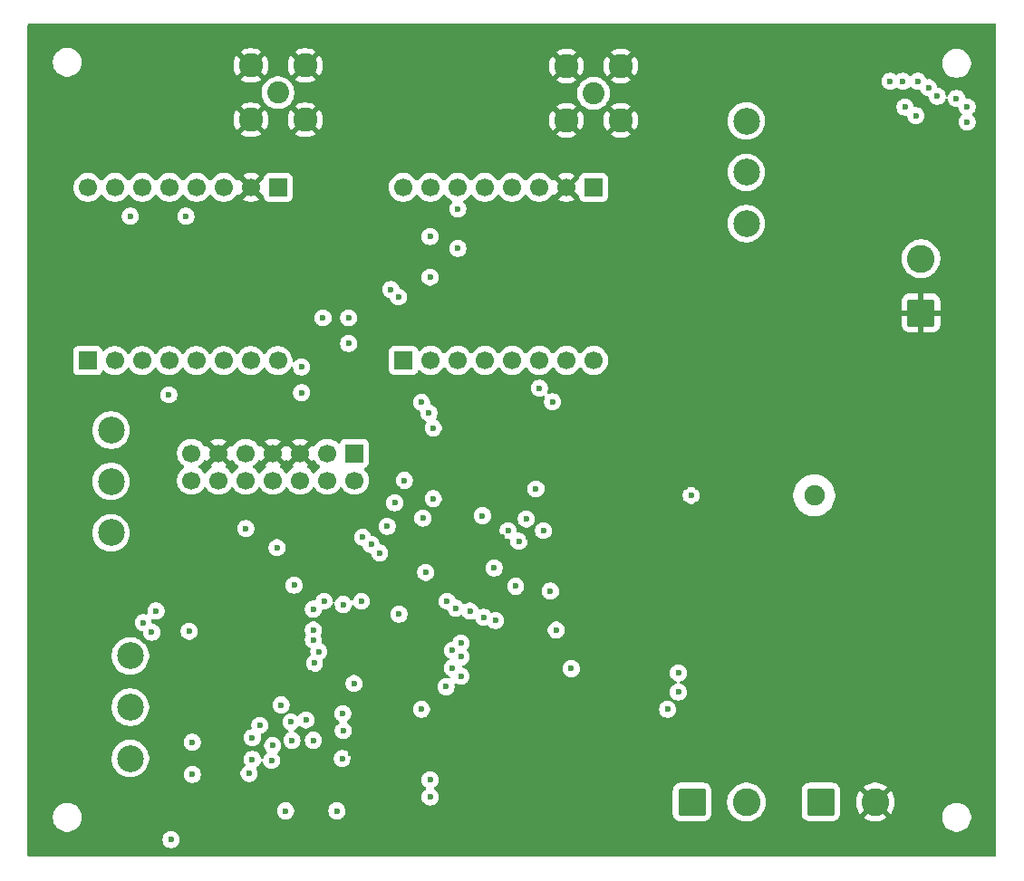
<source format=gbr>
%TF.GenerationSoftware,KiCad,Pcbnew,9.0.6*%
%TF.CreationDate,2026-02-10T23:26:08+00:00*%
%TF.ProjectId,avionics_dev_board,6176696f-6e69-4637-935f-6465765f626f,rev?*%
%TF.SameCoordinates,Original*%
%TF.FileFunction,Copper,L2,Inr*%
%TF.FilePolarity,Positive*%
%FSLAX46Y46*%
G04 Gerber Fmt 4.6, Leading zero omitted, Abs format (unit mm)*
G04 Created by KiCad (PCBNEW 9.0.6) date 2026-02-10 23:26:08*
%MOMM*%
%LPD*%
G01*
G04 APERTURE LIST*
G04 Aperture macros list*
%AMRoundRect*
0 Rectangle with rounded corners*
0 $1 Rounding radius*
0 $2 $3 $4 $5 $6 $7 $8 $9 X,Y pos of 4 corners*
0 Add a 4 corners polygon primitive as box body*
4,1,4,$2,$3,$4,$5,$6,$7,$8,$9,$2,$3,0*
0 Add four circle primitives for the rounded corners*
1,1,$1+$1,$2,$3*
1,1,$1+$1,$4,$5*
1,1,$1+$1,$6,$7*
1,1,$1+$1,$8,$9*
0 Add four rect primitives between the rounded corners*
20,1,$1+$1,$2,$3,$4,$5,0*
20,1,$1+$1,$4,$5,$6,$7,0*
20,1,$1+$1,$6,$7,$8,$9,0*
20,1,$1+$1,$8,$9,$2,$3,0*%
G04 Aperture macros list end*
%TA.AperFunction,ComponentPad*%
%ADD10C,2.600000*%
%TD*%
%TA.AperFunction,ComponentPad*%
%ADD11RoundRect,0.250000X-1.050000X-1.050000X1.050000X-1.050000X1.050000X1.050000X-1.050000X1.050000X0*%
%TD*%
%TA.AperFunction,ComponentPad*%
%ADD12C,2.500000*%
%TD*%
%TA.AperFunction,ComponentPad*%
%ADD13RoundRect,0.250000X1.050000X-1.050000X1.050000X1.050000X-1.050000X1.050000X-1.050000X-1.050000X0*%
%TD*%
%TA.AperFunction,ComponentPad*%
%ADD14C,2.050000*%
%TD*%
%TA.AperFunction,ComponentPad*%
%ADD15C,2.250000*%
%TD*%
%TA.AperFunction,ComponentPad*%
%ADD16R,1.700000X1.700000*%
%TD*%
%TA.AperFunction,ComponentPad*%
%ADD17C,1.700000*%
%TD*%
%TA.AperFunction,ComponentPad*%
%ADD18C,1.905000*%
%TD*%
%TA.AperFunction,ViaPad*%
%ADD19C,0.600000*%
%TD*%
G04 APERTURE END LIST*
D10*
%TO.N,/PARA_PWR*%
%TO.C,J9-NICH*%
X188758168Y-99675000D03*
D11*
%TO.N,/PARA_GND*%
X183678168Y-99675000D03*
%TD*%
D12*
%TO.N,Net-(PWR_SW1-A)*%
%TO.C,PWR_SW*%
X188750000Y-35987500D03*
%TO.N,Net-(J1-MBAT1-Pin_2)*%
X188750000Y-40787500D03*
%TO.N,unconnected-(PWR_SW1-C-Pad3)*%
X188750000Y-45587500D03*
%TD*%
D10*
%TO.N,Net-(J1-MBAT1-Pin_2)*%
%TO.C,J1-MBAT*%
X205072500Y-48865000D03*
D13*
%TO.N,GND*%
X205072500Y-53945000D03*
%TD*%
D14*
%TO.N,/L80_ANT*%
%TO.C,ANT_24*%
X145000000Y-33340000D03*
D15*
%TO.N,GND*%
X142460000Y-30800000D03*
X142460000Y-35880000D03*
X147540000Y-30800000D03*
X147540000Y-35880000D03*
%TD*%
D16*
%TO.N,/L62_ANT*%
%TO.C,L62-1*%
X174480000Y-42200000D03*
D17*
%TO.N,GND*%
X171940000Y-42200000D03*
%TO.N,+3V3*%
X169400000Y-42200000D03*
%TO.N,/L62_RXSW*%
X166860000Y-42200000D03*
%TO.N,/L62_TXSW*%
X164320000Y-42200000D03*
%TO.N,/L62_BUSY*%
X161780000Y-42200000D03*
%TO.N,/L62_DIO1*%
X159240000Y-42200000D03*
%TO.N,/L62_DIO2*%
X156700000Y-42200000D03*
%TD*%
D16*
%TO.N,unconnected-(L80-2-Pin_1-Pad1)*%
%TO.C,L80-2*%
X127210000Y-58400000D03*
D17*
%TO.N,unconnected-(L80-2-Pin_2-Pad2)*%
X129750000Y-58400000D03*
%TO.N,unconnected-(L80-2-Pin_3-Pad3)*%
X132290000Y-58400000D03*
%TO.N,/L80_RST*%
X134830000Y-58400000D03*
%TO.N,/SPI3_SCK*%
X137370000Y-58400000D03*
%TO.N,/SPI3_MISO*%
X139910000Y-58400000D03*
%TO.N,/SPI3_MOSI*%
X142450000Y-58400000D03*
%TO.N,/L80_CS*%
X144990000Y-58400000D03*
%TD*%
D14*
%TO.N,/L62_ANT*%
%TO.C,ANT_868*%
X174480000Y-33400000D03*
D15*
%TO.N,GND*%
X171940000Y-30860000D03*
X171940000Y-35940000D03*
X177020000Y-30860000D03*
X177020000Y-35940000D03*
%TD*%
D16*
%TO.N,/L80_ANT*%
%TO.C,L80-1*%
X145020000Y-42200000D03*
D17*
%TO.N,GND*%
X142480000Y-42200000D03*
%TO.N,+3V3*%
X139940000Y-42200000D03*
%TO.N,unconnected-(L80-1-Pin_4-Pad4)*%
X137400000Y-42200000D03*
%TO.N,unconnected-(L80-1-Pin_5-Pad5)*%
X134860000Y-42200000D03*
%TO.N,/L80_BUSY*%
X132320000Y-42200000D03*
%TO.N,/L80_DIO1*%
X129780000Y-42200000D03*
%TO.N,/L80_DIO2*%
X127240000Y-42200000D03*
%TD*%
D12*
%TO.N,unconnected-(PARA_ARM1-A-Pad1)*%
%TO.C,PARA_ARM*%
X131200000Y-95605000D03*
%TO.N,/PARA_DEPLOY*%
X131200000Y-90805000D03*
%TO.N,Net-(PARA_ARM1-C)*%
X131200000Y-86005000D03*
%TD*%
D18*
%TO.N,Net-(AE1-A)*%
%TO.C,AE1*%
X195100000Y-71000000D03*
%TD*%
D12*
%TO.N,unconnected-(BOOT_SW1-A-Pad1)*%
%TO.C,BOOT_SW*%
X129400000Y-64900000D03*
%TO.N,+3V3*%
X129400000Y-69700000D03*
%TO.N,/BOOT0*%
X129400000Y-74500000D03*
%TD*%
D16*
%TO.N,unconnected-(L62-2-Pin_1-Pad1)*%
%TO.C,L62-2*%
X156725000Y-58375000D03*
D17*
%TO.N,unconnected-(L62-2-Pin_2-Pad2)*%
X159265000Y-58375000D03*
%TO.N,unconnected-(L62-2-Pin_3-Pad3)*%
X161805000Y-58375000D03*
%TO.N,/L62_RST*%
X164345000Y-58375000D03*
%TO.N,/SPI3_SCK*%
X166885000Y-58375000D03*
%TO.N,/SPI3_MISO*%
X169425000Y-58375000D03*
%TO.N,/SPI3_MOSI*%
X171965000Y-58375000D03*
%TO.N,/L62_CS*%
X174505000Y-58375000D03*
%TD*%
D16*
%TO.N,unconnected-(SWD_INT1-Pin_1-Pad1)*%
%TO.C,SWD_INT*%
X152140000Y-67060000D03*
D17*
%TO.N,unconnected-(SWD_INT1-Pin_2-Pad2)*%
X152140000Y-69600000D03*
%TO.N,+3V3*%
X149600000Y-67060000D03*
%TO.N,/SWDIO*%
X149600000Y-69600000D03*
%TO.N,GND*%
X147060000Y-67060000D03*
%TO.N,/SWCLK*%
X147060000Y-69600000D03*
%TO.N,GND*%
X144520000Y-67060000D03*
%TO.N,/SWO*%
X144520000Y-69600000D03*
%TO.N,unconnected-(SWD_INT1-Pin_9-Pad9)*%
X141980000Y-67060000D03*
%TO.N,unconnected-(SWD_INT1-Pin_10-Pad10)*%
X141980000Y-69600000D03*
%TO.N,GND*%
X139440000Y-67060000D03*
%TO.N,/NRST*%
X139440000Y-69600000D03*
%TO.N,/VCP_RX*%
X136900000Y-67060000D03*
%TO.N,/VCP_TX*%
X136900000Y-69600000D03*
%TD*%
D11*
%TO.N,/PARA_PWR*%
%TO.C,J10-PBAT*%
X195720000Y-99672500D03*
D10*
%TO.N,GND*%
X200800000Y-99672500D03*
%TD*%
D19*
%TO.N,GND*%
X141100000Y-99600000D03*
X135800000Y-101000000D03*
X133600000Y-98900000D03*
X210600000Y-89800000D03*
X207200000Y-86400000D03*
X203400000Y-89900000D03*
X200200000Y-86600000D03*
X196600000Y-89900000D03*
X192900000Y-86800000D03*
X189400000Y-90100000D03*
X186700000Y-87100000D03*
X170500000Y-102900000D03*
X167100000Y-103000000D03*
X163600000Y-103000000D03*
X162400000Y-94900000D03*
X165600000Y-93800000D03*
X174378168Y-93100000D03*
X172378168Y-93600000D03*
X168878168Y-96000000D03*
X169178168Y-94400000D03*
X171900000Y-101100000D03*
X177178168Y-91695000D03*
X170578168Y-93500000D03*
X176778168Y-93000000D03*
%TO.N,/L62_TXSW*%
X155550000Y-51750000D03*
%TO.N,/L62_RXSW*%
X156250000Y-52450000D03*
%TO.N,/L62_CS*%
X170640000Y-62240000D03*
%TO.N,Net-(PARA_ARM1-C)*%
X135000000Y-103200000D03*
%TO.N,GND*%
X166700000Y-76000000D03*
%TO.N,/I2C2_SCL*%
X169800000Y-74299000D03*
%TO.N,/CS_W25Q*%
X162100000Y-84800000D03*
%TO.N,/SPI2_MISO*%
X162100000Y-86100000D03*
%TO.N,/RST_W25Q*%
X162100000Y-87900000D03*
%TO.N,/SPI2_SCK*%
X161300000Y-87150000D03*
%TO.N,/SPI2_MOSI*%
X161300000Y-85500000D03*
%TO.N,GND*%
X159200000Y-100800000D03*
%TO.N,+3V3*%
X159200000Y-99200000D03*
%TO.N,/SPI1_SCK*%
X144400000Y-95800000D03*
%TO.N,/LSM6_INT1*%
X143300000Y-92500000D03*
%TO.N,/SPI1_MISO*%
X142600000Y-93662500D03*
%TO.N,GND*%
X190300000Y-52200000D03*
X181100000Y-49900000D03*
X193600000Y-55700000D03*
X204100000Y-29100000D03*
X153200000Y-31600000D03*
X139500000Y-28200000D03*
X123400000Y-82000000D03*
X124000000Y-90100000D03*
X124900000Y-99200000D03*
X196787500Y-28687500D03*
X200587500Y-30287500D03*
%TO.N,+3V3*%
X203587500Y-34687500D03*
%TO.N,GND*%
X196587500Y-39487500D03*
X208787500Y-38687500D03*
X198387500Y-29487500D03*
X186587500Y-31887500D03*
X199187500Y-30287500D03*
X196387500Y-41087500D03*
X201187500Y-36087500D03*
X207587500Y-40087500D03*
X201587500Y-31287500D03*
X192987500Y-45687500D03*
X194187500Y-45687500D03*
%TO.N,+3V3*%
X205787500Y-32887500D03*
X204587500Y-35487500D03*
X203387500Y-32287500D03*
X204787500Y-32287500D03*
X209387500Y-34687500D03*
X202187500Y-32287500D03*
X208387500Y-33887500D03*
X206587500Y-33687500D03*
X209387500Y-36087500D03*
%TO.N,GND*%
X202500000Y-45000000D03*
X194000000Y-38000000D03*
X193300000Y-34700000D03*
X202200000Y-40900000D03*
X206087500Y-42987500D03*
X191387500Y-31687500D03*
X182600000Y-31700000D03*
X136700000Y-77600000D03*
X140900000Y-89400000D03*
X163200000Y-98400000D03*
X162000000Y-75300000D03*
X173700000Y-71500000D03*
X170600000Y-65500000D03*
X173800000Y-62000000D03*
X151800000Y-63300000D03*
X142800000Y-63300000D03*
X139700000Y-61300000D03*
X180600000Y-81800000D03*
X174300000Y-81700000D03*
X176400000Y-79300000D03*
X182500000Y-79200000D03*
X178600000Y-66400000D03*
X183300000Y-63700000D03*
X180000000Y-60600000D03*
X186000000Y-55900000D03*
X180800000Y-55300000D03*
X180700000Y-28600000D03*
X181800000Y-35800000D03*
X182000000Y-43700000D03*
X178200000Y-38900000D03*
X182600000Y-40100000D03*
X176100000Y-46100000D03*
X175700000Y-54000000D03*
X172100000Y-49400000D03*
X168300000Y-53400000D03*
X165800000Y-48100000D03*
X169400000Y-45500000D03*
X158500000Y-28700000D03*
X165600000Y-33000000D03*
X164000000Y-37900000D03*
X166600000Y-28900000D03*
X159200000Y-33100000D03*
X158400000Y-37400000D03*
X152600000Y-36400000D03*
X150300000Y-28500000D03*
X150000000Y-41100000D03*
X133100000Y-34000000D03*
X137300000Y-32800000D03*
X134700000Y-38100000D03*
X134100000Y-29700000D03*
X129000000Y-36800000D03*
X123700000Y-41600000D03*
X155700000Y-86700000D03*
X153200000Y-86700000D03*
X150800000Y-86700000D03*
X150800000Y-84100000D03*
X153200000Y-84200000D03*
X155700000Y-84200000D03*
X149000000Y-57200000D03*
X161700000Y-54900000D03*
X161600000Y-50600000D03*
X158700000Y-55000000D03*
X155800000Y-55100000D03*
X158800000Y-52800000D03*
X128200000Y-79800000D03*
X131500000Y-79800000D03*
X126100000Y-62000000D03*
X131900000Y-62000000D03*
X125100000Y-47600000D03*
X127200000Y-45500000D03*
X133000000Y-52900000D03*
X130200000Y-50600000D03*
X131300000Y-55200000D03*
X136900000Y-53000000D03*
X126300000Y-53100000D03*
X133000000Y-48100000D03*
X145100000Y-50900000D03*
X140100000Y-46800000D03*
X151600000Y-50900000D03*
X147700000Y-46800000D03*
X154600000Y-46800000D03*
%TO.N,Net-(AE1-A)*%
X183600000Y-71000000D03*
%TO.N,GND*%
X152000000Y-96000000D03*
X178400000Y-89400000D03*
X177400000Y-70700000D03*
X147300000Y-74000000D03*
X148000000Y-87600000D03*
X162700000Y-71600000D03*
X142600000Y-78900000D03*
X140400000Y-85400000D03*
X148900000Y-100502500D03*
X183000000Y-70200000D03*
X146000000Y-75300000D03*
X170600000Y-61000000D03*
X167400000Y-92105000D03*
X152000000Y-97800000D03*
X177400000Y-72500000D03*
X147300000Y-100502500D03*
X148300000Y-61400000D03*
X166400000Y-91605000D03*
X165600000Y-80600000D03*
X153400000Y-98600000D03*
X183000000Y-71800000D03*
X137900000Y-73600000D03*
X157600000Y-93400000D03*
X168500000Y-91605000D03*
X139800000Y-75700000D03*
X184200000Y-71800000D03*
X179400000Y-91000000D03*
X140587500Y-94687500D03*
X160200000Y-78200000D03*
X169100000Y-82300000D03*
X141600000Y-80649998D03*
X151800000Y-95100000D03*
X152300000Y-74000000D03*
X168200000Y-61000000D03*
X136987500Y-92487500D03*
X136987500Y-95687500D03*
X163000000Y-67900000D03*
X158400000Y-92500000D03*
X181000000Y-77400000D03*
X156200000Y-68700000D03*
X184200000Y-70200000D03*
X178400000Y-87600000D03*
X168400000Y-74900000D03*
X156200000Y-70400000D03*
X146000000Y-61400000D03*
X161700000Y-92100000D03*
X151900000Y-75200000D03*
X139399000Y-85100000D03*
X182400000Y-77400000D03*
X174400000Y-87200000D03*
X172400000Y-86005000D03*
X140600000Y-86400000D03*
X168900000Y-77800000D03*
X152000000Y-94200000D03*
X143400000Y-89300000D03*
X166900000Y-68000000D03*
X165900000Y-74900000D03*
X143600000Y-76000000D03*
X155900000Y-91600000D03*
X148200000Y-59500000D03*
%TO.N,+3V3*%
X146500000Y-79400000D03*
X169100000Y-70400000D03*
X150500000Y-100502500D03*
X158400000Y-91000000D03*
X164200000Y-82400000D03*
X170450000Y-79950000D03*
X136987500Y-97087500D03*
X164100000Y-72900000D03*
X172400000Y-87205000D03*
X136987500Y-94087500D03*
X160700000Y-88900000D03*
X182400000Y-89400000D03*
X158800000Y-78200000D03*
X159200000Y-97600000D03*
X165200000Y-77800000D03*
X181400000Y-91000000D03*
X144900000Y-75900000D03*
X145700000Y-100502500D03*
X165300000Y-82700000D03*
X182400000Y-87600000D03*
X145300000Y-90600000D03*
%TO.N,/NRST*%
X136700000Y-83700000D03*
X148300000Y-83600000D03*
%TO.N,/BOOT0*%
X142000000Y-74100000D03*
%TO.N,/CS_ADXL*%
X147600000Y-92000000D03*
X151000000Y-95600000D03*
%TO.N,/SPI1_MOSI*%
X148300000Y-93900000D03*
X146300000Y-93900000D03*
X144500000Y-94400000D03*
%TO.N,/INT2_ADXL*%
X151100000Y-93000000D03*
X152100000Y-88600000D03*
%TO.N,/L62_BUSY*%
X159100000Y-63300000D03*
X161800000Y-44200000D03*
X161800000Y-47900000D03*
X158524265Y-73124265D03*
%TO.N,/L62_DIO1*%
X152800000Y-80900000D03*
X159200000Y-50600000D03*
X159200000Y-46800000D03*
X158400000Y-62300000D03*
%TO.N,/L62_RST*%
X168200000Y-73200000D03*
X149300000Y-80900000D03*
%TO.N,/SPI3_MISO*%
X169425000Y-60975000D03*
X155200000Y-73900000D03*
X153700000Y-75600000D03*
%TO.N,/SPI3_SCK*%
X156800000Y-69600000D03*
X154500000Y-76400000D03*
%TO.N,/SPI3_MOSI*%
X152900000Y-74900000D03*
X155900000Y-71700000D03*
%TO.N,/L80_DIO1*%
X149200000Y-54400000D03*
X151100000Y-81200000D03*
%TO.N,/L80_BUSY*%
X159500000Y-71300000D03*
X159500000Y-64700000D03*
X151600000Y-54400000D03*
X151600000Y-56800000D03*
%TO.N,/L80_CS*%
X147200000Y-61400000D03*
X147200000Y-59000000D03*
%TO.N,/L80_RST*%
X133600000Y-81800000D03*
X148300000Y-81650000D03*
X134800000Y-61600000D03*
%TO.N,/I2C2_SDA*%
X167500000Y-75300000D03*
X166500000Y-74300000D03*
%TO.N,/PARA_DEPLOY*%
X148400000Y-86700000D03*
%TO.N,/INT_MMC*%
X160800000Y-80900000D03*
X156300000Y-82100000D03*
%TO.N,/LSM6_INT2*%
X151050000Y-91400000D03*
X142300000Y-97000000D03*
%TO.N,/CS_LSM6*%
X146200000Y-92200000D03*
X142600000Y-95700000D03*
%TO.N,/INT_BMP*%
X162925735Y-81825735D03*
X167200000Y-79500000D03*
%TO.N,/RST_MAX*%
X171000000Y-83600000D03*
X161600000Y-81550000D03*
%TO.N,/L62_DIO2*%
X132400000Y-82900000D03*
X131200000Y-44900000D03*
X136400000Y-44900000D03*
X148300000Y-84500000D03*
%TO.N,/L80_DIO2*%
X133200000Y-83800000D03*
X148800000Y-85600000D03*
%TD*%
%TA.AperFunction,Conductor*%
%TO.N,GND*%
G36*
X138974075Y-67252993D02*
G01*
X139039901Y-67367007D01*
X139132993Y-67460099D01*
X139247007Y-67525925D01*
X139310590Y-67542962D01*
X138678282Y-68175269D01*
X138678282Y-68175270D01*
X138732452Y-68214626D01*
X138732451Y-68214626D01*
X138741495Y-68219234D01*
X138792292Y-68267208D01*
X138809087Y-68335029D01*
X138786550Y-68401164D01*
X138741499Y-68440202D01*
X138732182Y-68444949D01*
X138560213Y-68569890D01*
X138409890Y-68720213D01*
X138284949Y-68892182D01*
X138280484Y-68900946D01*
X138232509Y-68951742D01*
X138164688Y-68968536D01*
X138098553Y-68945998D01*
X138059516Y-68900946D01*
X138055050Y-68892182D01*
X137930109Y-68720213D01*
X137779786Y-68569890D01*
X137607820Y-68444951D01*
X137607115Y-68444591D01*
X137599054Y-68440485D01*
X137548259Y-68392512D01*
X137531463Y-68324692D01*
X137553999Y-68258556D01*
X137599054Y-68219515D01*
X137607816Y-68215051D01*
X137694138Y-68152335D01*
X137779786Y-68090109D01*
X137779788Y-68090106D01*
X137779792Y-68090104D01*
X137930104Y-67939792D01*
X137930106Y-67939788D01*
X137930109Y-67939786D01*
X138015890Y-67821717D01*
X138055051Y-67767816D01*
X138059793Y-67758508D01*
X138107763Y-67707711D01*
X138175583Y-67690911D01*
X138241719Y-67713445D01*
X138280763Y-67758500D01*
X138285373Y-67767547D01*
X138324728Y-67821716D01*
X138957037Y-67189408D01*
X138974075Y-67252993D01*
G37*
%TD.AperFunction*%
%TA.AperFunction,Conductor*%
G36*
X140555270Y-67821717D02*
G01*
X140555270Y-67821716D01*
X140594622Y-67767555D01*
X140599232Y-67758507D01*
X140647205Y-67707709D01*
X140715025Y-67690912D01*
X140781161Y-67713447D01*
X140820204Y-67758504D01*
X140824949Y-67767817D01*
X140949890Y-67939786D01*
X141100213Y-68090109D01*
X141272182Y-68215050D01*
X141280946Y-68219516D01*
X141331742Y-68267491D01*
X141348536Y-68335312D01*
X141325998Y-68401447D01*
X141280946Y-68440484D01*
X141272182Y-68444949D01*
X141100213Y-68569890D01*
X140949890Y-68720213D01*
X140824949Y-68892182D01*
X140820484Y-68900946D01*
X140772509Y-68951742D01*
X140704688Y-68968536D01*
X140638553Y-68945998D01*
X140599516Y-68900946D01*
X140595050Y-68892182D01*
X140470109Y-68720213D01*
X140319786Y-68569890D01*
X140147817Y-68444949D01*
X140138504Y-68440204D01*
X140087707Y-68392230D01*
X140070912Y-68324409D01*
X140093449Y-68258274D01*
X140138507Y-68219232D01*
X140147555Y-68214622D01*
X140201716Y-68175270D01*
X140201717Y-68175270D01*
X139569408Y-67542962D01*
X139632993Y-67525925D01*
X139747007Y-67460099D01*
X139840099Y-67367007D01*
X139905925Y-67252993D01*
X139922962Y-67189408D01*
X140555270Y-67821717D01*
G37*
%TD.AperFunction*%
%TA.AperFunction,Conductor*%
G36*
X144054075Y-67252993D02*
G01*
X144119901Y-67367007D01*
X144212993Y-67460099D01*
X144327007Y-67525925D01*
X144390590Y-67542962D01*
X143758282Y-68175269D01*
X143758282Y-68175270D01*
X143812452Y-68214626D01*
X143812451Y-68214626D01*
X143821495Y-68219234D01*
X143872292Y-68267208D01*
X143889087Y-68335029D01*
X143866550Y-68401164D01*
X143821499Y-68440202D01*
X143812182Y-68444949D01*
X143640213Y-68569890D01*
X143489890Y-68720213D01*
X143364949Y-68892182D01*
X143360484Y-68900946D01*
X143312509Y-68951742D01*
X143244688Y-68968536D01*
X143178553Y-68945998D01*
X143139516Y-68900946D01*
X143135050Y-68892182D01*
X143010109Y-68720213D01*
X142859786Y-68569890D01*
X142687820Y-68444951D01*
X142687115Y-68444591D01*
X142679054Y-68440485D01*
X142628259Y-68392512D01*
X142611463Y-68324692D01*
X142633999Y-68258556D01*
X142679054Y-68219515D01*
X142687816Y-68215051D01*
X142774138Y-68152335D01*
X142859786Y-68090109D01*
X142859788Y-68090106D01*
X142859792Y-68090104D01*
X143010104Y-67939792D01*
X143010106Y-67939788D01*
X143010109Y-67939786D01*
X143095890Y-67821717D01*
X143135051Y-67767816D01*
X143139793Y-67758508D01*
X143187763Y-67707711D01*
X143255583Y-67690911D01*
X143321719Y-67713445D01*
X143360763Y-67758500D01*
X143365373Y-67767547D01*
X143404728Y-67821716D01*
X144037037Y-67189408D01*
X144054075Y-67252993D01*
G37*
%TD.AperFunction*%
%TA.AperFunction,Conductor*%
G36*
X146594075Y-67252993D02*
G01*
X146659901Y-67367007D01*
X146752993Y-67460099D01*
X146867007Y-67525925D01*
X146930590Y-67542962D01*
X146298282Y-68175269D01*
X146298282Y-68175270D01*
X146352452Y-68214626D01*
X146352451Y-68214626D01*
X146361495Y-68219234D01*
X146412292Y-68267208D01*
X146429087Y-68335029D01*
X146406550Y-68401164D01*
X146361499Y-68440202D01*
X146352182Y-68444949D01*
X146180213Y-68569890D01*
X146029890Y-68720213D01*
X145904949Y-68892182D01*
X145900484Y-68900946D01*
X145852509Y-68951742D01*
X145784688Y-68968536D01*
X145718553Y-68945998D01*
X145679516Y-68900946D01*
X145675050Y-68892182D01*
X145550109Y-68720213D01*
X145399786Y-68569890D01*
X145227817Y-68444949D01*
X145218504Y-68440204D01*
X145167707Y-68392230D01*
X145150912Y-68324409D01*
X145173449Y-68258274D01*
X145218507Y-68219232D01*
X145227555Y-68214622D01*
X145281716Y-68175270D01*
X145281717Y-68175270D01*
X144649408Y-67542962D01*
X144712993Y-67525925D01*
X144827007Y-67460099D01*
X144920099Y-67367007D01*
X144985925Y-67252993D01*
X145002962Y-67189408D01*
X145635270Y-67821717D01*
X145635270Y-67821716D01*
X145674622Y-67767554D01*
X145679514Y-67757954D01*
X145727488Y-67707157D01*
X145795308Y-67690361D01*
X145861444Y-67712897D01*
X145900486Y-67757954D01*
X145905375Y-67767550D01*
X145944728Y-67821716D01*
X146577037Y-67189408D01*
X146594075Y-67252993D01*
G37*
%TD.AperFunction*%
%TA.AperFunction,Conductor*%
G36*
X148175270Y-67821717D02*
G01*
X148175270Y-67821716D01*
X148214622Y-67767555D01*
X148219232Y-67758507D01*
X148267205Y-67707709D01*
X148335025Y-67690912D01*
X148401161Y-67713447D01*
X148440204Y-67758504D01*
X148444949Y-67767817D01*
X148569890Y-67939786D01*
X148720213Y-68090109D01*
X148892182Y-68215050D01*
X148900946Y-68219516D01*
X148951742Y-68267491D01*
X148968536Y-68335312D01*
X148945998Y-68401447D01*
X148900946Y-68440484D01*
X148892182Y-68444949D01*
X148720213Y-68569890D01*
X148569890Y-68720213D01*
X148444949Y-68892182D01*
X148440484Y-68900946D01*
X148392509Y-68951742D01*
X148324688Y-68968536D01*
X148258553Y-68945998D01*
X148219516Y-68900946D01*
X148215050Y-68892182D01*
X148090109Y-68720213D01*
X147939786Y-68569890D01*
X147767817Y-68444949D01*
X147758504Y-68440204D01*
X147707707Y-68392230D01*
X147690912Y-68324409D01*
X147713449Y-68258274D01*
X147758507Y-68219232D01*
X147767555Y-68214622D01*
X147821716Y-68175270D01*
X147821717Y-68175270D01*
X147189408Y-67542962D01*
X147252993Y-67525925D01*
X147367007Y-67460099D01*
X147460099Y-67367007D01*
X147525925Y-67252993D01*
X147542962Y-67189409D01*
X148175270Y-67821717D01*
G37*
%TD.AperFunction*%
%TA.AperFunction,Conductor*%
G36*
X212042539Y-26920185D02*
G01*
X212088294Y-26972989D01*
X212099500Y-27024500D01*
X212099500Y-104675500D01*
X212079815Y-104742539D01*
X212027011Y-104788294D01*
X211975500Y-104799500D01*
X121724500Y-104799500D01*
X121657461Y-104779815D01*
X121611706Y-104727011D01*
X121600500Y-104675500D01*
X121600500Y-103121153D01*
X134199500Y-103121153D01*
X134199500Y-103278846D01*
X134230261Y-103433489D01*
X134230264Y-103433501D01*
X134290602Y-103579172D01*
X134290609Y-103579185D01*
X134378210Y-103710288D01*
X134378213Y-103710292D01*
X134489707Y-103821786D01*
X134489711Y-103821789D01*
X134620814Y-103909390D01*
X134620827Y-103909397D01*
X134766498Y-103969735D01*
X134766503Y-103969737D01*
X134921153Y-104000499D01*
X134921156Y-104000500D01*
X134921158Y-104000500D01*
X135078844Y-104000500D01*
X135078845Y-104000499D01*
X135233497Y-103969737D01*
X135379179Y-103909394D01*
X135510289Y-103821789D01*
X135621789Y-103710289D01*
X135709394Y-103579179D01*
X135769737Y-103433497D01*
X135800500Y-103278842D01*
X135800500Y-103121158D01*
X135800500Y-103121155D01*
X135800499Y-103121153D01*
X135769738Y-102966510D01*
X135769737Y-102966503D01*
X135769735Y-102966498D01*
X135709397Y-102820827D01*
X135709390Y-102820814D01*
X135621789Y-102689711D01*
X135621786Y-102689707D01*
X135510292Y-102578213D01*
X135510288Y-102578210D01*
X135379185Y-102490609D01*
X135379172Y-102490602D01*
X135233501Y-102430264D01*
X135233489Y-102430261D01*
X135078845Y-102399500D01*
X135078842Y-102399500D01*
X134921158Y-102399500D01*
X134921155Y-102399500D01*
X134766510Y-102430261D01*
X134766498Y-102430264D01*
X134620827Y-102490602D01*
X134620814Y-102490609D01*
X134489711Y-102578210D01*
X134489707Y-102578213D01*
X134378213Y-102689707D01*
X134378210Y-102689711D01*
X134290609Y-102820814D01*
X134290602Y-102820827D01*
X134230264Y-102966498D01*
X134230261Y-102966510D01*
X134199500Y-103121153D01*
X121600500Y-103121153D01*
X121600500Y-100993713D01*
X123949500Y-100993713D01*
X123949500Y-101206287D01*
X123950388Y-101211894D01*
X123981735Y-101409814D01*
X123982754Y-101416243D01*
X124002007Y-101475498D01*
X124048444Y-101618414D01*
X124144951Y-101807820D01*
X124269890Y-101979786D01*
X124420213Y-102130109D01*
X124592179Y-102255048D01*
X124592181Y-102255049D01*
X124592184Y-102255051D01*
X124781588Y-102351557D01*
X124983757Y-102417246D01*
X125193713Y-102450500D01*
X125193714Y-102450500D01*
X125406286Y-102450500D01*
X125406287Y-102450500D01*
X125616243Y-102417246D01*
X125818412Y-102351557D01*
X126007816Y-102255051D01*
X126029789Y-102239086D01*
X126179786Y-102130109D01*
X126179788Y-102130106D01*
X126179792Y-102130104D01*
X126330104Y-101979792D01*
X126330106Y-101979788D01*
X126330109Y-101979786D01*
X126455048Y-101807820D01*
X126455047Y-101807820D01*
X126455051Y-101807816D01*
X126551557Y-101618412D01*
X126617246Y-101416243D01*
X126650500Y-101206287D01*
X126650500Y-100993713D01*
X126617246Y-100783757D01*
X126551557Y-100581588D01*
X126471085Y-100423653D01*
X144899500Y-100423653D01*
X144899500Y-100581346D01*
X144930261Y-100735989D01*
X144930264Y-100736001D01*
X144990602Y-100881672D01*
X144990609Y-100881685D01*
X145078210Y-101012788D01*
X145078213Y-101012792D01*
X145189707Y-101124286D01*
X145189711Y-101124289D01*
X145320814Y-101211890D01*
X145320827Y-101211897D01*
X145466498Y-101272235D01*
X145466503Y-101272237D01*
X145572293Y-101293280D01*
X145621153Y-101302999D01*
X145621156Y-101303000D01*
X145621158Y-101303000D01*
X145778844Y-101303000D01*
X145778845Y-101302999D01*
X145933497Y-101272237D01*
X146079179Y-101211894D01*
X146210289Y-101124289D01*
X146321789Y-101012789D01*
X146409394Y-100881679D01*
X146412038Y-100875297D01*
X146453581Y-100775001D01*
X146469737Y-100735997D01*
X146500500Y-100581342D01*
X146500500Y-100423658D01*
X146500500Y-100423655D01*
X146500499Y-100423653D01*
X149699500Y-100423653D01*
X149699500Y-100581346D01*
X149730261Y-100735989D01*
X149730264Y-100736001D01*
X149790602Y-100881672D01*
X149790609Y-100881685D01*
X149878210Y-101012788D01*
X149878213Y-101012792D01*
X149989707Y-101124286D01*
X149989711Y-101124289D01*
X150120814Y-101211890D01*
X150120827Y-101211897D01*
X150266498Y-101272235D01*
X150266503Y-101272237D01*
X150372293Y-101293280D01*
X150421153Y-101302999D01*
X150421156Y-101303000D01*
X150421158Y-101303000D01*
X150578844Y-101303000D01*
X150578845Y-101302999D01*
X150733497Y-101272237D01*
X150879179Y-101211894D01*
X151010289Y-101124289D01*
X151121789Y-101012789D01*
X151209394Y-100881679D01*
X151212038Y-100875297D01*
X151253581Y-100775001D01*
X151269737Y-100735997D01*
X151300500Y-100581342D01*
X151300500Y-100423658D01*
X151300500Y-100423655D01*
X151300499Y-100423653D01*
X151280378Y-100322500D01*
X151269737Y-100269003D01*
X151231789Y-100177388D01*
X151209397Y-100123327D01*
X151209390Y-100123314D01*
X151121789Y-99992211D01*
X151121786Y-99992207D01*
X151010292Y-99880713D01*
X151010288Y-99880710D01*
X150879185Y-99793109D01*
X150879172Y-99793102D01*
X150733501Y-99732764D01*
X150733489Y-99732761D01*
X150578845Y-99702000D01*
X150578842Y-99702000D01*
X150421158Y-99702000D01*
X150421155Y-99702000D01*
X150266510Y-99732761D01*
X150266498Y-99732764D01*
X150120827Y-99793102D01*
X150120814Y-99793109D01*
X149989711Y-99880710D01*
X149989707Y-99880713D01*
X149878213Y-99992207D01*
X149878210Y-99992211D01*
X149790609Y-100123314D01*
X149790602Y-100123327D01*
X149730264Y-100268998D01*
X149730261Y-100269010D01*
X149699500Y-100423653D01*
X146500499Y-100423653D01*
X146480378Y-100322500D01*
X146469737Y-100269003D01*
X146431789Y-100177388D01*
X146409397Y-100123327D01*
X146409390Y-100123314D01*
X146321789Y-99992211D01*
X146321786Y-99992207D01*
X146210292Y-99880713D01*
X146210288Y-99880710D01*
X146079185Y-99793109D01*
X146079172Y-99793102D01*
X145933501Y-99732764D01*
X145933489Y-99732761D01*
X145778845Y-99702000D01*
X145778842Y-99702000D01*
X145621158Y-99702000D01*
X145621155Y-99702000D01*
X145466510Y-99732761D01*
X145466498Y-99732764D01*
X145320827Y-99793102D01*
X145320814Y-99793109D01*
X145189711Y-99880710D01*
X145189707Y-99880713D01*
X145078213Y-99992207D01*
X145078210Y-99992211D01*
X144990609Y-100123314D01*
X144990602Y-100123327D01*
X144930264Y-100268998D01*
X144930261Y-100269010D01*
X144899500Y-100423653D01*
X126471085Y-100423653D01*
X126455051Y-100392184D01*
X126455050Y-100392182D01*
X126330109Y-100220213D01*
X126179786Y-100069890D01*
X126007820Y-99944951D01*
X125818414Y-99848444D01*
X125818413Y-99848443D01*
X125818412Y-99848443D01*
X125616243Y-99782754D01*
X125616241Y-99782753D01*
X125616240Y-99782753D01*
X125454957Y-99757208D01*
X125406287Y-99749500D01*
X125193713Y-99749500D01*
X125145042Y-99757208D01*
X124983760Y-99782753D01*
X124781585Y-99848444D01*
X124592179Y-99944951D01*
X124420213Y-100069890D01*
X124269890Y-100220213D01*
X124144951Y-100392179D01*
X124048444Y-100581585D01*
X123982753Y-100783760D01*
X123949500Y-100993713D01*
X121600500Y-100993713D01*
X121600500Y-95490258D01*
X129449500Y-95490258D01*
X129449500Y-95719741D01*
X129470448Y-95878846D01*
X129479452Y-95947238D01*
X129488012Y-95979185D01*
X129538842Y-96168887D01*
X129626650Y-96380876D01*
X129626656Y-96380888D01*
X129740000Y-96577207D01*
X129741392Y-96579617D01*
X129881081Y-96761661D01*
X129881089Y-96761670D01*
X130043330Y-96923911D01*
X130043338Y-96923918D01*
X130225382Y-97063607D01*
X130225385Y-97063608D01*
X130225388Y-97063611D01*
X130424112Y-97178344D01*
X130424117Y-97178346D01*
X130424123Y-97178349D01*
X130515480Y-97216190D01*
X130636113Y-97266158D01*
X130857762Y-97325548D01*
X131085266Y-97355500D01*
X131085273Y-97355500D01*
X131314727Y-97355500D01*
X131314734Y-97355500D01*
X131542238Y-97325548D01*
X131763887Y-97266158D01*
X131975888Y-97178344D01*
X132174612Y-97063611D01*
X132246234Y-97008653D01*
X136187000Y-97008653D01*
X136187000Y-97166346D01*
X136217761Y-97320989D01*
X136217764Y-97321001D01*
X136278102Y-97466672D01*
X136278109Y-97466685D01*
X136365710Y-97597788D01*
X136365713Y-97597792D01*
X136477207Y-97709286D01*
X136477211Y-97709289D01*
X136608314Y-97796890D01*
X136608327Y-97796897D01*
X136753998Y-97857235D01*
X136754003Y-97857237D01*
X136881008Y-97882500D01*
X136908653Y-97887999D01*
X136908656Y-97888000D01*
X136908658Y-97888000D01*
X137066344Y-97888000D01*
X137066345Y-97887999D01*
X137220997Y-97857237D01*
X137366679Y-97796894D01*
X137497789Y-97709289D01*
X137609289Y-97597789D01*
X137696894Y-97466679D01*
X137757237Y-97320997D01*
X137788000Y-97166342D01*
X137788000Y-97008658D01*
X137788000Y-97008655D01*
X137787999Y-97008653D01*
X137774196Y-96939257D01*
X137770595Y-96921153D01*
X141499500Y-96921153D01*
X141499500Y-97078846D01*
X141530261Y-97233489D01*
X141530264Y-97233501D01*
X141590602Y-97379172D01*
X141590609Y-97379185D01*
X141678210Y-97510288D01*
X141678213Y-97510292D01*
X141789707Y-97621786D01*
X141789711Y-97621789D01*
X141920814Y-97709390D01*
X141920827Y-97709397D01*
X142066498Y-97769735D01*
X142066503Y-97769737D01*
X142203030Y-97796894D01*
X142221153Y-97800499D01*
X142221156Y-97800500D01*
X142221158Y-97800500D01*
X142378844Y-97800500D01*
X142378845Y-97800499D01*
X142533497Y-97769737D01*
X142679179Y-97709394D01*
X142810289Y-97621789D01*
X142910925Y-97521153D01*
X158399500Y-97521153D01*
X158399500Y-97678846D01*
X158430261Y-97833489D01*
X158430264Y-97833501D01*
X158490602Y-97979172D01*
X158490609Y-97979185D01*
X158578210Y-98110288D01*
X158578213Y-98110292D01*
X158689707Y-98221786D01*
X158689711Y-98221789D01*
X158802118Y-98296898D01*
X158846923Y-98350510D01*
X158855630Y-98419835D01*
X158825475Y-98482863D01*
X158802118Y-98503102D01*
X158689711Y-98578210D01*
X158689707Y-98578213D01*
X158578213Y-98689707D01*
X158578210Y-98689711D01*
X158490609Y-98820814D01*
X158490602Y-98820827D01*
X158430264Y-98966498D01*
X158430261Y-98966510D01*
X158399500Y-99121153D01*
X158399500Y-99278846D01*
X158430261Y-99433489D01*
X158430264Y-99433501D01*
X158490602Y-99579172D01*
X158490609Y-99579185D01*
X158578210Y-99710288D01*
X158578213Y-99710292D01*
X158689707Y-99821786D01*
X158689711Y-99821789D01*
X158820814Y-99909390D01*
X158820827Y-99909397D01*
X158966498Y-99969735D01*
X158966503Y-99969737D01*
X159079467Y-99992207D01*
X159121153Y-100000499D01*
X159121156Y-100000500D01*
X159121158Y-100000500D01*
X159278844Y-100000500D01*
X159278845Y-100000499D01*
X159433497Y-99969737D01*
X159579179Y-99909394D01*
X159710289Y-99821789D01*
X159821789Y-99710289D01*
X159909394Y-99579179D01*
X159918590Y-99556979D01*
X159969735Y-99433501D01*
X159969737Y-99433497D01*
X160000500Y-99278842D01*
X160000500Y-99121158D01*
X160000500Y-99121155D01*
X160000499Y-99121153D01*
X159985844Y-99047479D01*
X159969737Y-98966503D01*
X159932644Y-98876951D01*
X159909397Y-98820827D01*
X159909390Y-98820814D01*
X159821789Y-98689711D01*
X159821786Y-98689707D01*
X159710292Y-98578213D01*
X159710288Y-98578210D01*
X159705458Y-98574983D01*
X181877668Y-98574983D01*
X181877668Y-100775001D01*
X181877669Y-100775018D01*
X181888168Y-100877796D01*
X181888169Y-100877799D01*
X181943353Y-101044331D01*
X181943355Y-101044336D01*
X181978237Y-101100888D01*
X182035456Y-101193656D01*
X182159512Y-101317712D01*
X182308834Y-101409814D01*
X182475371Y-101464999D01*
X182578159Y-101475500D01*
X184778176Y-101475499D01*
X184880965Y-101464999D01*
X185047502Y-101409814D01*
X185196824Y-101317712D01*
X185320880Y-101193656D01*
X185412982Y-101044334D01*
X185468167Y-100877797D01*
X185478668Y-100775009D01*
X185478667Y-99556995D01*
X186957668Y-99556995D01*
X186957668Y-99793004D01*
X186957669Y-99793020D01*
X186988348Y-100026054D01*
X186988475Y-100027014D01*
X187014282Y-100123327D01*
X187049562Y-100254993D01*
X187139882Y-100473045D01*
X187139887Y-100473056D01*
X187202407Y-100581342D01*
X187257895Y-100677450D01*
X187257897Y-100677453D01*
X187257898Y-100677454D01*
X187401574Y-100864697D01*
X187401580Y-100864704D01*
X187568463Y-101031587D01*
X187568470Y-101031593D01*
X187670362Y-101109777D01*
X187755718Y-101175273D01*
X187887086Y-101251118D01*
X187960111Y-101293280D01*
X187960116Y-101293282D01*
X187960119Y-101293284D01*
X188178175Y-101383606D01*
X188406154Y-101444693D01*
X188640157Y-101475500D01*
X188640164Y-101475500D01*
X188876172Y-101475500D01*
X188876179Y-101475500D01*
X189110182Y-101444693D01*
X189338161Y-101383606D01*
X189556217Y-101293284D01*
X189760618Y-101175273D01*
X189947867Y-101031592D01*
X190114760Y-100864699D01*
X190258441Y-100677450D01*
X190376452Y-100473049D01*
X190466774Y-100254993D01*
X190527861Y-100027014D01*
X190558668Y-99793011D01*
X190558668Y-99556989D01*
X190527861Y-99322986D01*
X190466774Y-99095007D01*
X190376452Y-98876951D01*
X190376450Y-98876948D01*
X190376448Y-98876943D01*
X190313206Y-98767405D01*
X190258441Y-98672550D01*
X190258438Y-98672547D01*
X190258437Y-98672544D01*
X190237164Y-98644821D01*
X190237163Y-98644820D01*
X190181657Y-98572483D01*
X193919500Y-98572483D01*
X193919500Y-100772501D01*
X193919501Y-100772518D01*
X193930000Y-100875296D01*
X193930001Y-100875299D01*
X193969240Y-100993713D01*
X193985186Y-101041834D01*
X194077288Y-101191156D01*
X194201344Y-101315212D01*
X194350666Y-101407314D01*
X194517203Y-101462499D01*
X194619991Y-101473000D01*
X196820008Y-101472999D01*
X196922797Y-101462499D01*
X197089334Y-101407314D01*
X197238656Y-101315212D01*
X197362712Y-101191156D01*
X197454814Y-101041834D01*
X197509999Y-100875297D01*
X197520500Y-100772509D01*
X197520499Y-99554514D01*
X199000000Y-99554514D01*
X199000000Y-99790485D01*
X199030799Y-100024414D01*
X199091870Y-100252337D01*
X199182160Y-100470319D01*
X199182165Y-100470328D01*
X199300144Y-100674671D01*
X199300145Y-100674672D01*
X199362721Y-100756223D01*
X200198958Y-99919987D01*
X200223978Y-99980390D01*
X200295112Y-100086851D01*
X200385649Y-100177388D01*
X200492110Y-100248522D01*
X200552511Y-100273541D01*
X199716275Y-101109777D01*
X199797827Y-101172354D01*
X199797828Y-101172355D01*
X200002171Y-101290334D01*
X200002180Y-101290339D01*
X200220163Y-101380629D01*
X200220161Y-101380629D01*
X200448085Y-101441700D01*
X200682014Y-101472499D01*
X200682029Y-101472500D01*
X200917971Y-101472500D01*
X200917985Y-101472499D01*
X201151914Y-101441700D01*
X201379837Y-101380629D01*
X201597819Y-101290339D01*
X201597828Y-101290334D01*
X201802181Y-101172350D01*
X201883723Y-101109779D01*
X201883723Y-101109776D01*
X201850469Y-101076522D01*
X201767660Y-100993713D01*
X207049500Y-100993713D01*
X207049500Y-101206287D01*
X207050388Y-101211894D01*
X207081735Y-101409814D01*
X207082754Y-101416243D01*
X207102007Y-101475498D01*
X207148444Y-101618414D01*
X207244951Y-101807820D01*
X207369890Y-101979786D01*
X207520213Y-102130109D01*
X207692179Y-102255048D01*
X207692181Y-102255049D01*
X207692184Y-102255051D01*
X207881588Y-102351557D01*
X208083757Y-102417246D01*
X208293713Y-102450500D01*
X208293714Y-102450500D01*
X208506286Y-102450500D01*
X208506287Y-102450500D01*
X208716243Y-102417246D01*
X208918412Y-102351557D01*
X209107816Y-102255051D01*
X209129789Y-102239086D01*
X209279786Y-102130109D01*
X209279788Y-102130106D01*
X209279792Y-102130104D01*
X209430104Y-101979792D01*
X209430106Y-101979788D01*
X209430109Y-101979786D01*
X209555048Y-101807820D01*
X209555047Y-101807820D01*
X209555051Y-101807816D01*
X209651557Y-101618412D01*
X209717246Y-101416243D01*
X209750500Y-101206287D01*
X209750500Y-100993713D01*
X209717246Y-100783757D01*
X209651557Y-100581588D01*
X209555051Y-100392184D01*
X209555049Y-100392181D01*
X209555048Y-100392179D01*
X209430109Y-100220213D01*
X209279786Y-100069890D01*
X209107820Y-99944951D01*
X208918414Y-99848444D01*
X208918413Y-99848443D01*
X208918412Y-99848443D01*
X208716243Y-99782754D01*
X208716241Y-99782753D01*
X208716240Y-99782753D01*
X208554957Y-99757208D01*
X208506287Y-99749500D01*
X208293713Y-99749500D01*
X208245042Y-99757208D01*
X208083760Y-99782753D01*
X207881585Y-99848444D01*
X207692179Y-99944951D01*
X207520213Y-100069890D01*
X207369890Y-100220213D01*
X207244951Y-100392179D01*
X207148444Y-100581585D01*
X207082753Y-100783760D01*
X207049500Y-100993713D01*
X201767660Y-100993713D01*
X201047487Y-100273541D01*
X201107890Y-100248522D01*
X201214351Y-100177388D01*
X201304888Y-100086851D01*
X201376022Y-99980390D01*
X201401041Y-99919988D01*
X202237276Y-100756223D01*
X202237279Y-100756223D01*
X202299850Y-100674681D01*
X202417834Y-100470328D01*
X202417839Y-100470319D01*
X202508129Y-100252337D01*
X202569200Y-100024414D01*
X202599999Y-99790485D01*
X202600000Y-99790471D01*
X202600000Y-99554528D01*
X202599999Y-99554514D01*
X202569200Y-99320585D01*
X202508129Y-99092662D01*
X202417839Y-98874680D01*
X202417834Y-98874671D01*
X202299855Y-98670328D01*
X202299854Y-98670327D01*
X202237277Y-98588775D01*
X201401041Y-99425011D01*
X201376022Y-99364610D01*
X201304888Y-99258149D01*
X201214351Y-99167612D01*
X201107890Y-99096478D01*
X201047488Y-99071458D01*
X201883723Y-98235221D01*
X201802172Y-98172645D01*
X201802171Y-98172644D01*
X201597828Y-98054665D01*
X201597819Y-98054660D01*
X201379836Y-97964370D01*
X201379838Y-97964370D01*
X201151914Y-97903299D01*
X200917985Y-97872500D01*
X200682014Y-97872500D01*
X200448085Y-97903299D01*
X200220162Y-97964370D01*
X200002180Y-98054660D01*
X200002171Y-98054665D01*
X199797828Y-98172644D01*
X199797818Y-98172650D01*
X199716275Y-98235220D01*
X199716275Y-98235221D01*
X200552512Y-99071458D01*
X200492110Y-99096478D01*
X200385649Y-99167612D01*
X200295112Y-99258149D01*
X200223978Y-99364610D01*
X200198958Y-99425011D01*
X199362721Y-98588775D01*
X199362720Y-98588775D01*
X199300150Y-98670318D01*
X199300144Y-98670328D01*
X199182165Y-98874671D01*
X199182160Y-98874680D01*
X199091870Y-99092662D01*
X199030799Y-99320585D01*
X199000000Y-99554514D01*
X197520499Y-99554514D01*
X197520499Y-98572492D01*
X197509999Y-98469703D01*
X197480329Y-98380165D01*
X197461114Y-98322178D01*
X197461113Y-98322176D01*
X197459864Y-98318408D01*
X197454814Y-98303166D01*
X197362712Y-98153844D01*
X197238656Y-98029788D01*
X197093389Y-97940187D01*
X197089336Y-97937687D01*
X197089331Y-97937685D01*
X197087862Y-97937198D01*
X196922797Y-97882501D01*
X196922795Y-97882500D01*
X196820010Y-97872000D01*
X194619998Y-97872000D01*
X194619981Y-97872001D01*
X194517203Y-97882500D01*
X194517200Y-97882501D01*
X194350668Y-97937685D01*
X194350663Y-97937687D01*
X194201342Y-98029789D01*
X194077289Y-98153842D01*
X193985187Y-98303163D01*
X193985185Y-98303168D01*
X193959671Y-98380165D01*
X193930001Y-98469703D01*
X193930001Y-98469704D01*
X193930000Y-98469704D01*
X193919500Y-98572483D01*
X190181657Y-98572483D01*
X190114761Y-98485302D01*
X190114755Y-98485295D01*
X189947872Y-98318412D01*
X189947865Y-98318406D01*
X189760622Y-98174730D01*
X189760621Y-98174729D01*
X189760618Y-98174727D01*
X189679125Y-98127677D01*
X189556224Y-98056719D01*
X189556213Y-98056714D01*
X189338161Y-97966394D01*
X189110178Y-97905306D01*
X188876188Y-97874501D01*
X188876185Y-97874500D01*
X188876179Y-97874500D01*
X188640157Y-97874500D01*
X188640151Y-97874500D01*
X188640147Y-97874501D01*
X188406157Y-97905306D01*
X188178174Y-97966394D01*
X187960122Y-98056714D01*
X187960111Y-98056719D01*
X187787558Y-98156344D01*
X187759316Y-98172650D01*
X187755713Y-98174730D01*
X187568470Y-98318406D01*
X187568463Y-98318412D01*
X187401580Y-98485295D01*
X187401574Y-98485302D01*
X187257898Y-98672545D01*
X187139887Y-98876943D01*
X187139882Y-98876954D01*
X187049562Y-99095006D01*
X186988474Y-99322989D01*
X186957669Y-99556979D01*
X186957668Y-99556995D01*
X185478667Y-99556995D01*
X185478667Y-98574992D01*
X185478410Y-98572481D01*
X185468167Y-98472203D01*
X185468166Y-98472200D01*
X185444241Y-98400000D01*
X185412982Y-98305666D01*
X185320880Y-98156344D01*
X185196824Y-98032288D01*
X185047502Y-97940186D01*
X184880965Y-97885001D01*
X184880963Y-97885000D01*
X184778178Y-97874500D01*
X182578166Y-97874500D01*
X182578149Y-97874501D01*
X182475371Y-97885000D01*
X182475368Y-97885001D01*
X182308836Y-97940185D01*
X182308831Y-97940187D01*
X182159510Y-98032289D01*
X182035457Y-98156342D01*
X181943355Y-98305663D01*
X181943353Y-98305668D01*
X181939130Y-98318412D01*
X181888169Y-98472203D01*
X181888169Y-98472204D01*
X181888168Y-98472204D01*
X181877668Y-98574983D01*
X159705458Y-98574983D01*
X159597881Y-98503102D01*
X159553076Y-98449490D01*
X159544369Y-98380165D01*
X159574523Y-98317137D01*
X159597881Y-98296898D01*
X159631981Y-98274112D01*
X159710289Y-98221789D01*
X159821789Y-98110289D01*
X159909394Y-97979179D01*
X159969737Y-97833497D01*
X160000500Y-97678842D01*
X160000500Y-97521158D01*
X160000500Y-97521155D01*
X160000499Y-97521153D01*
X159998338Y-97510288D01*
X159969737Y-97366503D01*
X159969735Y-97366498D01*
X159909397Y-97220827D01*
X159909390Y-97220814D01*
X159821789Y-97089711D01*
X159821786Y-97089707D01*
X159710292Y-96978213D01*
X159710288Y-96978210D01*
X159579185Y-96890609D01*
X159579172Y-96890602D01*
X159433501Y-96830264D01*
X159433489Y-96830261D01*
X159278845Y-96799500D01*
X159278842Y-96799500D01*
X159121158Y-96799500D01*
X159121155Y-96799500D01*
X158966510Y-96830261D01*
X158966498Y-96830264D01*
X158820827Y-96890602D01*
X158820814Y-96890609D01*
X158689711Y-96978210D01*
X158689707Y-96978213D01*
X158578213Y-97089707D01*
X158578210Y-97089711D01*
X158490609Y-97220814D01*
X158490602Y-97220827D01*
X158430264Y-97366498D01*
X158430261Y-97366510D01*
X158399500Y-97521153D01*
X142910925Y-97521153D01*
X142921789Y-97510289D01*
X143009394Y-97379179D01*
X143069737Y-97233497D01*
X143100500Y-97078842D01*
X143100500Y-96921158D01*
X143100500Y-96921155D01*
X143100499Y-96921153D01*
X143082419Y-96830261D01*
X143069737Y-96766503D01*
X143045640Y-96708327D01*
X143009397Y-96620827D01*
X143009395Y-96620823D01*
X143009394Y-96620821D01*
X142995815Y-96600499D01*
X142971292Y-96563797D01*
X142950414Y-96497120D01*
X142968898Y-96429740D01*
X143005500Y-96391806D01*
X143110289Y-96321789D01*
X143221789Y-96210289D01*
X143309394Y-96079179D01*
X143369737Y-95933497D01*
X143369739Y-95933485D01*
X143371370Y-95928112D01*
X143409668Y-95869673D01*
X143473480Y-95841217D01*
X143542547Y-95851777D01*
X143594940Y-95898001D01*
X143611648Y-95939916D01*
X143630261Y-96033489D01*
X143630264Y-96033501D01*
X143690602Y-96179172D01*
X143690609Y-96179185D01*
X143778210Y-96310288D01*
X143778213Y-96310292D01*
X143889707Y-96421786D01*
X143889711Y-96421789D01*
X144020814Y-96509390D01*
X144020827Y-96509397D01*
X144152162Y-96563797D01*
X144166503Y-96569737D01*
X144321153Y-96600499D01*
X144321156Y-96600500D01*
X144321158Y-96600500D01*
X144478844Y-96600500D01*
X144478845Y-96600499D01*
X144633497Y-96569737D01*
X144779179Y-96509394D01*
X144910289Y-96421789D01*
X145021789Y-96310289D01*
X145109394Y-96179179D01*
X145169737Y-96033497D01*
X145200500Y-95878842D01*
X145200500Y-95721158D01*
X145200500Y-95721155D01*
X145200499Y-95721153D01*
X145200215Y-95719727D01*
X145169737Y-95566503D01*
X145150955Y-95521158D01*
X145150953Y-95521153D01*
X150199500Y-95521153D01*
X150199500Y-95678846D01*
X150230261Y-95833489D01*
X150230264Y-95833501D01*
X150290602Y-95979172D01*
X150290609Y-95979185D01*
X150378210Y-96110288D01*
X150378213Y-96110292D01*
X150489707Y-96221786D01*
X150489711Y-96221789D01*
X150620814Y-96309390D01*
X150620827Y-96309397D01*
X150766498Y-96369735D01*
X150766503Y-96369737D01*
X150877436Y-96391803D01*
X150921153Y-96400499D01*
X150921156Y-96400500D01*
X150921158Y-96400500D01*
X151078844Y-96400500D01*
X151078845Y-96400499D01*
X151233497Y-96369737D01*
X151379179Y-96309394D01*
X151510289Y-96221789D01*
X151621789Y-96110289D01*
X151709394Y-95979179D01*
X151769737Y-95833497D01*
X151800500Y-95678842D01*
X151800500Y-95521158D01*
X151800500Y-95521155D01*
X151800499Y-95521153D01*
X151794355Y-95490266D01*
X151769737Y-95366503D01*
X151737929Y-95289711D01*
X151709397Y-95220827D01*
X151709390Y-95220814D01*
X151621789Y-95089711D01*
X151621786Y-95089707D01*
X151510292Y-94978213D01*
X151510288Y-94978210D01*
X151379185Y-94890609D01*
X151379172Y-94890602D01*
X151233501Y-94830264D01*
X151233489Y-94830261D01*
X151078845Y-94799500D01*
X151078842Y-94799500D01*
X150921158Y-94799500D01*
X150921155Y-94799500D01*
X150766510Y-94830261D01*
X150766498Y-94830264D01*
X150620827Y-94890602D01*
X150620814Y-94890609D01*
X150489711Y-94978210D01*
X150489707Y-94978213D01*
X150378213Y-95089707D01*
X150378210Y-95089711D01*
X150290609Y-95220814D01*
X150290602Y-95220827D01*
X150230264Y-95366498D01*
X150230261Y-95366510D01*
X150199500Y-95521153D01*
X145150953Y-95521153D01*
X145109397Y-95420827D01*
X145109390Y-95420814D01*
X145021789Y-95289711D01*
X145021786Y-95289707D01*
X144963415Y-95231336D01*
X144929930Y-95170013D01*
X144934914Y-95100321D01*
X144976786Y-95044388D01*
X144982178Y-95040571D01*
X145010289Y-95021789D01*
X145121789Y-94910289D01*
X145209394Y-94779179D01*
X145269737Y-94633497D01*
X145300500Y-94478842D01*
X145300500Y-94321158D01*
X145300500Y-94321155D01*
X145300499Y-94321153D01*
X145269738Y-94166510D01*
X145269737Y-94166503D01*
X145256062Y-94133489D01*
X145209397Y-94020827D01*
X145209390Y-94020814D01*
X145121789Y-93889711D01*
X145121786Y-93889707D01*
X145010292Y-93778213D01*
X145010288Y-93778210D01*
X144879185Y-93690609D01*
X144879172Y-93690602D01*
X144733501Y-93630264D01*
X144733489Y-93630261D01*
X144578845Y-93599500D01*
X144578842Y-93599500D01*
X144421158Y-93599500D01*
X144421155Y-93599500D01*
X144266510Y-93630261D01*
X144266498Y-93630264D01*
X144120827Y-93690602D01*
X144120814Y-93690609D01*
X143989711Y-93778210D01*
X143989707Y-93778213D01*
X143878213Y-93889707D01*
X143878210Y-93889711D01*
X143790609Y-94020814D01*
X143790602Y-94020827D01*
X143730264Y-94166498D01*
X143730261Y-94166510D01*
X143699500Y-94321153D01*
X143699500Y-94478846D01*
X143730261Y-94633489D01*
X143730264Y-94633501D01*
X143790602Y-94779172D01*
X143790609Y-94779185D01*
X143878210Y-94910288D01*
X143878213Y-94910292D01*
X143936584Y-94968663D01*
X143970069Y-95029986D01*
X143965085Y-95099678D01*
X143923213Y-95155611D01*
X143917794Y-95159446D01*
X143889711Y-95178210D01*
X143889707Y-95178213D01*
X143778213Y-95289707D01*
X143778210Y-95289711D01*
X143690609Y-95420814D01*
X143690602Y-95420827D01*
X143630262Y-95566502D01*
X143628625Y-95571900D01*
X143590321Y-95630334D01*
X143526506Y-95658784D01*
X143457440Y-95648217D01*
X143405052Y-95601987D01*
X143388352Y-95560087D01*
X143369737Y-95466503D01*
X143328314Y-95366498D01*
X143309397Y-95320827D01*
X143309390Y-95320814D01*
X143221789Y-95189711D01*
X143221786Y-95189707D01*
X143110292Y-95078213D01*
X143110288Y-95078210D01*
X142979185Y-94990609D01*
X142979172Y-94990602D01*
X142833501Y-94930264D01*
X142833489Y-94930261D01*
X142678845Y-94899500D01*
X142678842Y-94899500D01*
X142521158Y-94899500D01*
X142521155Y-94899500D01*
X142366510Y-94930261D01*
X142366498Y-94930264D01*
X142220827Y-94990602D01*
X142220814Y-94990609D01*
X142089711Y-95078210D01*
X142089707Y-95078213D01*
X141978213Y-95189707D01*
X141978210Y-95189711D01*
X141890609Y-95320814D01*
X141890602Y-95320827D01*
X141830264Y-95466498D01*
X141830261Y-95466510D01*
X141799500Y-95621153D01*
X141799500Y-95778846D01*
X141830261Y-95933489D01*
X141830264Y-95933501D01*
X141890602Y-96079172D01*
X141890609Y-96079185D01*
X141928707Y-96136202D01*
X141949585Y-96202880D01*
X141931100Y-96270260D01*
X141894496Y-96308195D01*
X141789711Y-96378210D01*
X141789707Y-96378213D01*
X141678213Y-96489707D01*
X141678210Y-96489711D01*
X141590609Y-96620814D01*
X141590602Y-96620827D01*
X141530264Y-96766498D01*
X141530261Y-96766510D01*
X141499500Y-96921153D01*
X137770595Y-96921153D01*
X137757238Y-96854008D01*
X137757237Y-96854007D01*
X137757237Y-96854003D01*
X137747403Y-96830261D01*
X137696897Y-96708327D01*
X137696890Y-96708314D01*
X137609289Y-96577211D01*
X137609286Y-96577207D01*
X137497792Y-96465713D01*
X137497788Y-96465710D01*
X137366685Y-96378109D01*
X137366672Y-96378102D01*
X137221001Y-96317764D01*
X137220989Y-96317761D01*
X137066345Y-96287000D01*
X137066342Y-96287000D01*
X136908658Y-96287000D01*
X136908655Y-96287000D01*
X136754010Y-96317761D01*
X136753998Y-96317764D01*
X136608327Y-96378102D01*
X136608314Y-96378109D01*
X136477211Y-96465710D01*
X136477207Y-96465713D01*
X136365713Y-96577207D01*
X136365710Y-96577211D01*
X136278109Y-96708314D01*
X136278102Y-96708327D01*
X136217764Y-96853998D01*
X136217761Y-96854010D01*
X136187000Y-97008653D01*
X132246234Y-97008653D01*
X132356661Y-96923919D01*
X132356665Y-96923914D01*
X132356670Y-96923911D01*
X132518911Y-96761670D01*
X132518914Y-96761665D01*
X132518919Y-96761661D01*
X132658611Y-96579612D01*
X132773344Y-96380888D01*
X132861158Y-96168887D01*
X132920548Y-95947238D01*
X132950500Y-95719734D01*
X132950500Y-95490266D01*
X132920548Y-95262762D01*
X132861158Y-95041113D01*
X132797736Y-94887999D01*
X132773349Y-94829123D01*
X132773346Y-94829117D01*
X132773344Y-94829112D01*
X132658611Y-94630388D01*
X132658608Y-94630385D01*
X132658607Y-94630382D01*
X132518918Y-94448338D01*
X132518911Y-94448330D01*
X132356670Y-94286089D01*
X132356661Y-94286081D01*
X132174617Y-94146392D01*
X132152268Y-94133489D01*
X131993259Y-94041685D01*
X131975890Y-94031657D01*
X131975876Y-94031650D01*
X131920356Y-94008653D01*
X136187000Y-94008653D01*
X136187000Y-94166346D01*
X136217761Y-94320989D01*
X136217764Y-94321001D01*
X136278102Y-94466672D01*
X136278109Y-94466685D01*
X136365710Y-94597788D01*
X136365713Y-94597792D01*
X136477207Y-94709286D01*
X136477211Y-94709289D01*
X136608314Y-94796890D01*
X136608327Y-94796897D01*
X136753998Y-94857235D01*
X136754003Y-94857237D01*
X136908653Y-94887999D01*
X136908656Y-94888000D01*
X136908658Y-94888000D01*
X137066344Y-94888000D01*
X137066345Y-94887999D01*
X137220997Y-94857237D01*
X137366679Y-94796894D01*
X137497789Y-94709289D01*
X137609289Y-94597789D01*
X137696894Y-94466679D01*
X137757237Y-94320997D01*
X137788000Y-94166342D01*
X137788000Y-94008658D01*
X137788000Y-94008655D01*
X137787999Y-94008653D01*
X137765590Y-93895997D01*
X137757237Y-93854003D01*
X137722333Y-93769737D01*
X137696897Y-93708327D01*
X137696890Y-93708314D01*
X137655558Y-93646457D01*
X137613593Y-93583653D01*
X141799500Y-93583653D01*
X141799500Y-93741346D01*
X141830261Y-93895989D01*
X141830264Y-93896001D01*
X141890602Y-94041672D01*
X141890609Y-94041685D01*
X141978210Y-94172788D01*
X141978213Y-94172792D01*
X142089707Y-94284286D01*
X142089711Y-94284289D01*
X142220814Y-94371890D01*
X142220827Y-94371897D01*
X142366498Y-94432235D01*
X142366503Y-94432237D01*
X142521153Y-94462999D01*
X142521156Y-94463000D01*
X142521158Y-94463000D01*
X142678844Y-94463000D01*
X142678845Y-94462999D01*
X142833497Y-94432237D01*
X142979179Y-94371894D01*
X143110289Y-94284289D01*
X143221789Y-94172789D01*
X143309394Y-94041679D01*
X143369737Y-93895997D01*
X143400500Y-93741342D01*
X143400500Y-93583658D01*
X143400500Y-93583655D01*
X143369687Y-93428751D01*
X143375914Y-93359159D01*
X143418777Y-93303982D01*
X143467113Y-93282942D01*
X143490901Y-93278210D01*
X143533497Y-93269737D01*
X143679179Y-93209394D01*
X143810289Y-93121789D01*
X143921789Y-93010289D01*
X144009394Y-92879179D01*
X144069737Y-92733497D01*
X144100500Y-92578842D01*
X144100500Y-92421158D01*
X144100500Y-92421155D01*
X144100499Y-92421153D01*
X144069738Y-92266510D01*
X144069737Y-92266503D01*
X144068539Y-92263611D01*
X144009532Y-92121153D01*
X145399500Y-92121153D01*
X145399500Y-92278846D01*
X145430261Y-92433489D01*
X145430264Y-92433501D01*
X145490602Y-92579172D01*
X145490609Y-92579185D01*
X145578210Y-92710288D01*
X145578213Y-92710292D01*
X145689707Y-92821786D01*
X145689711Y-92821789D01*
X145820814Y-92909390D01*
X145820827Y-92909397D01*
X145933698Y-92956149D01*
X145988102Y-92999989D01*
X146010167Y-93066283D01*
X145992888Y-93133983D01*
X145941751Y-93181594D01*
X145933702Y-93185270D01*
X145920823Y-93190604D01*
X145920814Y-93190609D01*
X145789711Y-93278210D01*
X145789707Y-93278213D01*
X145678213Y-93389707D01*
X145678210Y-93389711D01*
X145590609Y-93520814D01*
X145590602Y-93520827D01*
X145530264Y-93666498D01*
X145530261Y-93666510D01*
X145499500Y-93821153D01*
X145499500Y-93978846D01*
X145530261Y-94133489D01*
X145530264Y-94133501D01*
X145590602Y-94279172D01*
X145590609Y-94279185D01*
X145678210Y-94410288D01*
X145678213Y-94410292D01*
X145789707Y-94521786D01*
X145789711Y-94521789D01*
X145920814Y-94609390D01*
X145920827Y-94609397D01*
X146066498Y-94669735D01*
X146066503Y-94669737D01*
X146221153Y-94700499D01*
X146221156Y-94700500D01*
X146221158Y-94700500D01*
X146378844Y-94700500D01*
X146378845Y-94700499D01*
X146533497Y-94669737D01*
X146679179Y-94609394D01*
X146810289Y-94521789D01*
X146921789Y-94410289D01*
X147009394Y-94279179D01*
X147069737Y-94133497D01*
X147100500Y-93978842D01*
X147100500Y-93821158D01*
X147100500Y-93821155D01*
X147100499Y-93821153D01*
X147499500Y-93821153D01*
X147499500Y-93978846D01*
X147530261Y-94133489D01*
X147530264Y-94133501D01*
X147590602Y-94279172D01*
X147590609Y-94279185D01*
X147678210Y-94410288D01*
X147678213Y-94410292D01*
X147789707Y-94521786D01*
X147789711Y-94521789D01*
X147920814Y-94609390D01*
X147920827Y-94609397D01*
X148066498Y-94669735D01*
X148066503Y-94669737D01*
X148221153Y-94700499D01*
X148221156Y-94700500D01*
X148221158Y-94700500D01*
X148378844Y-94700500D01*
X148378845Y-94700499D01*
X148533497Y-94669737D01*
X148679179Y-94609394D01*
X148810289Y-94521789D01*
X148921789Y-94410289D01*
X149009394Y-94279179D01*
X149069737Y-94133497D01*
X149100500Y-93978842D01*
X149100500Y-93821158D01*
X149100500Y-93821155D01*
X149100499Y-93821153D01*
X149084624Y-93741344D01*
X149069737Y-93666503D01*
X149061434Y-93646457D01*
X149009397Y-93520827D01*
X149009390Y-93520814D01*
X148921789Y-93389711D01*
X148921786Y-93389707D01*
X148810292Y-93278213D01*
X148810288Y-93278210D01*
X148679185Y-93190609D01*
X148679172Y-93190602D01*
X148533501Y-93130264D01*
X148533489Y-93130261D01*
X148378845Y-93099500D01*
X148378842Y-93099500D01*
X148221158Y-93099500D01*
X148221155Y-93099500D01*
X148066510Y-93130261D01*
X148066498Y-93130264D01*
X147920827Y-93190602D01*
X147920814Y-93190609D01*
X147789711Y-93278210D01*
X147789707Y-93278213D01*
X147678213Y-93389707D01*
X147678210Y-93389711D01*
X147590609Y-93520814D01*
X147590602Y-93520827D01*
X147530264Y-93666498D01*
X147530261Y-93666510D01*
X147499500Y-93821153D01*
X147100499Y-93821153D01*
X147084624Y-93741344D01*
X147069737Y-93666503D01*
X147061434Y-93646457D01*
X147009397Y-93520827D01*
X147009390Y-93520814D01*
X146921789Y-93389711D01*
X146921786Y-93389707D01*
X146810292Y-93278213D01*
X146810288Y-93278210D01*
X146679185Y-93190609D01*
X146679176Y-93190604D01*
X146566300Y-93143850D01*
X146511897Y-93100009D01*
X146489832Y-93033715D01*
X146507111Y-92966016D01*
X146558248Y-92918405D01*
X146566292Y-92914731D01*
X146579179Y-92909394D01*
X146710289Y-92821789D01*
X146821789Y-92710289D01*
X146845507Y-92674791D01*
X146880608Y-92622261D01*
X146934220Y-92577455D01*
X147003545Y-92568748D01*
X147066572Y-92598902D01*
X147071391Y-92603470D01*
X147089707Y-92621786D01*
X147089711Y-92621789D01*
X147220814Y-92709390D01*
X147220827Y-92709397D01*
X147358683Y-92766498D01*
X147366503Y-92769737D01*
X147521153Y-92800499D01*
X147521156Y-92800500D01*
X147521158Y-92800500D01*
X147678844Y-92800500D01*
X147678845Y-92800499D01*
X147833497Y-92769737D01*
X147977021Y-92710288D01*
X147979172Y-92709397D01*
X147979172Y-92709396D01*
X147979179Y-92709394D01*
X148110289Y-92621789D01*
X148221789Y-92510289D01*
X148309394Y-92379179D01*
X148369737Y-92233497D01*
X148400500Y-92078842D01*
X148400500Y-91921158D01*
X148400500Y-91921155D01*
X148400499Y-91921153D01*
X148380543Y-91820827D01*
X148369737Y-91766503D01*
X148369735Y-91766498D01*
X148309397Y-91620827D01*
X148309390Y-91620814D01*
X148221789Y-91489711D01*
X148221786Y-91489707D01*
X148110292Y-91378213D01*
X148110288Y-91378210D01*
X148024897Y-91321153D01*
X150249500Y-91321153D01*
X150249500Y-91478846D01*
X150280261Y-91633489D01*
X150280264Y-91633501D01*
X150340602Y-91779172D01*
X150340609Y-91779185D01*
X150428210Y-91910288D01*
X150428213Y-91910292D01*
X150539707Y-92021786D01*
X150539711Y-92021789D01*
X150675886Y-92112779D01*
X150674515Y-92114830D01*
X150716636Y-92156170D01*
X150732125Y-92224301D01*
X150708321Y-92289991D01*
X150677256Y-92319713D01*
X150589713Y-92378208D01*
X150589707Y-92378213D01*
X150478213Y-92489707D01*
X150478210Y-92489711D01*
X150390609Y-92620814D01*
X150390602Y-92620827D01*
X150330264Y-92766498D01*
X150330261Y-92766510D01*
X150299500Y-92921153D01*
X150299500Y-93078846D01*
X150330261Y-93233489D01*
X150330264Y-93233501D01*
X150390602Y-93379172D01*
X150390609Y-93379185D01*
X150478210Y-93510288D01*
X150478213Y-93510292D01*
X150589707Y-93621786D01*
X150589711Y-93621789D01*
X150720814Y-93709390D01*
X150720827Y-93709397D01*
X150866498Y-93769735D01*
X150866503Y-93769737D01*
X151021153Y-93800499D01*
X151021156Y-93800500D01*
X151021158Y-93800500D01*
X151178844Y-93800500D01*
X151178845Y-93800499D01*
X151333497Y-93769737D01*
X151479179Y-93709394D01*
X151610289Y-93621789D01*
X151721789Y-93510289D01*
X151809394Y-93379179D01*
X151809839Y-93378106D01*
X151841984Y-93300500D01*
X151869737Y-93233497D01*
X151900500Y-93078842D01*
X151900500Y-92921158D01*
X151900500Y-92921155D01*
X151900499Y-92921153D01*
X151880734Y-92821789D01*
X151869737Y-92766503D01*
X151846080Y-92709390D01*
X151809397Y-92620827D01*
X151809390Y-92620814D01*
X151721789Y-92489711D01*
X151721786Y-92489707D01*
X151610292Y-92378213D01*
X151610288Y-92378210D01*
X151474114Y-92287221D01*
X151475480Y-92285175D01*
X151433347Y-92243800D01*
X151417876Y-92175665D01*
X151441697Y-92109981D01*
X151472744Y-92080285D01*
X151495535Y-92065055D01*
X151560289Y-92021789D01*
X151671789Y-91910289D01*
X151759394Y-91779179D01*
X151819737Y-91633497D01*
X151850500Y-91478842D01*
X151850500Y-91321158D01*
X151850500Y-91321155D01*
X151850499Y-91321153D01*
X151830734Y-91221789D01*
X151819737Y-91166503D01*
X151783427Y-91078842D01*
X151759397Y-91020827D01*
X151759390Y-91020814D01*
X151734763Y-90983957D01*
X151692798Y-90921153D01*
X157599500Y-90921153D01*
X157599500Y-91078846D01*
X157630261Y-91233489D01*
X157630264Y-91233501D01*
X157690602Y-91379172D01*
X157690609Y-91379185D01*
X157778210Y-91510288D01*
X157778213Y-91510292D01*
X157889707Y-91621786D01*
X157889711Y-91621789D01*
X158020814Y-91709390D01*
X158020827Y-91709397D01*
X158158683Y-91766498D01*
X158166503Y-91769737D01*
X158321153Y-91800499D01*
X158321156Y-91800500D01*
X158321158Y-91800500D01*
X158478844Y-91800500D01*
X158478845Y-91800499D01*
X158633497Y-91769737D01*
X158779179Y-91709394D01*
X158910289Y-91621789D01*
X159021789Y-91510289D01*
X159109394Y-91379179D01*
X159169737Y-91233497D01*
X159200500Y-91078842D01*
X159200500Y-90921158D01*
X159200500Y-90921155D01*
X159200499Y-90921153D01*
X180599500Y-90921153D01*
X180599500Y-91078846D01*
X180630261Y-91233489D01*
X180630264Y-91233501D01*
X180690602Y-91379172D01*
X180690609Y-91379185D01*
X180778210Y-91510288D01*
X180778213Y-91510292D01*
X180889707Y-91621786D01*
X180889711Y-91621789D01*
X181020814Y-91709390D01*
X181020827Y-91709397D01*
X181158683Y-91766498D01*
X181166503Y-91769737D01*
X181321153Y-91800499D01*
X181321156Y-91800500D01*
X181321158Y-91800500D01*
X181478844Y-91800500D01*
X181478845Y-91800499D01*
X181633497Y-91769737D01*
X181779179Y-91709394D01*
X181910289Y-91621789D01*
X182021789Y-91510289D01*
X182109394Y-91379179D01*
X182169737Y-91233497D01*
X182200500Y-91078842D01*
X182200500Y-90921158D01*
X182200500Y-90921155D01*
X182200499Y-90921153D01*
X182172066Y-90778211D01*
X182169737Y-90766503D01*
X182138298Y-90690602D01*
X182109397Y-90620827D01*
X182109390Y-90620814D01*
X182021789Y-90489711D01*
X182021786Y-90489707D01*
X181910292Y-90378213D01*
X181910288Y-90378210D01*
X181779185Y-90290609D01*
X181779172Y-90290602D01*
X181633501Y-90230264D01*
X181633489Y-90230261D01*
X181478845Y-90199500D01*
X181478842Y-90199500D01*
X181321158Y-90199500D01*
X181321155Y-90199500D01*
X181166510Y-90230261D01*
X181166498Y-90230264D01*
X181020827Y-90290602D01*
X181020814Y-90290609D01*
X180889711Y-90378210D01*
X180889707Y-90378213D01*
X180778213Y-90489707D01*
X180778210Y-90489711D01*
X180690609Y-90620814D01*
X180690602Y-90620827D01*
X180630264Y-90766498D01*
X180630261Y-90766510D01*
X180599500Y-90921153D01*
X159200499Y-90921153D01*
X159172066Y-90778211D01*
X159169737Y-90766503D01*
X159138298Y-90690602D01*
X159109397Y-90620827D01*
X159109390Y-90620814D01*
X159021789Y-90489711D01*
X159021786Y-90489707D01*
X158910292Y-90378213D01*
X158910288Y-90378210D01*
X158779185Y-90290609D01*
X158779172Y-90290602D01*
X158633501Y-90230264D01*
X158633489Y-90230261D01*
X158478845Y-90199500D01*
X158478842Y-90199500D01*
X158321158Y-90199500D01*
X158321155Y-90199500D01*
X158166510Y-90230261D01*
X158166498Y-90230264D01*
X158020827Y-90290602D01*
X158020814Y-90290609D01*
X157889711Y-90378210D01*
X157889707Y-90378213D01*
X157778213Y-90489707D01*
X157778210Y-90489711D01*
X157690609Y-90620814D01*
X157690602Y-90620827D01*
X157630264Y-90766498D01*
X157630261Y-90766510D01*
X157599500Y-90921153D01*
X151692798Y-90921153D01*
X151671789Y-90889711D01*
X151671786Y-90889707D01*
X151560292Y-90778213D01*
X151560288Y-90778210D01*
X151429185Y-90690609D01*
X151429172Y-90690602D01*
X151283501Y-90630264D01*
X151283489Y-90630261D01*
X151128845Y-90599500D01*
X151128842Y-90599500D01*
X150971158Y-90599500D01*
X150971155Y-90599500D01*
X150816510Y-90630261D01*
X150816498Y-90630264D01*
X150670827Y-90690602D01*
X150670814Y-90690609D01*
X150539711Y-90778210D01*
X150539707Y-90778213D01*
X150428213Y-90889707D01*
X150428210Y-90889711D01*
X150340609Y-91020814D01*
X150340602Y-91020827D01*
X150280264Y-91166498D01*
X150280261Y-91166510D01*
X150249500Y-91321153D01*
X148024897Y-91321153D01*
X147979185Y-91290609D01*
X147979172Y-91290602D01*
X147833501Y-91230264D01*
X147833489Y-91230261D01*
X147678845Y-91199500D01*
X147678842Y-91199500D01*
X147521158Y-91199500D01*
X147521155Y-91199500D01*
X147366510Y-91230261D01*
X147366498Y-91230264D01*
X147220827Y-91290602D01*
X147220814Y-91290609D01*
X147089711Y-91378210D01*
X147089707Y-91378213D01*
X146978213Y-91489707D01*
X146919391Y-91577740D01*
X146865778Y-91622544D01*
X146796453Y-91631251D01*
X146733426Y-91601096D01*
X146728608Y-91596529D01*
X146710292Y-91578213D01*
X146710288Y-91578210D01*
X146579185Y-91490609D01*
X146579172Y-91490602D01*
X146433501Y-91430264D01*
X146433489Y-91430261D01*
X146278845Y-91399500D01*
X146278842Y-91399500D01*
X146121158Y-91399500D01*
X146121155Y-91399500D01*
X145966510Y-91430261D01*
X145966503Y-91430263D01*
X145904391Y-91455989D01*
X145904380Y-91455994D01*
X145820821Y-91490606D01*
X145714377Y-91561729D01*
X145714362Y-91561738D01*
X145689709Y-91578211D01*
X145578213Y-91689707D01*
X145578210Y-91689711D01*
X145490609Y-91820814D01*
X145490602Y-91820827D01*
X145430264Y-91966498D01*
X145430261Y-91966510D01*
X145399500Y-92121153D01*
X144009532Y-92121153D01*
X144009397Y-92120827D01*
X144009390Y-92120814D01*
X143921789Y-91989711D01*
X143921786Y-91989707D01*
X143810292Y-91878213D01*
X143810288Y-91878210D01*
X143679185Y-91790609D01*
X143679172Y-91790602D01*
X143533501Y-91730264D01*
X143533489Y-91730261D01*
X143378845Y-91699500D01*
X143378842Y-91699500D01*
X143221158Y-91699500D01*
X143221155Y-91699500D01*
X143066510Y-91730261D01*
X143066498Y-91730264D01*
X142920827Y-91790602D01*
X142920814Y-91790609D01*
X142789711Y-91878210D01*
X142789707Y-91878213D01*
X142678213Y-91989707D01*
X142678210Y-91989711D01*
X142590609Y-92120814D01*
X142590602Y-92120827D01*
X142530264Y-92266498D01*
X142530261Y-92266510D01*
X142499500Y-92421153D01*
X142499500Y-92578846D01*
X142530312Y-92733749D01*
X142524085Y-92803341D01*
X142481222Y-92858518D01*
X142432888Y-92879557D01*
X142366507Y-92892761D01*
X142366498Y-92892764D01*
X142220827Y-92953102D01*
X142220814Y-92953109D01*
X142089711Y-93040710D01*
X142089707Y-93040713D01*
X141978213Y-93152207D01*
X141978210Y-93152211D01*
X141890609Y-93283314D01*
X141890602Y-93283327D01*
X141830264Y-93428998D01*
X141830261Y-93429010D01*
X141799500Y-93583653D01*
X137613593Y-93583653D01*
X137609289Y-93577211D01*
X137609286Y-93577207D01*
X137497792Y-93465713D01*
X137497787Y-93465709D01*
X137366685Y-93378109D01*
X137366672Y-93378102D01*
X137221001Y-93317764D01*
X137220989Y-93317761D01*
X137066345Y-93287000D01*
X137066342Y-93287000D01*
X136908658Y-93287000D01*
X136908655Y-93287000D01*
X136754010Y-93317761D01*
X136753998Y-93317764D01*
X136608327Y-93378102D01*
X136608314Y-93378109D01*
X136477213Y-93465709D01*
X136477207Y-93465713D01*
X136365713Y-93577207D01*
X136365710Y-93577211D01*
X136278109Y-93708314D01*
X136278102Y-93708327D01*
X136217764Y-93853998D01*
X136217761Y-93854010D01*
X136187000Y-94008653D01*
X131920356Y-94008653D01*
X131763887Y-93943842D01*
X131542238Y-93884452D01*
X131504215Y-93879446D01*
X131314741Y-93854500D01*
X131314734Y-93854500D01*
X131085266Y-93854500D01*
X131085258Y-93854500D01*
X130868715Y-93883009D01*
X130857762Y-93884452D01*
X130814705Y-93895989D01*
X130636112Y-93943842D01*
X130424123Y-94031650D01*
X130424109Y-94031657D01*
X130225382Y-94146392D01*
X130043338Y-94286081D01*
X129881081Y-94448338D01*
X129741392Y-94630382D01*
X129626657Y-94829109D01*
X129626650Y-94829123D01*
X129538842Y-95041112D01*
X129508163Y-95155611D01*
X129487873Y-95231336D01*
X129479453Y-95262759D01*
X129479451Y-95262770D01*
X129449500Y-95490258D01*
X121600500Y-95490258D01*
X121600500Y-90690258D01*
X129449500Y-90690258D01*
X129449500Y-90919741D01*
X129470448Y-91078846D01*
X129479452Y-91147238D01*
X129502563Y-91233489D01*
X129538842Y-91368887D01*
X129626650Y-91580876D01*
X129626656Y-91580888D01*
X129741142Y-91779185D01*
X129741392Y-91779617D01*
X129881081Y-91961661D01*
X129881089Y-91961670D01*
X130043330Y-92123911D01*
X130043338Y-92123918D01*
X130225382Y-92263607D01*
X130225385Y-92263608D01*
X130225388Y-92263611D01*
X130424112Y-92378344D01*
X130424117Y-92378346D01*
X130424123Y-92378349D01*
X130515480Y-92416190D01*
X130636113Y-92466158D01*
X130857762Y-92525548D01*
X131085266Y-92555500D01*
X131085273Y-92555500D01*
X131314727Y-92555500D01*
X131314734Y-92555500D01*
X131542238Y-92525548D01*
X131763887Y-92466158D01*
X131975888Y-92378344D01*
X132174612Y-92263611D01*
X132356661Y-92123919D01*
X132356665Y-92123914D01*
X132356670Y-92123911D01*
X132518911Y-91961670D01*
X132518914Y-91961665D01*
X132518919Y-91961661D01*
X132658611Y-91779612D01*
X132773344Y-91580888D01*
X132861158Y-91368887D01*
X132920548Y-91147238D01*
X132950500Y-90919734D01*
X132950500Y-90690266D01*
X132928235Y-90521153D01*
X144499500Y-90521153D01*
X144499500Y-90678846D01*
X144530261Y-90833489D01*
X144530264Y-90833501D01*
X144590602Y-90979172D01*
X144590609Y-90979185D01*
X144678210Y-91110288D01*
X144678213Y-91110292D01*
X144789707Y-91221786D01*
X144789711Y-91221789D01*
X144920814Y-91309390D01*
X144920827Y-91309397D01*
X145064451Y-91368887D01*
X145066503Y-91369737D01*
X145216131Y-91399500D01*
X145221153Y-91400499D01*
X145221156Y-91400500D01*
X145221158Y-91400500D01*
X145378844Y-91400500D01*
X145378845Y-91400499D01*
X145533497Y-91369737D01*
X145679179Y-91309394D01*
X145810289Y-91221789D01*
X145921789Y-91110289D01*
X146009394Y-90979179D01*
X146069737Y-90833497D01*
X146100500Y-90678842D01*
X146100500Y-90521158D01*
X146100500Y-90521155D01*
X146100499Y-90521153D01*
X146088884Y-90462762D01*
X146069737Y-90366503D01*
X146038298Y-90290602D01*
X146009397Y-90220827D01*
X146009390Y-90220814D01*
X145921789Y-90089711D01*
X145921786Y-90089707D01*
X145810292Y-89978213D01*
X145810288Y-89978210D01*
X145679185Y-89890609D01*
X145679172Y-89890602D01*
X145533501Y-89830264D01*
X145533489Y-89830261D01*
X145378845Y-89799500D01*
X145378842Y-89799500D01*
X145221158Y-89799500D01*
X145221155Y-89799500D01*
X145066510Y-89830261D01*
X145066498Y-89830264D01*
X144920827Y-89890602D01*
X144920814Y-89890609D01*
X144789711Y-89978210D01*
X144789707Y-89978213D01*
X144678213Y-90089707D01*
X144678210Y-90089711D01*
X144590609Y-90220814D01*
X144590602Y-90220827D01*
X144530264Y-90366498D01*
X144530261Y-90366510D01*
X144499500Y-90521153D01*
X132928235Y-90521153D01*
X132920548Y-90462762D01*
X132861158Y-90241113D01*
X132798445Y-90089711D01*
X132773349Y-90029123D01*
X132773346Y-90029117D01*
X132773344Y-90029112D01*
X132658611Y-89830388D01*
X132658608Y-89830385D01*
X132658607Y-89830382D01*
X132518918Y-89648338D01*
X132518911Y-89648330D01*
X132356670Y-89486089D01*
X132356661Y-89486081D01*
X132174617Y-89346392D01*
X131975890Y-89231657D01*
X131975876Y-89231650D01*
X131763887Y-89143842D01*
X131725278Y-89133497D01*
X131542238Y-89084452D01*
X131504215Y-89079446D01*
X131314741Y-89054500D01*
X131314734Y-89054500D01*
X131085266Y-89054500D01*
X131085258Y-89054500D01*
X130868715Y-89083009D01*
X130857762Y-89084452D01*
X130764076Y-89109554D01*
X130636112Y-89143842D01*
X130424123Y-89231650D01*
X130424109Y-89231657D01*
X130225382Y-89346392D01*
X130043338Y-89486081D01*
X129881081Y-89648338D01*
X129741392Y-89830382D01*
X129626657Y-90029109D01*
X129626650Y-90029123D01*
X129538842Y-90241112D01*
X129479453Y-90462759D01*
X129479451Y-90462770D01*
X129449500Y-90690258D01*
X121600500Y-90690258D01*
X121600500Y-88521153D01*
X151299500Y-88521153D01*
X151299500Y-88678846D01*
X151330261Y-88833489D01*
X151330264Y-88833501D01*
X151390602Y-88979172D01*
X151390609Y-88979185D01*
X151478210Y-89110288D01*
X151478213Y-89110292D01*
X151589707Y-89221786D01*
X151589711Y-89221789D01*
X151720814Y-89309390D01*
X151720827Y-89309397D01*
X151866498Y-89369735D01*
X151866503Y-89369737D01*
X152021153Y-89400499D01*
X152021156Y-89400500D01*
X152021158Y-89400500D01*
X152178844Y-89400500D01*
X152178845Y-89400499D01*
X152333497Y-89369737D01*
X152479179Y-89309394D01*
X152610289Y-89221789D01*
X152721789Y-89110289D01*
X152809394Y-88979179D01*
X152869737Y-88833497D01*
X152872192Y-88821153D01*
X159899500Y-88821153D01*
X159899500Y-88978846D01*
X159930261Y-89133489D01*
X159930264Y-89133501D01*
X159990602Y-89279172D01*
X159990609Y-89279185D01*
X160078210Y-89410288D01*
X160078213Y-89410292D01*
X160189707Y-89521786D01*
X160189711Y-89521789D01*
X160320814Y-89609390D01*
X160320827Y-89609397D01*
X160414843Y-89648339D01*
X160466503Y-89669737D01*
X160621153Y-89700499D01*
X160621156Y-89700500D01*
X160621158Y-89700500D01*
X160778844Y-89700500D01*
X160778845Y-89700499D01*
X160933497Y-89669737D01*
X161079179Y-89609394D01*
X161210289Y-89521789D01*
X161321789Y-89410289D01*
X161409394Y-89279179D01*
X161469737Y-89133497D01*
X161500500Y-88978842D01*
X161500500Y-88821158D01*
X161500500Y-88821155D01*
X161488349Y-88760073D01*
X161476552Y-88700764D01*
X161482779Y-88631176D01*
X161525641Y-88575998D01*
X161591531Y-88552753D01*
X161659528Y-88568820D01*
X161667059Y-88573473D01*
X161720809Y-88609387D01*
X161720818Y-88609392D01*
X161720821Y-88609394D01*
X161720823Y-88609394D01*
X161720827Y-88609397D01*
X161858683Y-88666498D01*
X161866503Y-88669737D01*
X162021153Y-88700499D01*
X162021156Y-88700500D01*
X162021158Y-88700500D01*
X162178844Y-88700500D01*
X162178845Y-88700499D01*
X162333497Y-88669737D01*
X162479179Y-88609394D01*
X162610289Y-88521789D01*
X162721789Y-88410289D01*
X162809394Y-88279179D01*
X162869737Y-88133497D01*
X162900500Y-87978842D01*
X162900500Y-87821158D01*
X162900500Y-87821155D01*
X162900499Y-87821153D01*
X162887440Y-87755500D01*
X162869737Y-87666503D01*
X162833220Y-87578342D01*
X162809397Y-87520827D01*
X162809390Y-87520814D01*
X162721789Y-87389711D01*
X162721786Y-87389707D01*
X162610292Y-87278213D01*
X162610288Y-87278210D01*
X162527912Y-87223168D01*
X162479185Y-87190609D01*
X162479172Y-87190602D01*
X162333501Y-87130264D01*
X162333489Y-87130261D01*
X162312837Y-87126153D01*
X171599500Y-87126153D01*
X171599500Y-87283846D01*
X171630261Y-87438489D01*
X171630264Y-87438501D01*
X171690602Y-87584172D01*
X171690609Y-87584185D01*
X171778210Y-87715288D01*
X171778213Y-87715292D01*
X171889707Y-87826786D01*
X171889711Y-87826789D01*
X172020814Y-87914390D01*
X172020827Y-87914397D01*
X172107989Y-87950500D01*
X172166503Y-87974737D01*
X172313617Y-88004000D01*
X172321153Y-88005499D01*
X172321156Y-88005500D01*
X172321158Y-88005500D01*
X172478844Y-88005500D01*
X172478845Y-88005499D01*
X172633497Y-87974737D01*
X172779179Y-87914394D01*
X172910289Y-87826789D01*
X173021789Y-87715289D01*
X173109394Y-87584179D01*
X173132176Y-87529179D01*
X173135500Y-87521153D01*
X181599500Y-87521153D01*
X181599500Y-87678846D01*
X181630261Y-87833489D01*
X181630264Y-87833501D01*
X181690602Y-87979172D01*
X181690609Y-87979185D01*
X181778210Y-88110288D01*
X181778213Y-88110292D01*
X181889707Y-88221786D01*
X181889711Y-88221789D01*
X182020814Y-88309390D01*
X182020827Y-88309397D01*
X182158683Y-88366498D01*
X182166503Y-88369737D01*
X182166507Y-88369737D01*
X182166508Y-88369738D01*
X182209967Y-88378383D01*
X182271878Y-88410768D01*
X182306452Y-88471484D01*
X182302712Y-88541253D01*
X182261845Y-88597925D01*
X182209967Y-88621617D01*
X182166508Y-88630261D01*
X182166498Y-88630264D01*
X182020827Y-88690602D01*
X182020814Y-88690609D01*
X181889711Y-88778210D01*
X181889707Y-88778213D01*
X181778213Y-88889707D01*
X181778210Y-88889711D01*
X181690609Y-89020814D01*
X181690602Y-89020827D01*
X181630264Y-89166498D01*
X181630261Y-89166510D01*
X181599500Y-89321153D01*
X181599500Y-89478846D01*
X181630261Y-89633489D01*
X181630264Y-89633501D01*
X181690602Y-89779172D01*
X181690609Y-89779185D01*
X181778210Y-89910288D01*
X181778213Y-89910292D01*
X181889707Y-90021786D01*
X181889711Y-90021789D01*
X182020814Y-90109390D01*
X182020827Y-90109397D01*
X182166498Y-90169735D01*
X182166503Y-90169737D01*
X182316131Y-90199500D01*
X182321153Y-90200499D01*
X182321156Y-90200500D01*
X182321158Y-90200500D01*
X182478844Y-90200500D01*
X182478845Y-90200499D01*
X182633497Y-90169737D01*
X182779179Y-90109394D01*
X182910289Y-90021789D01*
X183021789Y-89910289D01*
X183109394Y-89779179D01*
X183169737Y-89633497D01*
X183200500Y-89478842D01*
X183200500Y-89321158D01*
X183200500Y-89321155D01*
X183200499Y-89321153D01*
X183182697Y-89231656D01*
X183169737Y-89166503D01*
X183135751Y-89084452D01*
X183109397Y-89020827D01*
X183109390Y-89020814D01*
X183021789Y-88889711D01*
X183021786Y-88889707D01*
X182910292Y-88778213D01*
X182910288Y-88778210D01*
X182779185Y-88690609D01*
X182779172Y-88690602D01*
X182633501Y-88630264D01*
X182633489Y-88630261D01*
X182590033Y-88621617D01*
X182528122Y-88589232D01*
X182493548Y-88528517D01*
X182497287Y-88458747D01*
X182538154Y-88402075D01*
X182590033Y-88378383D01*
X182607940Y-88374820D01*
X182633497Y-88369737D01*
X182779179Y-88309394D01*
X182910289Y-88221789D01*
X183021789Y-88110289D01*
X183109394Y-87979179D01*
X183169737Y-87833497D01*
X183200500Y-87678842D01*
X183200500Y-87521158D01*
X183200500Y-87521155D01*
X183200499Y-87521153D01*
X183184058Y-87438501D01*
X183169737Y-87366503D01*
X183135498Y-87283842D01*
X183109397Y-87220827D01*
X183109390Y-87220814D01*
X183021789Y-87089711D01*
X183021786Y-87089707D01*
X182910292Y-86978213D01*
X182910288Y-86978210D01*
X182779185Y-86890609D01*
X182779172Y-86890602D01*
X182633501Y-86830264D01*
X182633489Y-86830261D01*
X182478845Y-86799500D01*
X182478842Y-86799500D01*
X182321158Y-86799500D01*
X182321155Y-86799500D01*
X182166510Y-86830261D01*
X182166498Y-86830264D01*
X182020827Y-86890602D01*
X182020814Y-86890609D01*
X181889711Y-86978210D01*
X181889707Y-86978213D01*
X181778213Y-87089707D01*
X181778210Y-87089711D01*
X181690609Y-87220814D01*
X181690602Y-87220827D01*
X181630264Y-87366498D01*
X181630261Y-87366510D01*
X181599500Y-87521153D01*
X173135500Y-87521153D01*
X173157674Y-87467621D01*
X173157676Y-87467614D01*
X173169737Y-87438497D01*
X173200500Y-87283842D01*
X173200500Y-87126158D01*
X173200500Y-87126155D01*
X173200499Y-87126153D01*
X173171350Y-86979612D01*
X173169737Y-86971503D01*
X173153991Y-86933489D01*
X173109397Y-86825827D01*
X173109390Y-86825814D01*
X173021789Y-86694711D01*
X173021786Y-86694707D01*
X172910292Y-86583213D01*
X172910288Y-86583210D01*
X172779185Y-86495609D01*
X172779172Y-86495602D01*
X172633501Y-86435264D01*
X172633489Y-86435261D01*
X172478845Y-86404500D01*
X172478842Y-86404500D01*
X172321158Y-86404500D01*
X172321155Y-86404500D01*
X172166510Y-86435261D01*
X172166498Y-86435264D01*
X172020827Y-86495602D01*
X172020814Y-86495609D01*
X171889711Y-86583210D01*
X171889707Y-86583213D01*
X171778213Y-86694707D01*
X171778210Y-86694711D01*
X171690609Y-86825814D01*
X171690602Y-86825827D01*
X171630264Y-86971498D01*
X171630261Y-86971510D01*
X171599500Y-87126153D01*
X162312837Y-87126153D01*
X162290033Y-87121617D01*
X162228122Y-87089232D01*
X162193548Y-87028517D01*
X162197287Y-86958747D01*
X162238154Y-86902075D01*
X162290033Y-86878383D01*
X162307940Y-86874820D01*
X162333497Y-86869737D01*
X162479179Y-86809394D01*
X162610289Y-86721789D01*
X162721789Y-86610289D01*
X162809394Y-86479179D01*
X162869737Y-86333497D01*
X162900500Y-86178842D01*
X162900500Y-86021158D01*
X162900500Y-86021155D01*
X162900499Y-86021153D01*
X162894423Y-85990606D01*
X162869737Y-85866503D01*
X162856062Y-85833489D01*
X162809397Y-85720827D01*
X162809390Y-85720814D01*
X162721789Y-85589711D01*
X162721786Y-85589707D01*
X162669760Y-85537681D01*
X162636275Y-85476358D01*
X162641259Y-85406666D01*
X162669760Y-85362319D01*
X162721786Y-85310292D01*
X162721789Y-85310289D01*
X162809394Y-85179179D01*
X162869737Y-85033497D01*
X162900500Y-84878842D01*
X162900500Y-84721158D01*
X162900500Y-84721155D01*
X162900499Y-84721153D01*
X162872192Y-84578846D01*
X162869737Y-84566503D01*
X162842398Y-84500500D01*
X162809397Y-84420827D01*
X162809390Y-84420814D01*
X162721789Y-84289711D01*
X162721786Y-84289707D01*
X162610292Y-84178213D01*
X162610288Y-84178210D01*
X162479185Y-84090609D01*
X162479172Y-84090602D01*
X162333501Y-84030264D01*
X162333489Y-84030261D01*
X162178845Y-83999500D01*
X162178842Y-83999500D01*
X162021158Y-83999500D01*
X162021155Y-83999500D01*
X161866510Y-84030261D01*
X161866498Y-84030264D01*
X161720827Y-84090602D01*
X161720814Y-84090609D01*
X161589711Y-84178210D01*
X161589707Y-84178213D01*
X161478213Y-84289707D01*
X161478210Y-84289711D01*
X161390609Y-84420814D01*
X161390602Y-84420827D01*
X161330264Y-84566498D01*
X161330262Y-84566505D01*
X161323376Y-84601122D01*
X161290989Y-84663032D01*
X161230273Y-84697605D01*
X161225951Y-84698545D01*
X161066508Y-84730261D01*
X161066498Y-84730264D01*
X160920827Y-84790602D01*
X160920814Y-84790609D01*
X160789711Y-84878210D01*
X160789707Y-84878213D01*
X160678213Y-84989707D01*
X160678210Y-84989711D01*
X160590609Y-85120814D01*
X160590602Y-85120827D01*
X160530264Y-85266498D01*
X160530261Y-85266510D01*
X160499500Y-85421153D01*
X160499500Y-85578846D01*
X160530261Y-85733489D01*
X160530264Y-85733501D01*
X160590602Y-85879172D01*
X160590609Y-85879185D01*
X160678210Y-86010288D01*
X160678213Y-86010292D01*
X160789707Y-86121786D01*
X160789711Y-86121789D01*
X160920814Y-86209390D01*
X160920818Y-86209392D01*
X160920821Y-86209394D01*
X160920826Y-86209396D01*
X160923345Y-86210440D01*
X160924460Y-86211339D01*
X160926191Y-86212264D01*
X160926015Y-86212592D01*
X160977747Y-86254282D01*
X160999811Y-86320576D01*
X160982531Y-86388275D01*
X160931393Y-86435885D01*
X160923345Y-86439560D01*
X160920826Y-86440603D01*
X160920814Y-86440609D01*
X160789711Y-86528210D01*
X160789707Y-86528213D01*
X160678213Y-86639707D01*
X160678210Y-86639711D01*
X160590609Y-86770814D01*
X160590602Y-86770827D01*
X160530264Y-86916498D01*
X160530261Y-86916510D01*
X160499500Y-87071153D01*
X160499500Y-87228846D01*
X160530261Y-87383489D01*
X160530264Y-87383501D01*
X160590602Y-87529172D01*
X160590609Y-87529185D01*
X160678210Y-87660288D01*
X160678213Y-87660292D01*
X160789707Y-87771786D01*
X160789711Y-87771789D01*
X160920814Y-87859390D01*
X160920818Y-87859392D01*
X160920821Y-87859394D01*
X161004048Y-87893867D01*
X161058448Y-87937706D01*
X161080514Y-88004000D01*
X161063235Y-88071699D01*
X161012099Y-88119310D01*
X160943339Y-88131717D01*
X160932402Y-88130044D01*
X160778846Y-88099500D01*
X160778842Y-88099500D01*
X160621158Y-88099500D01*
X160621155Y-88099500D01*
X160466510Y-88130261D01*
X160466498Y-88130264D01*
X160320827Y-88190602D01*
X160320814Y-88190609D01*
X160189711Y-88278210D01*
X160189707Y-88278213D01*
X160078213Y-88389707D01*
X160078210Y-88389711D01*
X159990609Y-88520814D01*
X159990602Y-88520827D01*
X159930264Y-88666498D01*
X159930261Y-88666510D01*
X159899500Y-88821153D01*
X152872192Y-88821153D01*
X152878216Y-88790874D01*
X152878216Y-88790873D01*
X152900499Y-88678846D01*
X152900500Y-88678844D01*
X152900500Y-88521155D01*
X152900499Y-88521153D01*
X152890619Y-88471484D01*
X152869737Y-88366503D01*
X152833569Y-88279185D01*
X152809397Y-88220827D01*
X152809390Y-88220814D01*
X152721789Y-88089711D01*
X152721786Y-88089707D01*
X152610292Y-87978213D01*
X152610288Y-87978210D01*
X152479185Y-87890609D01*
X152479172Y-87890602D01*
X152333501Y-87830264D01*
X152333489Y-87830261D01*
X152178845Y-87799500D01*
X152178842Y-87799500D01*
X152021158Y-87799500D01*
X152021155Y-87799500D01*
X151866510Y-87830261D01*
X151866498Y-87830264D01*
X151720827Y-87890602D01*
X151720814Y-87890609D01*
X151589711Y-87978210D01*
X151589707Y-87978213D01*
X151478213Y-88089707D01*
X151478210Y-88089711D01*
X151390609Y-88220814D01*
X151390602Y-88220827D01*
X151330264Y-88366498D01*
X151330261Y-88366510D01*
X151299500Y-88521153D01*
X121600500Y-88521153D01*
X121600500Y-85890258D01*
X129449500Y-85890258D01*
X129449500Y-86119741D01*
X129472160Y-86291854D01*
X129479452Y-86347238D01*
X129527943Y-86528210D01*
X129538842Y-86568887D01*
X129626650Y-86780876D01*
X129626657Y-86780890D01*
X129741392Y-86979617D01*
X129881081Y-87161661D01*
X129881089Y-87161670D01*
X130043330Y-87323911D01*
X130043338Y-87323918D01*
X130225382Y-87463607D01*
X130225385Y-87463608D01*
X130225388Y-87463611D01*
X130424112Y-87578344D01*
X130424117Y-87578346D01*
X130424123Y-87578349D01*
X130515480Y-87616190D01*
X130636113Y-87666158D01*
X130857762Y-87725548D01*
X131085266Y-87755500D01*
X131085273Y-87755500D01*
X131314727Y-87755500D01*
X131314734Y-87755500D01*
X131542238Y-87725548D01*
X131763887Y-87666158D01*
X131975888Y-87578344D01*
X132174612Y-87463611D01*
X132356661Y-87323919D01*
X132356665Y-87323914D01*
X132356670Y-87323911D01*
X132518911Y-87161670D01*
X132518914Y-87161665D01*
X132518919Y-87161661D01*
X132658611Y-86979612D01*
X132773344Y-86780888D01*
X132774192Y-86778842D01*
X132777517Y-86770814D01*
X132861158Y-86568887D01*
X132920548Y-86347238D01*
X132950500Y-86119734D01*
X132950500Y-85890266D01*
X132920548Y-85662762D01*
X132861158Y-85441113D01*
X132790464Y-85270442D01*
X132773349Y-85229123D01*
X132773346Y-85229117D01*
X132773344Y-85229112D01*
X132658611Y-85030388D01*
X132658608Y-85030385D01*
X132658607Y-85030382D01*
X132542588Y-84879185D01*
X132518919Y-84848339D01*
X132518918Y-84848338D01*
X132518911Y-84848330D01*
X132356670Y-84686089D01*
X132356661Y-84686081D01*
X132174617Y-84546392D01*
X131975890Y-84431657D01*
X131975876Y-84431650D01*
X131763887Y-84343842D01*
X131681583Y-84321789D01*
X131542238Y-84284452D01*
X131504215Y-84279446D01*
X131314741Y-84254500D01*
X131314734Y-84254500D01*
X131085266Y-84254500D01*
X131085258Y-84254500D01*
X130868715Y-84283009D01*
X130857762Y-84284452D01*
X130764691Y-84309390D01*
X130636112Y-84343842D01*
X130424123Y-84431650D01*
X130424109Y-84431657D01*
X130225382Y-84546392D01*
X130043338Y-84686081D01*
X129881081Y-84848338D01*
X129741392Y-85030382D01*
X129626657Y-85229109D01*
X129626650Y-85229123D01*
X129538842Y-85441112D01*
X129479453Y-85662759D01*
X129479451Y-85662770D01*
X129449500Y-85890258D01*
X121600500Y-85890258D01*
X121600500Y-82821153D01*
X131599500Y-82821153D01*
X131599500Y-82978846D01*
X131630261Y-83133489D01*
X131630264Y-83133501D01*
X131690602Y-83279172D01*
X131690609Y-83279185D01*
X131778210Y-83410288D01*
X131778213Y-83410292D01*
X131889707Y-83521786D01*
X131889711Y-83521789D01*
X132020814Y-83609390D01*
X132020827Y-83609397D01*
X132166498Y-83669735D01*
X132166503Y-83669737D01*
X132276987Y-83691713D01*
X132299691Y-83696230D01*
X132361602Y-83728615D01*
X132396176Y-83789330D01*
X132399500Y-83817847D01*
X132399500Y-83878846D01*
X132430261Y-84033489D01*
X132430264Y-84033501D01*
X132490602Y-84179172D01*
X132490609Y-84179185D01*
X132578210Y-84310288D01*
X132578213Y-84310292D01*
X132689707Y-84421786D01*
X132689711Y-84421789D01*
X132820814Y-84509390D01*
X132820827Y-84509397D01*
X132958683Y-84566498D01*
X132966503Y-84569737D01*
X133121153Y-84600499D01*
X133121156Y-84600500D01*
X133121158Y-84600500D01*
X133278844Y-84600500D01*
X133278845Y-84600499D01*
X133433497Y-84569737D01*
X133579179Y-84509394D01*
X133710289Y-84421789D01*
X133821789Y-84310289D01*
X133909394Y-84179179D01*
X133969737Y-84033497D01*
X134000500Y-83878842D01*
X134000500Y-83721158D01*
X134000500Y-83721155D01*
X133984209Y-83639258D01*
X133984209Y-83639257D01*
X133980608Y-83621153D01*
X135899500Y-83621153D01*
X135899500Y-83778846D01*
X135930261Y-83933489D01*
X135930264Y-83933501D01*
X135990602Y-84079172D01*
X135990609Y-84079185D01*
X136078210Y-84210288D01*
X136078213Y-84210292D01*
X136189707Y-84321786D01*
X136189711Y-84321789D01*
X136320814Y-84409390D01*
X136320827Y-84409397D01*
X136466498Y-84469735D01*
X136466503Y-84469737D01*
X136621153Y-84500499D01*
X136621156Y-84500500D01*
X136621158Y-84500500D01*
X136778844Y-84500500D01*
X136778845Y-84500499D01*
X136933497Y-84469737D01*
X137051592Y-84420821D01*
X137079172Y-84409397D01*
X137079172Y-84409396D01*
X137079179Y-84409394D01*
X137210289Y-84321789D01*
X137321789Y-84210289D01*
X137409394Y-84079179D01*
X137469737Y-83933497D01*
X137500500Y-83778842D01*
X137500500Y-83621158D01*
X137500500Y-83621155D01*
X137484209Y-83539258D01*
X137484209Y-83539257D01*
X137480608Y-83521153D01*
X147499500Y-83521153D01*
X147499500Y-83678846D01*
X147530261Y-83833489D01*
X147530264Y-83833501D01*
X147590604Y-83979177D01*
X147590605Y-83979179D01*
X147591899Y-83981115D01*
X147592264Y-83982282D01*
X147593476Y-83984549D01*
X147593045Y-83984778D01*
X147612773Y-84047794D01*
X147594285Y-84115173D01*
X147591899Y-84118885D01*
X147590605Y-84120820D01*
X147590604Y-84120822D01*
X147530264Y-84266498D01*
X147530261Y-84266510D01*
X147499500Y-84421153D01*
X147499500Y-84578846D01*
X147530261Y-84733489D01*
X147530264Y-84733501D01*
X147590602Y-84879172D01*
X147590609Y-84879185D01*
X147678210Y-85010288D01*
X147678213Y-85010292D01*
X147789707Y-85121786D01*
X147789711Y-85121789D01*
X147920814Y-85209390D01*
X147920826Y-85209397D01*
X147956785Y-85224291D01*
X148011189Y-85268131D01*
X148033254Y-85334425D01*
X148030950Y-85363043D01*
X147999500Y-85521153D01*
X147999500Y-85678846D01*
X148030261Y-85833489D01*
X148030263Y-85833496D01*
X148040243Y-85857591D01*
X148047711Y-85927060D01*
X148016435Y-85989539D01*
X147994572Y-86008144D01*
X147889711Y-86078210D01*
X147889707Y-86078213D01*
X147778213Y-86189707D01*
X147778210Y-86189711D01*
X147690609Y-86320814D01*
X147690602Y-86320827D01*
X147630264Y-86466498D01*
X147630261Y-86466510D01*
X147599500Y-86621153D01*
X147599500Y-86778846D01*
X147630261Y-86933489D01*
X147630264Y-86933501D01*
X147690602Y-87079172D01*
X147690609Y-87079185D01*
X147778210Y-87210288D01*
X147778213Y-87210292D01*
X147889707Y-87321786D01*
X147889711Y-87321789D01*
X148020814Y-87409390D01*
X148020827Y-87409397D01*
X148161394Y-87467621D01*
X148166503Y-87469737D01*
X148321153Y-87500499D01*
X148321156Y-87500500D01*
X148321158Y-87500500D01*
X148478844Y-87500500D01*
X148478845Y-87500499D01*
X148633497Y-87469737D01*
X148779179Y-87409394D01*
X148910289Y-87321789D01*
X149021789Y-87210289D01*
X149109394Y-87079179D01*
X149112719Y-87071153D01*
X149130379Y-87028517D01*
X149169737Y-86933497D01*
X149200500Y-86778842D01*
X149200500Y-86621158D01*
X149200500Y-86621155D01*
X149200499Y-86621153D01*
X149192952Y-86583210D01*
X149169737Y-86466503D01*
X149159756Y-86442408D01*
X149152288Y-86372941D01*
X149183563Y-86310462D01*
X149205422Y-86291858D01*
X149310289Y-86221789D01*
X149421789Y-86110289D01*
X149509394Y-85979179D01*
X149569737Y-85833497D01*
X149600500Y-85678842D01*
X149600500Y-85521158D01*
X149600500Y-85521155D01*
X149600499Y-85521153D01*
X149580734Y-85421789D01*
X149569737Y-85366503D01*
X149529656Y-85269737D01*
X149509397Y-85220827D01*
X149509390Y-85220814D01*
X149421789Y-85089711D01*
X149421786Y-85089707D01*
X149310292Y-84978213D01*
X149310288Y-84978210D01*
X149179185Y-84890609D01*
X149179175Y-84890604D01*
X149143213Y-84875708D01*
X149088810Y-84831867D01*
X149066745Y-84765572D01*
X149069049Y-84736955D01*
X149069739Y-84733489D01*
X149079169Y-84686081D01*
X149100500Y-84578844D01*
X149100500Y-84421155D01*
X149100499Y-84421153D01*
X149080734Y-84321789D01*
X149069737Y-84266503D01*
X149033569Y-84179185D01*
X149009397Y-84120827D01*
X149009394Y-84120822D01*
X149009394Y-84120821D01*
X149008103Y-84118889D01*
X149007737Y-84117723D01*
X149006525Y-84115454D01*
X149006955Y-84115223D01*
X148987226Y-84052214D01*
X149005710Y-83984834D01*
X149008100Y-83981115D01*
X149009394Y-83979179D01*
X149069737Y-83833497D01*
X149100500Y-83678842D01*
X149100500Y-83521158D01*
X149100500Y-83521155D01*
X149100499Y-83521153D01*
X170199500Y-83521153D01*
X170199500Y-83678846D01*
X170230261Y-83833489D01*
X170230264Y-83833501D01*
X170290602Y-83979172D01*
X170290609Y-83979185D01*
X170378210Y-84110288D01*
X170378213Y-84110292D01*
X170489707Y-84221786D01*
X170489711Y-84221789D01*
X170620814Y-84309390D01*
X170620827Y-84309397D01*
X170703986Y-84343842D01*
X170766503Y-84369737D01*
X170921153Y-84400499D01*
X170921156Y-84400500D01*
X170921158Y-84400500D01*
X171078844Y-84400500D01*
X171078845Y-84400499D01*
X171233497Y-84369737D01*
X171379179Y-84309394D01*
X171510289Y-84221789D01*
X171621789Y-84110289D01*
X171709394Y-83979179D01*
X171769737Y-83833497D01*
X171800500Y-83678842D01*
X171800500Y-83521158D01*
X171800500Y-83521155D01*
X171800499Y-83521153D01*
X171780543Y-83420827D01*
X171769737Y-83366503D01*
X171737929Y-83289711D01*
X171709397Y-83220827D01*
X171709390Y-83220814D01*
X171621789Y-83089711D01*
X171621786Y-83089707D01*
X171510292Y-82978213D01*
X171510288Y-82978210D01*
X171379185Y-82890609D01*
X171379172Y-82890602D01*
X171233501Y-82830264D01*
X171233489Y-82830261D01*
X171078845Y-82799500D01*
X171078842Y-82799500D01*
X170921158Y-82799500D01*
X170921155Y-82799500D01*
X170766510Y-82830261D01*
X170766498Y-82830264D01*
X170620827Y-82890602D01*
X170620814Y-82890609D01*
X170489711Y-82978210D01*
X170489707Y-82978213D01*
X170378213Y-83089707D01*
X170378210Y-83089711D01*
X170290609Y-83220814D01*
X170290602Y-83220827D01*
X170230264Y-83366498D01*
X170230261Y-83366510D01*
X170199500Y-83521153D01*
X149100499Y-83521153D01*
X149080543Y-83420827D01*
X149069737Y-83366503D01*
X149037929Y-83289711D01*
X149009397Y-83220827D01*
X149009390Y-83220814D01*
X148921789Y-83089711D01*
X148921786Y-83089707D01*
X148810292Y-82978213D01*
X148810288Y-82978210D01*
X148679185Y-82890609D01*
X148679172Y-82890602D01*
X148533501Y-82830264D01*
X148533489Y-82830261D01*
X148378845Y-82799500D01*
X148378842Y-82799500D01*
X148221158Y-82799500D01*
X148221155Y-82799500D01*
X148066510Y-82830261D01*
X148066498Y-82830264D01*
X147920827Y-82890602D01*
X147920814Y-82890609D01*
X147789711Y-82978210D01*
X147789707Y-82978213D01*
X147678213Y-83089707D01*
X147678210Y-83089711D01*
X147590609Y-83220814D01*
X147590602Y-83220827D01*
X147530264Y-83366498D01*
X147530261Y-83366510D01*
X147499500Y-83521153D01*
X137480608Y-83521153D01*
X137469738Y-83466510D01*
X137469737Y-83466503D01*
X137409794Y-83321786D01*
X137409397Y-83320827D01*
X137409390Y-83320814D01*
X137321789Y-83189711D01*
X137321786Y-83189707D01*
X137210292Y-83078213D01*
X137210288Y-83078210D01*
X137079185Y-82990609D01*
X137079172Y-82990602D01*
X136933501Y-82930264D01*
X136933489Y-82930261D01*
X136778845Y-82899500D01*
X136778842Y-82899500D01*
X136621158Y-82899500D01*
X136621155Y-82899500D01*
X136466510Y-82930261D01*
X136466498Y-82930264D01*
X136320827Y-82990602D01*
X136320814Y-82990609D01*
X136189711Y-83078210D01*
X136189707Y-83078213D01*
X136078213Y-83189707D01*
X136078210Y-83189711D01*
X135990609Y-83320814D01*
X135990602Y-83320827D01*
X135930264Y-83466498D01*
X135930261Y-83466510D01*
X135899500Y-83621153D01*
X133980608Y-83621153D01*
X133969738Y-83566510D01*
X133969737Y-83566503D01*
X133958452Y-83539258D01*
X133909397Y-83420827D01*
X133909390Y-83420814D01*
X133821789Y-83289711D01*
X133821786Y-83289707D01*
X133710292Y-83178213D01*
X133710288Y-83178210D01*
X133579185Y-83090609D01*
X133579172Y-83090602D01*
X133433501Y-83030264D01*
X133433491Y-83030261D01*
X133300308Y-83003769D01*
X133278934Y-82992588D01*
X133255896Y-82985445D01*
X133248535Y-82976687D01*
X133238397Y-82971384D01*
X133226460Y-82950422D01*
X133210942Y-82931958D01*
X133208025Y-82918048D01*
X133203823Y-82910668D01*
X133201510Y-82897947D01*
X133200500Y-82890082D01*
X133200500Y-82821158D01*
X133175520Y-82695580D01*
X133174979Y-82691361D01*
X133179829Y-82660892D01*
X133182579Y-82630166D01*
X133185273Y-82626697D01*
X133185964Y-82622360D01*
X133206519Y-82599347D01*
X133225442Y-82574989D01*
X133229582Y-82573528D01*
X133232509Y-82570252D01*
X133262242Y-82562006D01*
X133291331Y-82551744D01*
X133296225Y-82552581D01*
X133299838Y-82551580D01*
X133311507Y-82555198D01*
X133345421Y-82561005D01*
X133366498Y-82569735D01*
X133366503Y-82569737D01*
X133495871Y-82595470D01*
X133521153Y-82600499D01*
X133521156Y-82600500D01*
X133521158Y-82600500D01*
X133678844Y-82600500D01*
X133678845Y-82600499D01*
X133833497Y-82569737D01*
X133951592Y-82520821D01*
X133979172Y-82509397D01*
X133979172Y-82509396D01*
X133979179Y-82509394D01*
X134110289Y-82421789D01*
X134221789Y-82310289D01*
X134309394Y-82179179D01*
X134369737Y-82033497D01*
X134400500Y-81878842D01*
X134400500Y-81721158D01*
X134400500Y-81721155D01*
X134400499Y-81721153D01*
X134374264Y-81589257D01*
X134370662Y-81571153D01*
X147499500Y-81571153D01*
X147499500Y-81728846D01*
X147530261Y-81883489D01*
X147530264Y-81883501D01*
X147590602Y-82029172D01*
X147590609Y-82029185D01*
X147678210Y-82160288D01*
X147678213Y-82160292D01*
X147789707Y-82271786D01*
X147789711Y-82271789D01*
X147920814Y-82359390D01*
X147920827Y-82359397D01*
X147994013Y-82389711D01*
X148066503Y-82419737D01*
X148206182Y-82447521D01*
X148221153Y-82450499D01*
X148221156Y-82450500D01*
X148221158Y-82450500D01*
X148378844Y-82450500D01*
X148378845Y-82450499D01*
X148533497Y-82419737D01*
X148679179Y-82359394D01*
X148810289Y-82271789D01*
X148921789Y-82160289D01*
X149009394Y-82029179D01*
X149012719Y-82021153D01*
X155499500Y-82021153D01*
X155499500Y-82178846D01*
X155530261Y-82333489D01*
X155530264Y-82333501D01*
X155590602Y-82479172D01*
X155590609Y-82479185D01*
X155678210Y-82610288D01*
X155678213Y-82610292D01*
X155789707Y-82721786D01*
X155789711Y-82721789D01*
X155920814Y-82809390D01*
X155920827Y-82809397D01*
X156066498Y-82869735D01*
X156066503Y-82869737D01*
X156208323Y-82897947D01*
X156221153Y-82900499D01*
X156221156Y-82900500D01*
X156221158Y-82900500D01*
X156378844Y-82900500D01*
X156378845Y-82900499D01*
X156533497Y-82869737D01*
X156679179Y-82809394D01*
X156810289Y-82721789D01*
X156921789Y-82610289D01*
X157009394Y-82479179D01*
X157012398Y-82471928D01*
X157023067Y-82446166D01*
X157069737Y-82333497D01*
X157100500Y-82178842D01*
X157100500Y-82021158D01*
X157100500Y-82021155D01*
X157100499Y-82021153D01*
X157096391Y-82000499D01*
X157069737Y-81866503D01*
X157035355Y-81783497D01*
X157009397Y-81720827D01*
X157009390Y-81720814D01*
X156921789Y-81589711D01*
X156921786Y-81589707D01*
X156810292Y-81478213D01*
X156810288Y-81478210D01*
X156679185Y-81390609D01*
X156679172Y-81390602D01*
X156533501Y-81330264D01*
X156533489Y-81330261D01*
X156378845Y-81299500D01*
X156378842Y-81299500D01*
X156221158Y-81299500D01*
X156221155Y-81299500D01*
X156066510Y-81330261D01*
X156066498Y-81330264D01*
X155920827Y-81390602D01*
X155920814Y-81390609D01*
X155789711Y-81478210D01*
X155789707Y-81478213D01*
X155678213Y-81589707D01*
X155678210Y-81589711D01*
X155590609Y-81720814D01*
X155590602Y-81720827D01*
X155530264Y-81866498D01*
X155530261Y-81866510D01*
X155499500Y-82021153D01*
X149012719Y-82021153D01*
X149047115Y-81938112D01*
X149069737Y-81883497D01*
X149086422Y-81799617D01*
X149118806Y-81737706D01*
X149179522Y-81703132D01*
X149215066Y-81700748D01*
X149215066Y-81700500D01*
X149218774Y-81700500D01*
X149220191Y-81700405D01*
X149221156Y-81700500D01*
X149221158Y-81700500D01*
X149378844Y-81700500D01*
X149378845Y-81700499D01*
X149533497Y-81669737D01*
X149679179Y-81609394D01*
X149810289Y-81521789D01*
X149921789Y-81410289D01*
X150009394Y-81279179D01*
X150009534Y-81278842D01*
X150060939Y-81154738D01*
X150104779Y-81100334D01*
X150171074Y-81078269D01*
X150238773Y-81095548D01*
X150286384Y-81146685D01*
X150299500Y-81202190D01*
X150299500Y-81278846D01*
X150330261Y-81433489D01*
X150330264Y-81433501D01*
X150390602Y-81579172D01*
X150390609Y-81579185D01*
X150478210Y-81710288D01*
X150478213Y-81710292D01*
X150589707Y-81821786D01*
X150589711Y-81821789D01*
X150720814Y-81909390D01*
X150720827Y-81909397D01*
X150847631Y-81961920D01*
X150866503Y-81969737D01*
X151019861Y-82000242D01*
X151021153Y-82000499D01*
X151021156Y-82000500D01*
X151021158Y-82000500D01*
X151178844Y-82000500D01*
X151178845Y-82000499D01*
X151333497Y-81969737D01*
X151479179Y-81909394D01*
X151610289Y-81821789D01*
X151721789Y-81710289D01*
X151809394Y-81579179D01*
X151812719Y-81571153D01*
X151823067Y-81546166D01*
X151869737Y-81433497D01*
X151885656Y-81353466D01*
X151918040Y-81291556D01*
X151978756Y-81256982D01*
X152048525Y-81260721D01*
X152105198Y-81301587D01*
X152110375Y-81308767D01*
X152178210Y-81410288D01*
X152178213Y-81410292D01*
X152289707Y-81521786D01*
X152289711Y-81521789D01*
X152420814Y-81609390D01*
X152420827Y-81609397D01*
X152566498Y-81669735D01*
X152566503Y-81669737D01*
X152720680Y-81700405D01*
X152721153Y-81700499D01*
X152721156Y-81700500D01*
X152721158Y-81700500D01*
X152878844Y-81700500D01*
X152878845Y-81700499D01*
X153033497Y-81669737D01*
X153179179Y-81609394D01*
X153310289Y-81521789D01*
X153421789Y-81410289D01*
X153509394Y-81279179D01*
X153512854Y-81270827D01*
X153551216Y-81178210D01*
X153569737Y-81133497D01*
X153600500Y-80978842D01*
X153600500Y-80821158D01*
X153600500Y-80821155D01*
X153600499Y-80821153D01*
X159999500Y-80821153D01*
X159999500Y-80978846D01*
X160030261Y-81133489D01*
X160030264Y-81133501D01*
X160090602Y-81279172D01*
X160090609Y-81279185D01*
X160178210Y-81410288D01*
X160178213Y-81410292D01*
X160289707Y-81521786D01*
X160289711Y-81521789D01*
X160420814Y-81609390D01*
X160420827Y-81609397D01*
X160566498Y-81669735D01*
X160566503Y-81669737D01*
X160671048Y-81690532D01*
X160721147Y-81700498D01*
X160721148Y-81700498D01*
X160721158Y-81700500D01*
X160721167Y-81700500D01*
X160725206Y-81700898D01*
X160789995Y-81727054D01*
X160826406Y-81778500D01*
X160827932Y-81777869D01*
X160890602Y-81929172D01*
X160890609Y-81929185D01*
X160978210Y-82060288D01*
X160978213Y-82060292D01*
X161089707Y-82171786D01*
X161089711Y-82171789D01*
X161220814Y-82259390D01*
X161220827Y-82259397D01*
X161366498Y-82319735D01*
X161366503Y-82319737D01*
X161521153Y-82350499D01*
X161521156Y-82350500D01*
X161521158Y-82350500D01*
X161678844Y-82350500D01*
X161678845Y-82350499D01*
X161833497Y-82319737D01*
X161979179Y-82259394D01*
X162065202Y-82201914D01*
X162131879Y-82181037D01*
X162199259Y-82199521D01*
X162237195Y-82236126D01*
X162303945Y-82336023D01*
X162303948Y-82336027D01*
X162415442Y-82447521D01*
X162415446Y-82447524D01*
X162546549Y-82535125D01*
X162546562Y-82535132D01*
X162639260Y-82573528D01*
X162692238Y-82595472D01*
X162827412Y-82622360D01*
X162846888Y-82626234D01*
X162846891Y-82626235D01*
X162846893Y-82626235D01*
X163004579Y-82626235D01*
X163004580Y-82626234D01*
X163159232Y-82595472D01*
X163263365Y-82552338D01*
X163332832Y-82544870D01*
X163395312Y-82576145D01*
X163427655Y-82627984D01*
X163427932Y-82627870D01*
X163428618Y-82629528D01*
X163429476Y-82630902D01*
X163430264Y-82633501D01*
X163490602Y-82779172D01*
X163490609Y-82779185D01*
X163578210Y-82910288D01*
X163578213Y-82910292D01*
X163689707Y-83021786D01*
X163689711Y-83021789D01*
X163820814Y-83109390D01*
X163820827Y-83109397D01*
X163947549Y-83161886D01*
X163966503Y-83169737D01*
X164121153Y-83200499D01*
X164121156Y-83200500D01*
X164121158Y-83200500D01*
X164278844Y-83200500D01*
X164278845Y-83200499D01*
X164433497Y-83169737D01*
X164509924Y-83138079D01*
X164579392Y-83130611D01*
X164641872Y-83161886D01*
X164660478Y-83183751D01*
X164678207Y-83210284D01*
X164678213Y-83210292D01*
X164789707Y-83321786D01*
X164789711Y-83321789D01*
X164920814Y-83409390D01*
X164920827Y-83409397D01*
X165058683Y-83466498D01*
X165066503Y-83469737D01*
X165221153Y-83500499D01*
X165221156Y-83500500D01*
X165221158Y-83500500D01*
X165378844Y-83500500D01*
X165378845Y-83500499D01*
X165533497Y-83469737D01*
X165651592Y-83420821D01*
X165679172Y-83409397D01*
X165679172Y-83409396D01*
X165679179Y-83409394D01*
X165810289Y-83321789D01*
X165921789Y-83210289D01*
X166009394Y-83079179D01*
X166069737Y-82933497D01*
X166100500Y-82778842D01*
X166100500Y-82621158D01*
X166100500Y-82621155D01*
X166100499Y-82621153D01*
X166095391Y-82595472D01*
X166069737Y-82466503D01*
X166069735Y-82466498D01*
X166009397Y-82320827D01*
X166009390Y-82320814D01*
X165921789Y-82189711D01*
X165921786Y-82189707D01*
X165810292Y-82078213D01*
X165810288Y-82078210D01*
X165679185Y-81990609D01*
X165679172Y-81990602D01*
X165533501Y-81930264D01*
X165533489Y-81930261D01*
X165378845Y-81899500D01*
X165378842Y-81899500D01*
X165221158Y-81899500D01*
X165221155Y-81899500D01*
X165066510Y-81930261D01*
X165066503Y-81930263D01*
X164990074Y-81961920D01*
X164920605Y-81969387D01*
X164858126Y-81938112D01*
X164839520Y-81916248D01*
X164834942Y-81909397D01*
X164821789Y-81889711D01*
X164821787Y-81889708D01*
X164710292Y-81778213D01*
X164710288Y-81778210D01*
X164579185Y-81690609D01*
X164579172Y-81690602D01*
X164433501Y-81630264D01*
X164433489Y-81630261D01*
X164278845Y-81599500D01*
X164278842Y-81599500D01*
X164121158Y-81599500D01*
X164121155Y-81599500D01*
X163966510Y-81630261D01*
X163966498Y-81630264D01*
X163862370Y-81673395D01*
X163792900Y-81680864D01*
X163730421Y-81649588D01*
X163698081Y-81597749D01*
X163697803Y-81597865D01*
X163697109Y-81596191D01*
X163696256Y-81594823D01*
X163695471Y-81592235D01*
X163635132Y-81446562D01*
X163635125Y-81446549D01*
X163547524Y-81315446D01*
X163547521Y-81315442D01*
X163436027Y-81203948D01*
X163436023Y-81203945D01*
X163304920Y-81116344D01*
X163304907Y-81116337D01*
X163159236Y-81055999D01*
X163159224Y-81055996D01*
X163004580Y-81025235D01*
X163004577Y-81025235D01*
X162846893Y-81025235D01*
X162846890Y-81025235D01*
X162692245Y-81055996D01*
X162692233Y-81055999D01*
X162546562Y-81116337D01*
X162546544Y-81116347D01*
X162460530Y-81173820D01*
X162393853Y-81194698D01*
X162326473Y-81176213D01*
X162288540Y-81139611D01*
X162221789Y-81039711D01*
X162221787Y-81039708D01*
X162110292Y-80928213D01*
X162110288Y-80928210D01*
X161979185Y-80840609D01*
X161979172Y-80840602D01*
X161833501Y-80780264D01*
X161833489Y-80780261D01*
X161678847Y-80749500D01*
X161674782Y-80749100D01*
X161609995Y-80722939D01*
X161573594Y-80671498D01*
X161572068Y-80672131D01*
X161509397Y-80520827D01*
X161509390Y-80520814D01*
X161421789Y-80389711D01*
X161421786Y-80389707D01*
X161310292Y-80278213D01*
X161310288Y-80278210D01*
X161179185Y-80190609D01*
X161179172Y-80190602D01*
X161033501Y-80130264D01*
X161033489Y-80130261D01*
X160878845Y-80099500D01*
X160878842Y-80099500D01*
X160721158Y-80099500D01*
X160721155Y-80099500D01*
X160566510Y-80130261D01*
X160566498Y-80130264D01*
X160420827Y-80190602D01*
X160420814Y-80190609D01*
X160289711Y-80278210D01*
X160289707Y-80278213D01*
X160178213Y-80389707D01*
X160178210Y-80389711D01*
X160090609Y-80520814D01*
X160090602Y-80520827D01*
X160030264Y-80666498D01*
X160030261Y-80666510D01*
X159999500Y-80821153D01*
X153600499Y-80821153D01*
X153586246Y-80749500D01*
X153569737Y-80666503D01*
X153566791Y-80659390D01*
X153509397Y-80520827D01*
X153509390Y-80520814D01*
X153421789Y-80389711D01*
X153421786Y-80389707D01*
X153310292Y-80278213D01*
X153310288Y-80278210D01*
X153179185Y-80190609D01*
X153179172Y-80190602D01*
X153033501Y-80130264D01*
X153033489Y-80130261D01*
X152878845Y-80099500D01*
X152878842Y-80099500D01*
X152721158Y-80099500D01*
X152721155Y-80099500D01*
X152566510Y-80130261D01*
X152566498Y-80130264D01*
X152420827Y-80190602D01*
X152420814Y-80190609D01*
X152289711Y-80278210D01*
X152289707Y-80278213D01*
X152178213Y-80389707D01*
X152178210Y-80389711D01*
X152090609Y-80520814D01*
X152090602Y-80520827D01*
X152030264Y-80666498D01*
X152030261Y-80666508D01*
X152014343Y-80746533D01*
X151981958Y-80808444D01*
X151921242Y-80843018D01*
X151851472Y-80839277D01*
X151794800Y-80798411D01*
X151789624Y-80791232D01*
X151721789Y-80689711D01*
X151721786Y-80689707D01*
X151610292Y-80578213D01*
X151610288Y-80578210D01*
X151479185Y-80490609D01*
X151479172Y-80490602D01*
X151333501Y-80430264D01*
X151333489Y-80430261D01*
X151178845Y-80399500D01*
X151178842Y-80399500D01*
X151021158Y-80399500D01*
X151021155Y-80399500D01*
X150866510Y-80430261D01*
X150866498Y-80430264D01*
X150720827Y-80490602D01*
X150720814Y-80490609D01*
X150589711Y-80578210D01*
X150589707Y-80578213D01*
X150478213Y-80689707D01*
X150478210Y-80689711D01*
X150390609Y-80820814D01*
X150390602Y-80820827D01*
X150339061Y-80945261D01*
X150295220Y-80999665D01*
X150228926Y-81021730D01*
X150161227Y-81004451D01*
X150113616Y-80953314D01*
X150100500Y-80897809D01*
X150100500Y-80821155D01*
X150100499Y-80821153D01*
X150086246Y-80749500D01*
X150069737Y-80666503D01*
X150066791Y-80659390D01*
X150009397Y-80520827D01*
X150009390Y-80520814D01*
X149921789Y-80389711D01*
X149921786Y-80389707D01*
X149810292Y-80278213D01*
X149810288Y-80278210D01*
X149679185Y-80190609D01*
X149679172Y-80190602D01*
X149533501Y-80130264D01*
X149533489Y-80130261D01*
X149378845Y-80099500D01*
X149378842Y-80099500D01*
X149221158Y-80099500D01*
X149221155Y-80099500D01*
X149066510Y-80130261D01*
X149066498Y-80130264D01*
X148920827Y-80190602D01*
X148920814Y-80190609D01*
X148789711Y-80278210D01*
X148789707Y-80278213D01*
X148678213Y-80389707D01*
X148678210Y-80389711D01*
X148590609Y-80520814D01*
X148590602Y-80520827D01*
X148530264Y-80666498D01*
X148530261Y-80666508D01*
X148513577Y-80750383D01*
X148481191Y-80812294D01*
X148420475Y-80846868D01*
X148384934Y-80849253D01*
X148384934Y-80849500D01*
X148381254Y-80849500D01*
X148379823Y-80849596D01*
X148378847Y-80849500D01*
X148378842Y-80849500D01*
X148221158Y-80849500D01*
X148221155Y-80849500D01*
X148066510Y-80880261D01*
X148066498Y-80880264D01*
X147920827Y-80940602D01*
X147920814Y-80940609D01*
X147789711Y-81028210D01*
X147789707Y-81028213D01*
X147678213Y-81139707D01*
X147678210Y-81139711D01*
X147590609Y-81270814D01*
X147590602Y-81270827D01*
X147530264Y-81416498D01*
X147530261Y-81416510D01*
X147499500Y-81571153D01*
X134370662Y-81571153D01*
X134369738Y-81566507D01*
X134369735Y-81566498D01*
X134309397Y-81420827D01*
X134309390Y-81420814D01*
X134221789Y-81289711D01*
X134221786Y-81289707D01*
X134110292Y-81178213D01*
X134110288Y-81178210D01*
X133979185Y-81090609D01*
X133979172Y-81090602D01*
X133833501Y-81030264D01*
X133833489Y-81030261D01*
X133678845Y-80999500D01*
X133678842Y-80999500D01*
X133521158Y-80999500D01*
X133521155Y-80999500D01*
X133366510Y-81030261D01*
X133366498Y-81030264D01*
X133220827Y-81090602D01*
X133220814Y-81090609D01*
X133089711Y-81178210D01*
X133089707Y-81178213D01*
X132978213Y-81289707D01*
X132978210Y-81289711D01*
X132890609Y-81420814D01*
X132890602Y-81420827D01*
X132830264Y-81566498D01*
X132830261Y-81566510D01*
X132799500Y-81721153D01*
X132799500Y-81878846D01*
X132823647Y-82000242D01*
X132817420Y-82069834D01*
X132774557Y-82125011D01*
X132708667Y-82148255D01*
X132654580Y-82138995D01*
X132633501Y-82130264D01*
X132633489Y-82130261D01*
X132478845Y-82099500D01*
X132478842Y-82099500D01*
X132321158Y-82099500D01*
X132321155Y-82099500D01*
X132166510Y-82130261D01*
X132166498Y-82130264D01*
X132020827Y-82190602D01*
X132020814Y-82190609D01*
X131889711Y-82278210D01*
X131889707Y-82278213D01*
X131778213Y-82389707D01*
X131778210Y-82389711D01*
X131690609Y-82520814D01*
X131690602Y-82520827D01*
X131630264Y-82666498D01*
X131630261Y-82666510D01*
X131599500Y-82821153D01*
X121600500Y-82821153D01*
X121600500Y-79321153D01*
X145699500Y-79321153D01*
X145699500Y-79478846D01*
X145730261Y-79633489D01*
X145730264Y-79633501D01*
X145790602Y-79779172D01*
X145790609Y-79779185D01*
X145878210Y-79910288D01*
X145878213Y-79910292D01*
X145989707Y-80021786D01*
X145989711Y-80021789D01*
X146120814Y-80109390D01*
X146120827Y-80109397D01*
X146266498Y-80169735D01*
X146266503Y-80169737D01*
X146421153Y-80200499D01*
X146421156Y-80200500D01*
X146421158Y-80200500D01*
X146578844Y-80200500D01*
X146578845Y-80200499D01*
X146733497Y-80169737D01*
X146879179Y-80109394D01*
X147010289Y-80021789D01*
X147121789Y-79910289D01*
X147209394Y-79779179D01*
X147269737Y-79633497D01*
X147300500Y-79478842D01*
X147300500Y-79421153D01*
X166399500Y-79421153D01*
X166399500Y-79578846D01*
X166430261Y-79733489D01*
X166430264Y-79733501D01*
X166490602Y-79879172D01*
X166490609Y-79879185D01*
X166578210Y-80010288D01*
X166578213Y-80010292D01*
X166689707Y-80121786D01*
X166689711Y-80121789D01*
X166820814Y-80209390D01*
X166820827Y-80209397D01*
X166966498Y-80269735D01*
X166966503Y-80269737D01*
X167121153Y-80300499D01*
X167121156Y-80300500D01*
X167121158Y-80300500D01*
X167278844Y-80300500D01*
X167278845Y-80300499D01*
X167433497Y-80269737D01*
X167579179Y-80209394D01*
X167710289Y-80121789D01*
X167821789Y-80010289D01*
X167909394Y-79879179D01*
X167909395Y-79879176D01*
X167909397Y-79879173D01*
X167912719Y-79871153D01*
X169649500Y-79871153D01*
X169649500Y-80028846D01*
X169680261Y-80183489D01*
X169680264Y-80183501D01*
X169740602Y-80329172D01*
X169740609Y-80329185D01*
X169828210Y-80460288D01*
X169828213Y-80460292D01*
X169939707Y-80571786D01*
X169939711Y-80571789D01*
X170070814Y-80659390D01*
X170070827Y-80659397D01*
X170144013Y-80689711D01*
X170216503Y-80719737D01*
X170351215Y-80746533D01*
X170371153Y-80750499D01*
X170371156Y-80750500D01*
X170371158Y-80750500D01*
X170528844Y-80750500D01*
X170528845Y-80750499D01*
X170683497Y-80719737D01*
X170829179Y-80659394D01*
X170960289Y-80571789D01*
X171071789Y-80460289D01*
X171159394Y-80329179D01*
X171219737Y-80183497D01*
X171250500Y-80028842D01*
X171250500Y-79871158D01*
X171250500Y-79871155D01*
X171250499Y-79871153D01*
X171232204Y-79779179D01*
X171219737Y-79716503D01*
X171185352Y-79633489D01*
X171159397Y-79570827D01*
X171159390Y-79570814D01*
X171071789Y-79439711D01*
X171071786Y-79439707D01*
X170960292Y-79328213D01*
X170960288Y-79328210D01*
X170829185Y-79240609D01*
X170829172Y-79240602D01*
X170683501Y-79180264D01*
X170683489Y-79180261D01*
X170528845Y-79149500D01*
X170528842Y-79149500D01*
X170371158Y-79149500D01*
X170371155Y-79149500D01*
X170216510Y-79180261D01*
X170216498Y-79180264D01*
X170070827Y-79240602D01*
X170070814Y-79240609D01*
X169939711Y-79328210D01*
X169939707Y-79328213D01*
X169828213Y-79439707D01*
X169828210Y-79439711D01*
X169740609Y-79570814D01*
X169740602Y-79570827D01*
X169680264Y-79716498D01*
X169680261Y-79716510D01*
X169649500Y-79871153D01*
X167912719Y-79871153D01*
X167934895Y-79817614D01*
X167934895Y-79817613D01*
X167969737Y-79733497D01*
X168000500Y-79578842D01*
X168000500Y-79421158D01*
X168000500Y-79421155D01*
X168000499Y-79421153D01*
X167982012Y-79328213D01*
X167969737Y-79266503D01*
X167969735Y-79266498D01*
X167909397Y-79120827D01*
X167909390Y-79120814D01*
X167821789Y-78989711D01*
X167821786Y-78989707D01*
X167710292Y-78878213D01*
X167710288Y-78878210D01*
X167579185Y-78790609D01*
X167579172Y-78790602D01*
X167433501Y-78730264D01*
X167433489Y-78730261D01*
X167278845Y-78699500D01*
X167278842Y-78699500D01*
X167121158Y-78699500D01*
X167121155Y-78699500D01*
X166966510Y-78730261D01*
X166966498Y-78730264D01*
X166820827Y-78790602D01*
X166820814Y-78790609D01*
X166689711Y-78878210D01*
X166689707Y-78878213D01*
X166578213Y-78989707D01*
X166578210Y-78989711D01*
X166490609Y-79120814D01*
X166490602Y-79120827D01*
X166430264Y-79266498D01*
X166430261Y-79266510D01*
X166399500Y-79421153D01*
X147300500Y-79421153D01*
X147300500Y-79321158D01*
X147300500Y-79321155D01*
X147300499Y-79321153D01*
X147289627Y-79266498D01*
X147269737Y-79166503D01*
X147250812Y-79120814D01*
X147209397Y-79020827D01*
X147209390Y-79020814D01*
X147121789Y-78889711D01*
X147121786Y-78889707D01*
X147010292Y-78778213D01*
X147010288Y-78778210D01*
X146879185Y-78690609D01*
X146879172Y-78690602D01*
X146733501Y-78630264D01*
X146733489Y-78630261D01*
X146578845Y-78599500D01*
X146578842Y-78599500D01*
X146421158Y-78599500D01*
X146421155Y-78599500D01*
X146266510Y-78630261D01*
X146266498Y-78630264D01*
X146120827Y-78690602D01*
X146120814Y-78690609D01*
X145989711Y-78778210D01*
X145989707Y-78778213D01*
X145878213Y-78889707D01*
X145878210Y-78889711D01*
X145790609Y-79020814D01*
X145790602Y-79020827D01*
X145730264Y-79166498D01*
X145730261Y-79166510D01*
X145699500Y-79321153D01*
X121600500Y-79321153D01*
X121600500Y-78121153D01*
X157999500Y-78121153D01*
X157999500Y-78278846D01*
X158030261Y-78433489D01*
X158030264Y-78433501D01*
X158090602Y-78579172D01*
X158090609Y-78579185D01*
X158178210Y-78710288D01*
X158178213Y-78710292D01*
X158289707Y-78821786D01*
X158289711Y-78821789D01*
X158420814Y-78909390D01*
X158420827Y-78909397D01*
X158566498Y-78969735D01*
X158566503Y-78969737D01*
X158721153Y-79000499D01*
X158721156Y-79000500D01*
X158721158Y-79000500D01*
X158878844Y-79000500D01*
X158878845Y-79000499D01*
X159033497Y-78969737D01*
X159179179Y-78909394D01*
X159310289Y-78821789D01*
X159421789Y-78710289D01*
X159509394Y-78579179D01*
X159569737Y-78433497D01*
X159600500Y-78278842D01*
X159600500Y-78121158D01*
X159600500Y-78121155D01*
X159600499Y-78121153D01*
X159569738Y-77966510D01*
X159569737Y-77966503D01*
X159533427Y-77878842D01*
X159509397Y-77820827D01*
X159509390Y-77820814D01*
X159484763Y-77783957D01*
X159442798Y-77721153D01*
X164399500Y-77721153D01*
X164399500Y-77878846D01*
X164430261Y-78033489D01*
X164430264Y-78033501D01*
X164490602Y-78179172D01*
X164490609Y-78179185D01*
X164578210Y-78310288D01*
X164578213Y-78310292D01*
X164689707Y-78421786D01*
X164689711Y-78421789D01*
X164820814Y-78509390D01*
X164820827Y-78509397D01*
X164966498Y-78569735D01*
X164966503Y-78569737D01*
X165116131Y-78599500D01*
X165121153Y-78600499D01*
X165121156Y-78600500D01*
X165121158Y-78600500D01*
X165278844Y-78600500D01*
X165278845Y-78600499D01*
X165433497Y-78569737D01*
X165579179Y-78509394D01*
X165710289Y-78421789D01*
X165821789Y-78310289D01*
X165909394Y-78179179D01*
X165969737Y-78033497D01*
X166000500Y-77878842D01*
X166000500Y-77721158D01*
X166000500Y-77721155D01*
X166000499Y-77721153D01*
X165972066Y-77578211D01*
X165969737Y-77566503D01*
X165938298Y-77490602D01*
X165909397Y-77420827D01*
X165909390Y-77420814D01*
X165821789Y-77289711D01*
X165821786Y-77289707D01*
X165710292Y-77178213D01*
X165710288Y-77178210D01*
X165579185Y-77090609D01*
X165579172Y-77090602D01*
X165433501Y-77030264D01*
X165433489Y-77030261D01*
X165278845Y-76999500D01*
X165278842Y-76999500D01*
X165121158Y-76999500D01*
X165121155Y-76999500D01*
X164966510Y-77030261D01*
X164966498Y-77030264D01*
X164820827Y-77090602D01*
X164820814Y-77090609D01*
X164689711Y-77178210D01*
X164689707Y-77178213D01*
X164578213Y-77289707D01*
X164578210Y-77289711D01*
X164490609Y-77420814D01*
X164490602Y-77420827D01*
X164430264Y-77566498D01*
X164430261Y-77566510D01*
X164399500Y-77721153D01*
X159442798Y-77721153D01*
X159421789Y-77689711D01*
X159421786Y-77689707D01*
X159310292Y-77578213D01*
X159310288Y-77578210D01*
X159179185Y-77490609D01*
X159179172Y-77490602D01*
X159033501Y-77430264D01*
X159033489Y-77430261D01*
X158878845Y-77399500D01*
X158878842Y-77399500D01*
X158721158Y-77399500D01*
X158721155Y-77399500D01*
X158566510Y-77430261D01*
X158566498Y-77430264D01*
X158420827Y-77490602D01*
X158420814Y-77490609D01*
X158289711Y-77578210D01*
X158289707Y-77578213D01*
X158178213Y-77689707D01*
X158178210Y-77689711D01*
X158090609Y-77820814D01*
X158090602Y-77820827D01*
X158030264Y-77966498D01*
X158030261Y-77966510D01*
X157999500Y-78121153D01*
X121600500Y-78121153D01*
X121600500Y-74385258D01*
X127649500Y-74385258D01*
X127649500Y-74614741D01*
X127673700Y-74798545D01*
X127679452Y-74842238D01*
X127715886Y-74978213D01*
X127738842Y-75063887D01*
X127826650Y-75275876D01*
X127826657Y-75275890D01*
X127941392Y-75474617D01*
X128081081Y-75656661D01*
X128081089Y-75656670D01*
X128243330Y-75818911D01*
X128243338Y-75818918D01*
X128243339Y-75818919D01*
X128246253Y-75821155D01*
X128425382Y-75958607D01*
X128425385Y-75958608D01*
X128425388Y-75958611D01*
X128624112Y-76073344D01*
X128624117Y-76073346D01*
X128624123Y-76073349D01*
X128689672Y-76100500D01*
X128836113Y-76161158D01*
X129057762Y-76220548D01*
X129285266Y-76250500D01*
X129285273Y-76250500D01*
X129514727Y-76250500D01*
X129514734Y-76250500D01*
X129742238Y-76220548D01*
X129963887Y-76161158D01*
X130175888Y-76073344D01*
X130374612Y-75958611D01*
X130553750Y-75821153D01*
X144099500Y-75821153D01*
X144099500Y-75978846D01*
X144130261Y-76133489D01*
X144130264Y-76133501D01*
X144190602Y-76279172D01*
X144190609Y-76279185D01*
X144278210Y-76410288D01*
X144278213Y-76410292D01*
X144389707Y-76521786D01*
X144389711Y-76521789D01*
X144520814Y-76609390D01*
X144520827Y-76609397D01*
X144666498Y-76669735D01*
X144666503Y-76669737D01*
X144821153Y-76700499D01*
X144821156Y-76700500D01*
X144821158Y-76700500D01*
X144978844Y-76700500D01*
X144978845Y-76700499D01*
X145133497Y-76669737D01*
X145279179Y-76609394D01*
X145410289Y-76521789D01*
X145521789Y-76410289D01*
X145609394Y-76279179D01*
X145669737Y-76133497D01*
X145700500Y-75978842D01*
X145700500Y-75821158D01*
X145700500Y-75821155D01*
X145700499Y-75821153D01*
X145674531Y-75690606D01*
X145669737Y-75666503D01*
X145665660Y-75656661D01*
X145609397Y-75520827D01*
X145609390Y-75520814D01*
X145521789Y-75389711D01*
X145521786Y-75389707D01*
X145410292Y-75278213D01*
X145410288Y-75278210D01*
X145279185Y-75190609D01*
X145279172Y-75190602D01*
X145133501Y-75130264D01*
X145133489Y-75130261D01*
X144978845Y-75099500D01*
X144978842Y-75099500D01*
X144821158Y-75099500D01*
X144821155Y-75099500D01*
X144666510Y-75130261D01*
X144666498Y-75130264D01*
X144520827Y-75190602D01*
X144520814Y-75190609D01*
X144389711Y-75278210D01*
X144389707Y-75278213D01*
X144278213Y-75389707D01*
X144278210Y-75389711D01*
X144190609Y-75520814D01*
X144190602Y-75520827D01*
X144130264Y-75666498D01*
X144130261Y-75666510D01*
X144099500Y-75821153D01*
X130553750Y-75821153D01*
X130556661Y-75818919D01*
X130556665Y-75818914D01*
X130556670Y-75818911D01*
X130718911Y-75656670D01*
X130718914Y-75656665D01*
X130718919Y-75656661D01*
X130858611Y-75474612D01*
X130973344Y-75275888D01*
X131061158Y-75063887D01*
X131120548Y-74842238D01*
X131150500Y-74614734D01*
X131150500Y-74385266D01*
X131120548Y-74157762D01*
X131083944Y-74021153D01*
X141199500Y-74021153D01*
X141199500Y-74178846D01*
X141230261Y-74333489D01*
X141230264Y-74333501D01*
X141290602Y-74479172D01*
X141290609Y-74479185D01*
X141378210Y-74610288D01*
X141378213Y-74610292D01*
X141489707Y-74721786D01*
X141489711Y-74721789D01*
X141620814Y-74809390D01*
X141620827Y-74809397D01*
X141766498Y-74869735D01*
X141766503Y-74869737D01*
X141921153Y-74900499D01*
X141921156Y-74900500D01*
X141921158Y-74900500D01*
X142078844Y-74900500D01*
X142078845Y-74900499D01*
X142233497Y-74869737D01*
X142350790Y-74821153D01*
X152099500Y-74821153D01*
X152099500Y-74978846D01*
X152130261Y-75133489D01*
X152130264Y-75133501D01*
X152190602Y-75279172D01*
X152190609Y-75279185D01*
X152278210Y-75410288D01*
X152278213Y-75410292D01*
X152389707Y-75521786D01*
X152389711Y-75521789D01*
X152520814Y-75609390D01*
X152520827Y-75609397D01*
X152634956Y-75656670D01*
X152666503Y-75669737D01*
X152666507Y-75669737D01*
X152666508Y-75669738D01*
X152825951Y-75701454D01*
X152887862Y-75733839D01*
X152922436Y-75794555D01*
X152923376Y-75798878D01*
X152930261Y-75833492D01*
X152930264Y-75833501D01*
X152990602Y-75979172D01*
X152990609Y-75979185D01*
X153078210Y-76110288D01*
X153078213Y-76110292D01*
X153189707Y-76221786D01*
X153189711Y-76221789D01*
X153320814Y-76309390D01*
X153320827Y-76309397D01*
X153466498Y-76369735D01*
X153466503Y-76369737D01*
X153527011Y-76381772D01*
X153605239Y-76397334D01*
X153667150Y-76429719D01*
X153701724Y-76490435D01*
X153702665Y-76494759D01*
X153730261Y-76633491D01*
X153730264Y-76633501D01*
X153790602Y-76779172D01*
X153790609Y-76779185D01*
X153878210Y-76910288D01*
X153878213Y-76910292D01*
X153989707Y-77021786D01*
X153989711Y-77021789D01*
X154120814Y-77109390D01*
X154120827Y-77109397D01*
X154266498Y-77169735D01*
X154266503Y-77169737D01*
X154421153Y-77200499D01*
X154421156Y-77200500D01*
X154421158Y-77200500D01*
X154578844Y-77200500D01*
X154578845Y-77200499D01*
X154733497Y-77169737D01*
X154879179Y-77109394D01*
X155010289Y-77021789D01*
X155121789Y-76910289D01*
X155209394Y-76779179D01*
X155269737Y-76633497D01*
X155300500Y-76478842D01*
X155300500Y-76321158D01*
X155300500Y-76321155D01*
X155300499Y-76321153D01*
X155280734Y-76221789D01*
X155269737Y-76166503D01*
X155242398Y-76100500D01*
X155209397Y-76020827D01*
X155209390Y-76020814D01*
X155121789Y-75889711D01*
X155121786Y-75889707D01*
X155010292Y-75778213D01*
X155010288Y-75778210D01*
X154879185Y-75690609D01*
X154879172Y-75690602D01*
X154733501Y-75630264D01*
X154733491Y-75630261D01*
X154594759Y-75602665D01*
X154532848Y-75570280D01*
X154498274Y-75509564D01*
X154497334Y-75505239D01*
X154474353Y-75389711D01*
X154469737Y-75366503D01*
X154433569Y-75279185D01*
X154409397Y-75220827D01*
X154409390Y-75220814D01*
X154321789Y-75089711D01*
X154321786Y-75089707D01*
X154210292Y-74978213D01*
X154210288Y-74978210D01*
X154079185Y-74890609D01*
X154079172Y-74890602D01*
X153933501Y-74830264D01*
X153933491Y-74830261D01*
X153774048Y-74798545D01*
X153712137Y-74766160D01*
X153677563Y-74705444D01*
X153676623Y-74701119D01*
X153672061Y-74678185D01*
X153669737Y-74666503D01*
X153638298Y-74590602D01*
X153609397Y-74520827D01*
X153609390Y-74520814D01*
X153521789Y-74389711D01*
X153521786Y-74389707D01*
X153410292Y-74278213D01*
X153410288Y-74278210D01*
X153279185Y-74190609D01*
X153279172Y-74190602D01*
X153133501Y-74130264D01*
X153133489Y-74130261D01*
X152978845Y-74099500D01*
X152978842Y-74099500D01*
X152821158Y-74099500D01*
X152821155Y-74099500D01*
X152666510Y-74130261D01*
X152666498Y-74130264D01*
X152520827Y-74190602D01*
X152520814Y-74190609D01*
X152389711Y-74278210D01*
X152389707Y-74278213D01*
X152278213Y-74389707D01*
X152278210Y-74389711D01*
X152190609Y-74520814D01*
X152190602Y-74520827D01*
X152130264Y-74666498D01*
X152130261Y-74666510D01*
X152099500Y-74821153D01*
X142350790Y-74821153D01*
X142379179Y-74809394D01*
X142510289Y-74721789D01*
X142621789Y-74610289D01*
X142709394Y-74479179D01*
X142769737Y-74333497D01*
X142800500Y-74178842D01*
X142800500Y-74021158D01*
X142800500Y-74021155D01*
X142800499Y-74021153D01*
X142796391Y-74000499D01*
X142769737Y-73866503D01*
X142750955Y-73821158D01*
X142750953Y-73821153D01*
X154399500Y-73821153D01*
X154399500Y-73978846D01*
X154430261Y-74133489D01*
X154430264Y-74133501D01*
X154490602Y-74279172D01*
X154490609Y-74279185D01*
X154578210Y-74410288D01*
X154578213Y-74410292D01*
X154689707Y-74521786D01*
X154689711Y-74521789D01*
X154820814Y-74609390D01*
X154820827Y-74609397D01*
X154958683Y-74666498D01*
X154966503Y-74669737D01*
X155121153Y-74700499D01*
X155121156Y-74700500D01*
X155121158Y-74700500D01*
X155278844Y-74700500D01*
X155278845Y-74700499D01*
X155433497Y-74669737D01*
X155579179Y-74609394D01*
X155710289Y-74521789D01*
X155821789Y-74410289D01*
X155909394Y-74279179D01*
X155933429Y-74221153D01*
X165699500Y-74221153D01*
X165699500Y-74378846D01*
X165730261Y-74533489D01*
X165730264Y-74533501D01*
X165790602Y-74679172D01*
X165790609Y-74679185D01*
X165878210Y-74810288D01*
X165878213Y-74810292D01*
X165989707Y-74921786D01*
X165989711Y-74921789D01*
X166120814Y-75009390D01*
X166120827Y-75009397D01*
X166258683Y-75066498D01*
X166266503Y-75069737D01*
X166416126Y-75099499D01*
X166421153Y-75100499D01*
X166421156Y-75100500D01*
X166575500Y-75100500D01*
X166642539Y-75120185D01*
X166688294Y-75172989D01*
X166699500Y-75224500D01*
X166699500Y-75378846D01*
X166730261Y-75533489D01*
X166730264Y-75533501D01*
X166790602Y-75679172D01*
X166790609Y-75679185D01*
X166878210Y-75810288D01*
X166878213Y-75810292D01*
X166989707Y-75921786D01*
X166989711Y-75921789D01*
X167120814Y-76009390D01*
X167120827Y-76009397D01*
X167266498Y-76069735D01*
X167266503Y-76069737D01*
X167421153Y-76100499D01*
X167421156Y-76100500D01*
X167421158Y-76100500D01*
X167578844Y-76100500D01*
X167578845Y-76100499D01*
X167733497Y-76069737D01*
X167851592Y-76020821D01*
X167879172Y-76009397D01*
X167879172Y-76009396D01*
X167879179Y-76009394D01*
X168010289Y-75921789D01*
X168121789Y-75810289D01*
X168209394Y-75679179D01*
X168269737Y-75533497D01*
X168300500Y-75378842D01*
X168300500Y-75221158D01*
X168300500Y-75221155D01*
X168300499Y-75221153D01*
X168294422Y-75190602D01*
X168269737Y-75066503D01*
X168269735Y-75066498D01*
X168209397Y-74920827D01*
X168209390Y-74920814D01*
X168121789Y-74789711D01*
X168121786Y-74789707D01*
X168010292Y-74678213D01*
X168010288Y-74678210D01*
X167879185Y-74590609D01*
X167879172Y-74590602D01*
X167733501Y-74530264D01*
X167733489Y-74530261D01*
X167578845Y-74499500D01*
X167578842Y-74499500D01*
X167424500Y-74499500D01*
X167415850Y-74496960D01*
X167406927Y-74498249D01*
X167382845Y-74487268D01*
X167357461Y-74479815D01*
X167351558Y-74473002D01*
X167343354Y-74469262D01*
X167329031Y-74447006D01*
X167311706Y-74427011D01*
X167309423Y-74416536D01*
X167305544Y-74410507D01*
X167300531Y-74375721D01*
X167300500Y-74375575D01*
X167300500Y-74221158D01*
X167300300Y-74220153D01*
X168999500Y-74220153D01*
X168999500Y-74377846D01*
X169030261Y-74532489D01*
X169030264Y-74532501D01*
X169090602Y-74678172D01*
X169090609Y-74678185D01*
X169178210Y-74809288D01*
X169178213Y-74809292D01*
X169289707Y-74920786D01*
X169289711Y-74920789D01*
X169420814Y-75008390D01*
X169420827Y-75008397D01*
X169566498Y-75068735D01*
X169566503Y-75068737D01*
X169671926Y-75089707D01*
X169721153Y-75099499D01*
X169721156Y-75099500D01*
X169721158Y-75099500D01*
X169878844Y-75099500D01*
X169878845Y-75099499D01*
X170033497Y-75068737D01*
X170176765Y-75009394D01*
X170179172Y-75008397D01*
X170179172Y-75008396D01*
X170179179Y-75008394D01*
X170310289Y-74920789D01*
X170421789Y-74809289D01*
X170508726Y-74679179D01*
X170509390Y-74678185D01*
X170509390Y-74678184D01*
X170509394Y-74678179D01*
X170569737Y-74532497D01*
X170600500Y-74377842D01*
X170600500Y-74220158D01*
X170600500Y-74220155D01*
X170600499Y-74220153D01*
X170588090Y-74157770D01*
X170569737Y-74065503D01*
X170533841Y-73978842D01*
X170509397Y-73919827D01*
X170509390Y-73919814D01*
X170421789Y-73788711D01*
X170421786Y-73788707D01*
X170310292Y-73677213D01*
X170310288Y-73677210D01*
X170179185Y-73589609D01*
X170179172Y-73589602D01*
X170033501Y-73529264D01*
X170033489Y-73529261D01*
X169878845Y-73498500D01*
X169878842Y-73498500D01*
X169721158Y-73498500D01*
X169721155Y-73498500D01*
X169566510Y-73529261D01*
X169566498Y-73529264D01*
X169420827Y-73589602D01*
X169420814Y-73589609D01*
X169289711Y-73677210D01*
X169289707Y-73677213D01*
X169178213Y-73788707D01*
X169178210Y-73788711D01*
X169090609Y-73919814D01*
X169090602Y-73919827D01*
X169030264Y-74065498D01*
X169030261Y-74065510D01*
X168999500Y-74220153D01*
X167300300Y-74220153D01*
X167269737Y-74066503D01*
X167250955Y-74021158D01*
X167209397Y-73920827D01*
X167209390Y-73920814D01*
X167121789Y-73789711D01*
X167121786Y-73789707D01*
X167010292Y-73678213D01*
X167010288Y-73678210D01*
X166879185Y-73590609D01*
X166879172Y-73590602D01*
X166733501Y-73530264D01*
X166733489Y-73530261D01*
X166578845Y-73499500D01*
X166578842Y-73499500D01*
X166421158Y-73499500D01*
X166421155Y-73499500D01*
X166266510Y-73530261D01*
X166266498Y-73530264D01*
X166120827Y-73590602D01*
X166120814Y-73590609D01*
X165989711Y-73678210D01*
X165989707Y-73678213D01*
X165878213Y-73789707D01*
X165878210Y-73789711D01*
X165790609Y-73920814D01*
X165790602Y-73920827D01*
X165730264Y-74066498D01*
X165730261Y-74066510D01*
X165699500Y-74221153D01*
X155933429Y-74221153D01*
X155955603Y-74167621D01*
X155955605Y-74167614D01*
X155969737Y-74133497D01*
X156000500Y-73978842D01*
X156000500Y-73821158D01*
X156000500Y-73821155D01*
X156000499Y-73821153D01*
X155981196Y-73724112D01*
X155969737Y-73666503D01*
X155956505Y-73634557D01*
X155909397Y-73520827D01*
X155909390Y-73520814D01*
X155821789Y-73389711D01*
X155821786Y-73389707D01*
X155710292Y-73278213D01*
X155710288Y-73278210D01*
X155579185Y-73190609D01*
X155579172Y-73190602D01*
X155490544Y-73153892D01*
X155433501Y-73130264D01*
X155433489Y-73130261D01*
X155278845Y-73099500D01*
X155278842Y-73099500D01*
X155121158Y-73099500D01*
X155121155Y-73099500D01*
X154966510Y-73130261D01*
X154966498Y-73130264D01*
X154820827Y-73190602D01*
X154820814Y-73190609D01*
X154689711Y-73278210D01*
X154689707Y-73278213D01*
X154578213Y-73389707D01*
X154578210Y-73389711D01*
X154490609Y-73520814D01*
X154490602Y-73520827D01*
X154430264Y-73666498D01*
X154430261Y-73666510D01*
X154399500Y-73821153D01*
X142750953Y-73821153D01*
X142709397Y-73720827D01*
X142709390Y-73720814D01*
X142621789Y-73589711D01*
X142621786Y-73589707D01*
X142510292Y-73478213D01*
X142510288Y-73478210D01*
X142379185Y-73390609D01*
X142379172Y-73390602D01*
X142233501Y-73330264D01*
X142233489Y-73330261D01*
X142078845Y-73299500D01*
X142078842Y-73299500D01*
X141921158Y-73299500D01*
X141921155Y-73299500D01*
X141766510Y-73330261D01*
X141766498Y-73330264D01*
X141620827Y-73390602D01*
X141620814Y-73390609D01*
X141489711Y-73478210D01*
X141489707Y-73478213D01*
X141378213Y-73589707D01*
X141378210Y-73589711D01*
X141290609Y-73720814D01*
X141290602Y-73720827D01*
X141230264Y-73866498D01*
X141230261Y-73866510D01*
X141199500Y-74021153D01*
X131083944Y-74021153D01*
X131061158Y-73936113D01*
X131000516Y-73789711D01*
X130973349Y-73724123D01*
X130973346Y-73724117D01*
X130973344Y-73724112D01*
X130858611Y-73525388D01*
X130858608Y-73525385D01*
X130858607Y-73525382D01*
X130718918Y-73343338D01*
X130718911Y-73343330D01*
X130556670Y-73181089D01*
X130556661Y-73181081D01*
X130379864Y-73045418D01*
X157723765Y-73045418D01*
X157723765Y-73203111D01*
X157754526Y-73357754D01*
X157754529Y-73357766D01*
X157814867Y-73503437D01*
X157814874Y-73503450D01*
X157902475Y-73634553D01*
X157902478Y-73634557D01*
X158013972Y-73746051D01*
X158013976Y-73746054D01*
X158145079Y-73833655D01*
X158145092Y-73833662D01*
X158290763Y-73894000D01*
X158290768Y-73894002D01*
X158445418Y-73924764D01*
X158445421Y-73924765D01*
X158445423Y-73924765D01*
X158603109Y-73924765D01*
X158603110Y-73924764D01*
X158757762Y-73894002D01*
X158903444Y-73833659D01*
X159034554Y-73746054D01*
X159146054Y-73634554D01*
X159233659Y-73503444D01*
X159294002Y-73357762D01*
X159324765Y-73203107D01*
X159324765Y-73045423D01*
X159324765Y-73045420D01*
X159324764Y-73045418D01*
X159311522Y-72978846D01*
X159294002Y-72890768D01*
X159282301Y-72862518D01*
X159265167Y-72821153D01*
X163299500Y-72821153D01*
X163299500Y-72978846D01*
X163330261Y-73133489D01*
X163330264Y-73133501D01*
X163390602Y-73279172D01*
X163390609Y-73279185D01*
X163478210Y-73410288D01*
X163478213Y-73410292D01*
X163589707Y-73521786D01*
X163589711Y-73521789D01*
X163720814Y-73609390D01*
X163720827Y-73609397D01*
X163781570Y-73634557D01*
X163866503Y-73669737D01*
X164021153Y-73700499D01*
X164021156Y-73700500D01*
X164021158Y-73700500D01*
X164178844Y-73700500D01*
X164178845Y-73700499D01*
X164333497Y-73669737D01*
X164479179Y-73609394D01*
X164610289Y-73521789D01*
X164721789Y-73410289D01*
X164809394Y-73279179D01*
X164869737Y-73133497D01*
X164872192Y-73121153D01*
X167399500Y-73121153D01*
X167399500Y-73278846D01*
X167430261Y-73433489D01*
X167430264Y-73433501D01*
X167490602Y-73579172D01*
X167490609Y-73579185D01*
X167578210Y-73710288D01*
X167578213Y-73710292D01*
X167689707Y-73821786D01*
X167689711Y-73821789D01*
X167820814Y-73909390D01*
X167820827Y-73909397D01*
X167966498Y-73969735D01*
X167966503Y-73969737D01*
X168121153Y-74000499D01*
X168121156Y-74000500D01*
X168121158Y-74000500D01*
X168278844Y-74000500D01*
X168278845Y-74000499D01*
X168433497Y-73969737D01*
X168551592Y-73920821D01*
X168579172Y-73909397D01*
X168579172Y-73909396D01*
X168579179Y-73909394D01*
X168710289Y-73821789D01*
X168821789Y-73710289D01*
X168909394Y-73579179D01*
X168969737Y-73433497D01*
X169000500Y-73278842D01*
X169000500Y-73121158D01*
X169000500Y-73121155D01*
X169000499Y-73121153D01*
X168985435Y-73045423D01*
X168969737Y-72966503D01*
X168964144Y-72952999D01*
X168909397Y-72820827D01*
X168909390Y-72820814D01*
X168821789Y-72689711D01*
X168821786Y-72689707D01*
X168710292Y-72578213D01*
X168710288Y-72578210D01*
X168579185Y-72490609D01*
X168579172Y-72490602D01*
X168433501Y-72430264D01*
X168433489Y-72430261D01*
X168278845Y-72399500D01*
X168278842Y-72399500D01*
X168121158Y-72399500D01*
X168121155Y-72399500D01*
X167966510Y-72430261D01*
X167966498Y-72430264D01*
X167820827Y-72490602D01*
X167820814Y-72490609D01*
X167689711Y-72578210D01*
X167689707Y-72578213D01*
X167578213Y-72689707D01*
X167578210Y-72689711D01*
X167490609Y-72820814D01*
X167490602Y-72820827D01*
X167430264Y-72966498D01*
X167430261Y-72966510D01*
X167399500Y-73121153D01*
X164872192Y-73121153D01*
X164878216Y-73090874D01*
X164878216Y-73090873D01*
X164900499Y-72978846D01*
X164900500Y-72978844D01*
X164900500Y-72821155D01*
X164900499Y-72821153D01*
X164874353Y-72689711D01*
X164869737Y-72666503D01*
X164847978Y-72613972D01*
X164809397Y-72520827D01*
X164809390Y-72520814D01*
X164721789Y-72389711D01*
X164721786Y-72389707D01*
X164610292Y-72278213D01*
X164610288Y-72278210D01*
X164479185Y-72190609D01*
X164479172Y-72190602D01*
X164333501Y-72130264D01*
X164333489Y-72130261D01*
X164178845Y-72099500D01*
X164178842Y-72099500D01*
X164021158Y-72099500D01*
X164021155Y-72099500D01*
X163866510Y-72130261D01*
X163866498Y-72130264D01*
X163720827Y-72190602D01*
X163720814Y-72190609D01*
X163589711Y-72278210D01*
X163589707Y-72278213D01*
X163478213Y-72389707D01*
X163478210Y-72389711D01*
X163390609Y-72520814D01*
X163390602Y-72520827D01*
X163330264Y-72666498D01*
X163330261Y-72666510D01*
X163299500Y-72821153D01*
X159265167Y-72821153D01*
X159233662Y-72745092D01*
X159233655Y-72745079D01*
X159146054Y-72613976D01*
X159146051Y-72613972D01*
X159034557Y-72502478D01*
X159034553Y-72502475D01*
X158903450Y-72414874D01*
X158903437Y-72414867D01*
X158757766Y-72354529D01*
X158757754Y-72354526D01*
X158603110Y-72323765D01*
X158603107Y-72323765D01*
X158445423Y-72323765D01*
X158445420Y-72323765D01*
X158290775Y-72354526D01*
X158290763Y-72354529D01*
X158145092Y-72414867D01*
X158145079Y-72414874D01*
X158013976Y-72502475D01*
X158013972Y-72502478D01*
X157902478Y-72613972D01*
X157902475Y-72613976D01*
X157814874Y-72745079D01*
X157814867Y-72745092D01*
X157754529Y-72890763D01*
X157754526Y-72890775D01*
X157723765Y-73045418D01*
X130379864Y-73045418D01*
X130374617Y-73041392D01*
X130175890Y-72926657D01*
X130175876Y-72926650D01*
X129963887Y-72838842D01*
X129742238Y-72779452D01*
X129704215Y-72774446D01*
X129514741Y-72749500D01*
X129514734Y-72749500D01*
X129285266Y-72749500D01*
X129285258Y-72749500D01*
X129068715Y-72778009D01*
X129057762Y-72779452D01*
X128964076Y-72804554D01*
X128836112Y-72838842D01*
X128624123Y-72926650D01*
X128624109Y-72926657D01*
X128425382Y-73041392D01*
X128243338Y-73181081D01*
X128081081Y-73343338D01*
X127941392Y-73525382D01*
X127826657Y-73724109D01*
X127826650Y-73724123D01*
X127738842Y-73936112D01*
X127709088Y-74047159D01*
X127703905Y-74066503D01*
X127679453Y-74157759D01*
X127679451Y-74157770D01*
X127649500Y-74385258D01*
X121600500Y-74385258D01*
X121600500Y-71621153D01*
X155099500Y-71621153D01*
X155099500Y-71778846D01*
X155130261Y-71933489D01*
X155130264Y-71933501D01*
X155190602Y-72079172D01*
X155190609Y-72079185D01*
X155278210Y-72210288D01*
X155278213Y-72210292D01*
X155389707Y-72321786D01*
X155389711Y-72321789D01*
X155520814Y-72409390D01*
X155520827Y-72409397D01*
X155666498Y-72469735D01*
X155666503Y-72469737D01*
X155821153Y-72500499D01*
X155821156Y-72500500D01*
X155821158Y-72500500D01*
X155978844Y-72500500D01*
X155978845Y-72500499D01*
X156133497Y-72469737D01*
X156279179Y-72409394D01*
X156410289Y-72321789D01*
X156521789Y-72210289D01*
X156609394Y-72079179D01*
X156669737Y-71933497D01*
X156700500Y-71778842D01*
X156700500Y-71621158D01*
X156700500Y-71621155D01*
X156700499Y-71621153D01*
X156678447Y-71510292D01*
X156669737Y-71466503D01*
X156669735Y-71466498D01*
X156609397Y-71320827D01*
X156609390Y-71320814D01*
X156584763Y-71283957D01*
X156542798Y-71221153D01*
X158699500Y-71221153D01*
X158699500Y-71378846D01*
X158730261Y-71533489D01*
X158730264Y-71533501D01*
X158790602Y-71679172D01*
X158790609Y-71679185D01*
X158878210Y-71810288D01*
X158878213Y-71810292D01*
X158989707Y-71921786D01*
X158989711Y-71921789D01*
X159120814Y-72009390D01*
X159120827Y-72009397D01*
X159266498Y-72069735D01*
X159266503Y-72069737D01*
X159416131Y-72099500D01*
X159421153Y-72100499D01*
X159421156Y-72100500D01*
X159421158Y-72100500D01*
X159578844Y-72100500D01*
X159578845Y-72100499D01*
X159733497Y-72069737D01*
X159879179Y-72009394D01*
X160010289Y-71921789D01*
X160121789Y-71810289D01*
X160209394Y-71679179D01*
X160269737Y-71533497D01*
X160300500Y-71378842D01*
X160300500Y-71221158D01*
X160300500Y-71221155D01*
X160300499Y-71221153D01*
X160290271Y-71169735D01*
X160269737Y-71066503D01*
X160238298Y-70990602D01*
X160209397Y-70920827D01*
X160209390Y-70920814D01*
X160121789Y-70789711D01*
X160121786Y-70789707D01*
X160010292Y-70678213D01*
X160010288Y-70678210D01*
X159879185Y-70590609D01*
X159879172Y-70590602D01*
X159733501Y-70530264D01*
X159733489Y-70530261D01*
X159578845Y-70499500D01*
X159578842Y-70499500D01*
X159421158Y-70499500D01*
X159421155Y-70499500D01*
X159266510Y-70530261D01*
X159266498Y-70530264D01*
X159120827Y-70590602D01*
X159120814Y-70590609D01*
X158989711Y-70678210D01*
X158989707Y-70678213D01*
X158878213Y-70789707D01*
X158878210Y-70789711D01*
X158790609Y-70920814D01*
X158790602Y-70920827D01*
X158730264Y-71066498D01*
X158730261Y-71066510D01*
X158699500Y-71221153D01*
X156542798Y-71221153D01*
X156521789Y-71189711D01*
X156521786Y-71189707D01*
X156410292Y-71078213D01*
X156410288Y-71078210D01*
X156279185Y-70990609D01*
X156279172Y-70990602D01*
X156133501Y-70930264D01*
X156133489Y-70930261D01*
X155978845Y-70899500D01*
X155978842Y-70899500D01*
X155821158Y-70899500D01*
X155821155Y-70899500D01*
X155666510Y-70930261D01*
X155666498Y-70930264D01*
X155520827Y-70990602D01*
X155520814Y-70990609D01*
X155389711Y-71078210D01*
X155389707Y-71078213D01*
X155278213Y-71189707D01*
X155278210Y-71189711D01*
X155190609Y-71320814D01*
X155190602Y-71320827D01*
X155130264Y-71466498D01*
X155130261Y-71466510D01*
X155099500Y-71621153D01*
X121600500Y-71621153D01*
X121600500Y-69585258D01*
X127649500Y-69585258D01*
X127649500Y-69814741D01*
X127662864Y-69916243D01*
X127679452Y-70042238D01*
X127712750Y-70166510D01*
X127738842Y-70263887D01*
X127826650Y-70475876D01*
X127826657Y-70475890D01*
X127941392Y-70674617D01*
X128081081Y-70856661D01*
X128081089Y-70856670D01*
X128243330Y-71018911D01*
X128243338Y-71018918D01*
X128243339Y-71018919D01*
X128293962Y-71057764D01*
X128425382Y-71158607D01*
X128425385Y-71158608D01*
X128425388Y-71158611D01*
X128624112Y-71273344D01*
X128624117Y-71273346D01*
X128624123Y-71273349D01*
X128715480Y-71311190D01*
X128836113Y-71361158D01*
X129057762Y-71420548D01*
X129285266Y-71450500D01*
X129285273Y-71450500D01*
X129514727Y-71450500D01*
X129514734Y-71450500D01*
X129742238Y-71420548D01*
X129963887Y-71361158D01*
X130175888Y-71273344D01*
X130374612Y-71158611D01*
X130556661Y-71018919D01*
X130556665Y-71018914D01*
X130556670Y-71018911D01*
X130718911Y-70856670D01*
X130718914Y-70856665D01*
X130718919Y-70856661D01*
X130858611Y-70674612D01*
X130973344Y-70475888D01*
X131061158Y-70263887D01*
X131120548Y-70042238D01*
X131150500Y-69814734D01*
X131150500Y-69585266D01*
X131120548Y-69357762D01*
X131061158Y-69136113D01*
X131011190Y-69015480D01*
X130973349Y-68924123D01*
X130973346Y-68924117D01*
X130973344Y-68924112D01*
X130858611Y-68725388D01*
X130858608Y-68725385D01*
X130858607Y-68725382D01*
X130718918Y-68543338D01*
X130718911Y-68543330D01*
X130556670Y-68381089D01*
X130556661Y-68381081D01*
X130374617Y-68241392D01*
X130175890Y-68126657D01*
X130175876Y-68126650D01*
X129963887Y-68038842D01*
X129884169Y-68017482D01*
X129742238Y-67979452D01*
X129704215Y-67974446D01*
X129514741Y-67949500D01*
X129514734Y-67949500D01*
X129285266Y-67949500D01*
X129285258Y-67949500D01*
X129079660Y-67976569D01*
X129057762Y-67979452D01*
X129018624Y-67989939D01*
X128836112Y-68038842D01*
X128624123Y-68126650D01*
X128624109Y-68126657D01*
X128425382Y-68241392D01*
X128243338Y-68381081D01*
X128081081Y-68543338D01*
X127941392Y-68725382D01*
X127826657Y-68924109D01*
X127826650Y-68924123D01*
X127738842Y-69136112D01*
X127679453Y-69357759D01*
X127679451Y-69357770D01*
X127649500Y-69585258D01*
X121600500Y-69585258D01*
X121600500Y-66953713D01*
X135549500Y-66953713D01*
X135549500Y-67166286D01*
X135582753Y-67376239D01*
X135648444Y-67578414D01*
X135744951Y-67767820D01*
X135869890Y-67939786D01*
X136020213Y-68090109D01*
X136192182Y-68215050D01*
X136200946Y-68219516D01*
X136251742Y-68267491D01*
X136268536Y-68335312D01*
X136245998Y-68401447D01*
X136200946Y-68440484D01*
X136192182Y-68444949D01*
X136020213Y-68569890D01*
X135869890Y-68720213D01*
X135744951Y-68892179D01*
X135648444Y-69081585D01*
X135582753Y-69283760D01*
X135549500Y-69493713D01*
X135549500Y-69706287D01*
X135559534Y-69769644D01*
X135582183Y-69912643D01*
X135582754Y-69916243D01*
X135645803Y-70110288D01*
X135648444Y-70118414D01*
X135744951Y-70307820D01*
X135869890Y-70479786D01*
X136020213Y-70630109D01*
X136192179Y-70755048D01*
X136192181Y-70755049D01*
X136192184Y-70755051D01*
X136381588Y-70851557D01*
X136583757Y-70917246D01*
X136793713Y-70950500D01*
X136793714Y-70950500D01*
X137006286Y-70950500D01*
X137006287Y-70950500D01*
X137216243Y-70917246D01*
X137418412Y-70851557D01*
X137607816Y-70755051D01*
X137629789Y-70739086D01*
X137779786Y-70630109D01*
X137779788Y-70630106D01*
X137779792Y-70630104D01*
X137930104Y-70479792D01*
X137930106Y-70479788D01*
X137930109Y-70479786D01*
X138053902Y-70309397D01*
X138055051Y-70307816D01*
X138059514Y-70299054D01*
X138107488Y-70248259D01*
X138175308Y-70231463D01*
X138241444Y-70253999D01*
X138280486Y-70299056D01*
X138284951Y-70307820D01*
X138409890Y-70479786D01*
X138560213Y-70630109D01*
X138732179Y-70755048D01*
X138732181Y-70755049D01*
X138732184Y-70755051D01*
X138921588Y-70851557D01*
X139123757Y-70917246D01*
X139333713Y-70950500D01*
X139333714Y-70950500D01*
X139546286Y-70950500D01*
X139546287Y-70950500D01*
X139756243Y-70917246D01*
X139958412Y-70851557D01*
X140147816Y-70755051D01*
X140169789Y-70739086D01*
X140319786Y-70630109D01*
X140319788Y-70630106D01*
X140319792Y-70630104D01*
X140470104Y-70479792D01*
X140470106Y-70479788D01*
X140470109Y-70479786D01*
X140593902Y-70309397D01*
X140595051Y-70307816D01*
X140599514Y-70299054D01*
X140647488Y-70248259D01*
X140715308Y-70231463D01*
X140781444Y-70253999D01*
X140820486Y-70299056D01*
X140824951Y-70307820D01*
X140949890Y-70479786D01*
X141100213Y-70630109D01*
X141272179Y-70755048D01*
X141272181Y-70755049D01*
X141272184Y-70755051D01*
X141461588Y-70851557D01*
X141663757Y-70917246D01*
X141873713Y-70950500D01*
X141873714Y-70950500D01*
X142086286Y-70950500D01*
X142086287Y-70950500D01*
X142296243Y-70917246D01*
X142498412Y-70851557D01*
X142687816Y-70755051D01*
X142709789Y-70739086D01*
X142859786Y-70630109D01*
X142859788Y-70630106D01*
X142859792Y-70630104D01*
X143010104Y-70479792D01*
X143010106Y-70479788D01*
X143010109Y-70479786D01*
X143133902Y-70309397D01*
X143135051Y-70307816D01*
X143139514Y-70299054D01*
X143187488Y-70248259D01*
X143255308Y-70231463D01*
X143321444Y-70253999D01*
X143360486Y-70299056D01*
X143364951Y-70307820D01*
X143489890Y-70479786D01*
X143640213Y-70630109D01*
X143812179Y-70755048D01*
X143812181Y-70755049D01*
X143812184Y-70755051D01*
X144001588Y-70851557D01*
X144203757Y-70917246D01*
X144413713Y-70950500D01*
X144413714Y-70950500D01*
X144626286Y-70950500D01*
X144626287Y-70950500D01*
X144836243Y-70917246D01*
X145038412Y-70851557D01*
X145227816Y-70755051D01*
X145249789Y-70739086D01*
X145399786Y-70630109D01*
X145399788Y-70630106D01*
X145399792Y-70630104D01*
X145550104Y-70479792D01*
X145550106Y-70479788D01*
X145550109Y-70479786D01*
X145673902Y-70309397D01*
X145675051Y-70307816D01*
X145679514Y-70299054D01*
X145727488Y-70248259D01*
X145795308Y-70231463D01*
X145861444Y-70253999D01*
X145900486Y-70299056D01*
X145904951Y-70307820D01*
X146029890Y-70479786D01*
X146180213Y-70630109D01*
X146352179Y-70755048D01*
X146352181Y-70755049D01*
X146352184Y-70755051D01*
X146541588Y-70851557D01*
X146743757Y-70917246D01*
X146953713Y-70950500D01*
X146953714Y-70950500D01*
X147166286Y-70950500D01*
X147166287Y-70950500D01*
X147376243Y-70917246D01*
X147578412Y-70851557D01*
X147767816Y-70755051D01*
X147789789Y-70739086D01*
X147939786Y-70630109D01*
X147939788Y-70630106D01*
X147939792Y-70630104D01*
X148090104Y-70479792D01*
X148090106Y-70479788D01*
X148090109Y-70479786D01*
X148213902Y-70309397D01*
X148215051Y-70307816D01*
X148219514Y-70299054D01*
X148267488Y-70248259D01*
X148335308Y-70231463D01*
X148401444Y-70253999D01*
X148440486Y-70299056D01*
X148444951Y-70307820D01*
X148569890Y-70479786D01*
X148720213Y-70630109D01*
X148892179Y-70755048D01*
X148892181Y-70755049D01*
X148892184Y-70755051D01*
X149081588Y-70851557D01*
X149283757Y-70917246D01*
X149493713Y-70950500D01*
X149493714Y-70950500D01*
X149706286Y-70950500D01*
X149706287Y-70950500D01*
X149916243Y-70917246D01*
X150118412Y-70851557D01*
X150307816Y-70755051D01*
X150329789Y-70739086D01*
X150479786Y-70630109D01*
X150479788Y-70630106D01*
X150479792Y-70630104D01*
X150630104Y-70479792D01*
X150630106Y-70479788D01*
X150630109Y-70479786D01*
X150753902Y-70309397D01*
X150755051Y-70307816D01*
X150759514Y-70299054D01*
X150807488Y-70248259D01*
X150875308Y-70231463D01*
X150941444Y-70253999D01*
X150980486Y-70299056D01*
X150984951Y-70307820D01*
X151109890Y-70479786D01*
X151260213Y-70630109D01*
X151432179Y-70755048D01*
X151432181Y-70755049D01*
X151432184Y-70755051D01*
X151621588Y-70851557D01*
X151823757Y-70917246D01*
X152033713Y-70950500D01*
X152033714Y-70950500D01*
X152246286Y-70950500D01*
X152246287Y-70950500D01*
X152456243Y-70917246D01*
X152658412Y-70851557D01*
X152847816Y-70755051D01*
X152869789Y-70739086D01*
X153019786Y-70630109D01*
X153019788Y-70630106D01*
X153019792Y-70630104D01*
X153170104Y-70479792D01*
X153170106Y-70479788D01*
X153170109Y-70479786D01*
X153293902Y-70309397D01*
X153295051Y-70307816D01*
X153391557Y-70118412D01*
X153457246Y-69916243D01*
X153490500Y-69706287D01*
X153490500Y-69521153D01*
X155999500Y-69521153D01*
X155999500Y-69678846D01*
X156030261Y-69833489D01*
X156030264Y-69833501D01*
X156090602Y-69979172D01*
X156090609Y-69979185D01*
X156178210Y-70110288D01*
X156178213Y-70110292D01*
X156289707Y-70221786D01*
X156289711Y-70221789D01*
X156420814Y-70309390D01*
X156420827Y-70309397D01*
X156566498Y-70369735D01*
X156566503Y-70369737D01*
X156721153Y-70400499D01*
X156721156Y-70400500D01*
X156721158Y-70400500D01*
X156878844Y-70400500D01*
X156878845Y-70400499D01*
X157033497Y-70369737D01*
X157150790Y-70321153D01*
X168299500Y-70321153D01*
X168299500Y-70478846D01*
X168330261Y-70633489D01*
X168330264Y-70633501D01*
X168390602Y-70779172D01*
X168390609Y-70779185D01*
X168478210Y-70910288D01*
X168478213Y-70910292D01*
X168589707Y-71021786D01*
X168589711Y-71021789D01*
X168720814Y-71109390D01*
X168720827Y-71109397D01*
X168839642Y-71158611D01*
X168866503Y-71169737D01*
X169021153Y-71200499D01*
X169021156Y-71200500D01*
X169021158Y-71200500D01*
X169178844Y-71200500D01*
X169178845Y-71200499D01*
X169333497Y-71169737D01*
X169479179Y-71109394D01*
X169610289Y-71021789D01*
X169710925Y-70921153D01*
X182799500Y-70921153D01*
X182799500Y-71078846D01*
X182830261Y-71233489D01*
X182830264Y-71233501D01*
X182890602Y-71379172D01*
X182890609Y-71379185D01*
X182978210Y-71510288D01*
X182978213Y-71510292D01*
X183089707Y-71621786D01*
X183089711Y-71621789D01*
X183220814Y-71709390D01*
X183220827Y-71709397D01*
X183366498Y-71769735D01*
X183366503Y-71769737D01*
X183521153Y-71800499D01*
X183521156Y-71800500D01*
X183521158Y-71800500D01*
X183678844Y-71800500D01*
X183678845Y-71800499D01*
X183833497Y-71769737D01*
X183979179Y-71709394D01*
X184110289Y-71621789D01*
X184221789Y-71510289D01*
X184309394Y-71379179D01*
X184316859Y-71361158D01*
X184369735Y-71233501D01*
X184369737Y-71233497D01*
X184400500Y-71078842D01*
X184400500Y-70921158D01*
X184400500Y-70921155D01*
X184400499Y-70921153D01*
X184394726Y-70892126D01*
X184390720Y-70871986D01*
X193147000Y-70871986D01*
X193147000Y-71128013D01*
X193172384Y-71320814D01*
X193180417Y-71381829D01*
X193203107Y-71466510D01*
X193246677Y-71629116D01*
X193344644Y-71865631D01*
X193344651Y-71865646D01*
X193472652Y-72087352D01*
X193505579Y-72130263D01*
X193619103Y-72278210D01*
X193628511Y-72290470D01*
X193809529Y-72471488D01*
X193809533Y-72471491D01*
X193809535Y-72471493D01*
X193873828Y-72520827D01*
X194012647Y-72627347D01*
X194234353Y-72755348D01*
X194234368Y-72755355D01*
X194356682Y-72806018D01*
X194470882Y-72853322D01*
X194718171Y-72919583D01*
X194971994Y-72953000D01*
X194972001Y-72953000D01*
X195227999Y-72953000D01*
X195228006Y-72953000D01*
X195481829Y-72919583D01*
X195729118Y-72853322D01*
X195965643Y-72755350D01*
X196187357Y-72627344D01*
X196390465Y-72471493D01*
X196571493Y-72290465D01*
X196727344Y-72087357D01*
X196855350Y-71865643D01*
X196953322Y-71629118D01*
X197019583Y-71381829D01*
X197053000Y-71128006D01*
X197053000Y-70871994D01*
X197019583Y-70618171D01*
X196953322Y-70370882D01*
X196882333Y-70199500D01*
X196855355Y-70134368D01*
X196855348Y-70134353D01*
X196727347Y-69912647D01*
X196727344Y-69912643D01*
X196571493Y-69709535D01*
X196571491Y-69709533D01*
X196571488Y-69709529D01*
X196390470Y-69528511D01*
X196380887Y-69521158D01*
X196187357Y-69372656D01*
X196187352Y-69372652D01*
X195965646Y-69244651D01*
X195965631Y-69244644D01*
X195729116Y-69146677D01*
X195614349Y-69115925D01*
X195481829Y-69080417D01*
X195425423Y-69072991D01*
X195228013Y-69047000D01*
X195228006Y-69047000D01*
X194971994Y-69047000D01*
X194971986Y-69047000D01*
X194746373Y-69076704D01*
X194718171Y-69080417D01*
X194651911Y-69098171D01*
X194470883Y-69146677D01*
X194234368Y-69244644D01*
X194234353Y-69244651D01*
X194012647Y-69372652D01*
X193809529Y-69528511D01*
X193628511Y-69709529D01*
X193472652Y-69912647D01*
X193344651Y-70134353D01*
X193344644Y-70134368D01*
X193246677Y-70370883D01*
X193180417Y-70618172D01*
X193147000Y-70871986D01*
X184390720Y-70871986D01*
X184369738Y-70766508D01*
X184369737Y-70766507D01*
X184369737Y-70766503D01*
X184369735Y-70766498D01*
X184309397Y-70620827D01*
X184309390Y-70620814D01*
X184221789Y-70489711D01*
X184221786Y-70489707D01*
X184110292Y-70378213D01*
X184110288Y-70378210D01*
X183979185Y-70290609D01*
X183979172Y-70290602D01*
X183833501Y-70230264D01*
X183833489Y-70230261D01*
X183678845Y-70199500D01*
X183678842Y-70199500D01*
X183521158Y-70199500D01*
X183521155Y-70199500D01*
X183366510Y-70230261D01*
X183366498Y-70230264D01*
X183220827Y-70290602D01*
X183220814Y-70290609D01*
X183089711Y-70378210D01*
X183089707Y-70378213D01*
X182978213Y-70489707D01*
X182978210Y-70489711D01*
X182890609Y-70620814D01*
X182890602Y-70620827D01*
X182830264Y-70766498D01*
X182830261Y-70766510D01*
X182799500Y-70921153D01*
X169710925Y-70921153D01*
X169721789Y-70910289D01*
X169809394Y-70779179D01*
X169814643Y-70766508D01*
X169851216Y-70678210D01*
X169869737Y-70633497D01*
X169900500Y-70478842D01*
X169900500Y-70321158D01*
X169900500Y-70321155D01*
X169900499Y-70321153D01*
X169880734Y-70221788D01*
X169869737Y-70166503D01*
X169869735Y-70166498D01*
X169809397Y-70020827D01*
X169809390Y-70020814D01*
X169721789Y-69889711D01*
X169721786Y-69889707D01*
X169610292Y-69778213D01*
X169610288Y-69778210D01*
X169479185Y-69690609D01*
X169479172Y-69690602D01*
X169333501Y-69630264D01*
X169333489Y-69630261D01*
X169178845Y-69599500D01*
X169178842Y-69599500D01*
X169021158Y-69599500D01*
X169021155Y-69599500D01*
X168866510Y-69630261D01*
X168866498Y-69630264D01*
X168720827Y-69690602D01*
X168720814Y-69690609D01*
X168589711Y-69778210D01*
X168589707Y-69778213D01*
X168478213Y-69889707D01*
X168478210Y-69889711D01*
X168390609Y-70020814D01*
X168390602Y-70020827D01*
X168330264Y-70166498D01*
X168330261Y-70166510D01*
X168299500Y-70321153D01*
X157150790Y-70321153D01*
X157179179Y-70309394D01*
X157310289Y-70221789D01*
X157421789Y-70110289D01*
X157509394Y-69979179D01*
X157569737Y-69833497D01*
X157600500Y-69678842D01*
X157600500Y-69521158D01*
X157600500Y-69521155D01*
X157600499Y-69521153D01*
X157569738Y-69366510D01*
X157569737Y-69366503D01*
X157519265Y-69244651D01*
X157509397Y-69220827D01*
X157509390Y-69220814D01*
X157421789Y-69089711D01*
X157421786Y-69089707D01*
X157310292Y-68978213D01*
X157310288Y-68978210D01*
X157179185Y-68890609D01*
X157179172Y-68890602D01*
X157033501Y-68830264D01*
X157033489Y-68830261D01*
X156878845Y-68799500D01*
X156878842Y-68799500D01*
X156721158Y-68799500D01*
X156721155Y-68799500D01*
X156566510Y-68830261D01*
X156566498Y-68830264D01*
X156420827Y-68890602D01*
X156420814Y-68890609D01*
X156289711Y-68978210D01*
X156289707Y-68978213D01*
X156178213Y-69089707D01*
X156178210Y-69089711D01*
X156090609Y-69220814D01*
X156090602Y-69220827D01*
X156030264Y-69366498D01*
X156030261Y-69366510D01*
X155999500Y-69521153D01*
X153490500Y-69521153D01*
X153490500Y-69493713D01*
X153457246Y-69283757D01*
X153391557Y-69081588D01*
X153295051Y-68892184D01*
X153295049Y-68892181D01*
X153295048Y-68892179D01*
X153170109Y-68720213D01*
X153056569Y-68606673D01*
X153023084Y-68545350D01*
X153028068Y-68475658D01*
X153069940Y-68419725D01*
X153100915Y-68402810D01*
X153232331Y-68353796D01*
X153347546Y-68267546D01*
X153433796Y-68152331D01*
X153484091Y-68017483D01*
X153490500Y-67957873D01*
X153490499Y-66162128D01*
X153484091Y-66102517D01*
X153482810Y-66099083D01*
X153433797Y-65967671D01*
X153433793Y-65967664D01*
X153347547Y-65852455D01*
X153347544Y-65852452D01*
X153232335Y-65766206D01*
X153232328Y-65766202D01*
X153097482Y-65715908D01*
X153097483Y-65715908D01*
X153037883Y-65709501D01*
X153037881Y-65709500D01*
X153037873Y-65709500D01*
X153037864Y-65709500D01*
X151242129Y-65709500D01*
X151242123Y-65709501D01*
X151182516Y-65715908D01*
X151047671Y-65766202D01*
X151047664Y-65766206D01*
X150932455Y-65852452D01*
X150932452Y-65852455D01*
X150846206Y-65967664D01*
X150846203Y-65967669D01*
X150797189Y-66099083D01*
X150755317Y-66155016D01*
X150689853Y-66179433D01*
X150621580Y-66164581D01*
X150593326Y-66143430D01*
X150479786Y-66029890D01*
X150307820Y-65904951D01*
X150118414Y-65808444D01*
X150118413Y-65808443D01*
X150118412Y-65808443D01*
X149916243Y-65742754D01*
X149916241Y-65742753D01*
X149916240Y-65742753D01*
X149754957Y-65717208D01*
X149706287Y-65709500D01*
X149493713Y-65709500D01*
X149445042Y-65717208D01*
X149283760Y-65742753D01*
X149081585Y-65808444D01*
X148892179Y-65904951D01*
X148720213Y-66029890D01*
X148569890Y-66180213D01*
X148444949Y-66352182D01*
X148440202Y-66361499D01*
X148392227Y-66412293D01*
X148324405Y-66429087D01*
X148258271Y-66406548D01*
X148219234Y-66361495D01*
X148214626Y-66352452D01*
X148175270Y-66298282D01*
X148175269Y-66298282D01*
X147542962Y-66930590D01*
X147525925Y-66867007D01*
X147460099Y-66752993D01*
X147367007Y-66659901D01*
X147252993Y-66594075D01*
X147189409Y-66577037D01*
X147821716Y-65944728D01*
X147767550Y-65905375D01*
X147578217Y-65808904D01*
X147376129Y-65743242D01*
X147166246Y-65710000D01*
X146953754Y-65710000D01*
X146743872Y-65743242D01*
X146743869Y-65743242D01*
X146541782Y-65808904D01*
X146352439Y-65905380D01*
X146298282Y-65944727D01*
X146298282Y-65944728D01*
X146930591Y-66577037D01*
X146867007Y-66594075D01*
X146752993Y-66659901D01*
X146659901Y-66752993D01*
X146594075Y-66867007D01*
X146577037Y-66930591D01*
X145944728Y-66298282D01*
X145944727Y-66298282D01*
X145905380Y-66352440D01*
X145900483Y-66362051D01*
X145852506Y-66412845D01*
X145784684Y-66429638D01*
X145718550Y-66407098D01*
X145679516Y-66362048D01*
X145674626Y-66352452D01*
X145635270Y-66298282D01*
X145635269Y-66298282D01*
X145002962Y-66930590D01*
X144985925Y-66867007D01*
X144920099Y-66752993D01*
X144827007Y-66659901D01*
X144712993Y-66594075D01*
X144649409Y-66577037D01*
X145281716Y-65944728D01*
X145227550Y-65905375D01*
X145038217Y-65808904D01*
X144836129Y-65743242D01*
X144626246Y-65710000D01*
X144413754Y-65710000D01*
X144203872Y-65743242D01*
X144203869Y-65743242D01*
X144001782Y-65808904D01*
X143812439Y-65905380D01*
X143758282Y-65944727D01*
X143758282Y-65944728D01*
X144390591Y-66577037D01*
X144327007Y-66594075D01*
X144212993Y-66659901D01*
X144119901Y-66752993D01*
X144054075Y-66867007D01*
X144037037Y-66930591D01*
X143404728Y-66298282D01*
X143404727Y-66298282D01*
X143365380Y-66352440D01*
X143365376Y-66352446D01*
X143360760Y-66361505D01*
X143312781Y-66412297D01*
X143244959Y-66429087D01*
X143178826Y-66406543D01*
X143139794Y-66361493D01*
X143135051Y-66352184D01*
X143135049Y-66352181D01*
X143135048Y-66352179D01*
X143010109Y-66180213D01*
X142859786Y-66029890D01*
X142687820Y-65904951D01*
X142498414Y-65808444D01*
X142498413Y-65808443D01*
X142498412Y-65808443D01*
X142296243Y-65742754D01*
X142296241Y-65742753D01*
X142296240Y-65742753D01*
X142134957Y-65717208D01*
X142086287Y-65709500D01*
X141873713Y-65709500D01*
X141825042Y-65717208D01*
X141663760Y-65742753D01*
X141461585Y-65808444D01*
X141272179Y-65904951D01*
X141100213Y-66029890D01*
X140949890Y-66180213D01*
X140824949Y-66352182D01*
X140820202Y-66361499D01*
X140772227Y-66412293D01*
X140704405Y-66429087D01*
X140638271Y-66406548D01*
X140599234Y-66361495D01*
X140594626Y-66352452D01*
X140555270Y-66298282D01*
X140555269Y-66298282D01*
X139922962Y-66930590D01*
X139905925Y-66867007D01*
X139840099Y-66752993D01*
X139747007Y-66659901D01*
X139632993Y-66594075D01*
X139569409Y-66577037D01*
X140201716Y-65944728D01*
X140147550Y-65905375D01*
X139958217Y-65808904D01*
X139756129Y-65743242D01*
X139546246Y-65710000D01*
X139333754Y-65710000D01*
X139123872Y-65743242D01*
X139123869Y-65743242D01*
X138921782Y-65808904D01*
X138732439Y-65905380D01*
X138678282Y-65944727D01*
X138678282Y-65944728D01*
X139310591Y-66577037D01*
X139247007Y-66594075D01*
X139132993Y-66659901D01*
X139039901Y-66752993D01*
X138974075Y-66867007D01*
X138957037Y-66930591D01*
X138324728Y-66298282D01*
X138324727Y-66298282D01*
X138285380Y-66352440D01*
X138285376Y-66352446D01*
X138280760Y-66361505D01*
X138232781Y-66412297D01*
X138164959Y-66429087D01*
X138098826Y-66406543D01*
X138059794Y-66361493D01*
X138055051Y-66352184D01*
X138055049Y-66352181D01*
X138055048Y-66352179D01*
X137930109Y-66180213D01*
X137779786Y-66029890D01*
X137607820Y-65904951D01*
X137418414Y-65808444D01*
X137418413Y-65808443D01*
X137418412Y-65808443D01*
X137216243Y-65742754D01*
X137216241Y-65742753D01*
X137216240Y-65742753D01*
X137054957Y-65717208D01*
X137006287Y-65709500D01*
X136793713Y-65709500D01*
X136745042Y-65717208D01*
X136583760Y-65742753D01*
X136381585Y-65808444D01*
X136192179Y-65904951D01*
X136020213Y-66029890D01*
X135869890Y-66180213D01*
X135744951Y-66352179D01*
X135648444Y-66541585D01*
X135582753Y-66743760D01*
X135549500Y-66953713D01*
X121600500Y-66953713D01*
X121600500Y-64785258D01*
X127649500Y-64785258D01*
X127649500Y-65014741D01*
X127657984Y-65079179D01*
X127679452Y-65242238D01*
X127724240Y-65409390D01*
X127738842Y-65463887D01*
X127826650Y-65675876D01*
X127826657Y-65675890D01*
X127941392Y-65874617D01*
X128081081Y-66056661D01*
X128081089Y-66056670D01*
X128243330Y-66218911D01*
X128243338Y-66218918D01*
X128425382Y-66358607D01*
X128425385Y-66358608D01*
X128425388Y-66358611D01*
X128624112Y-66473344D01*
X128624117Y-66473346D01*
X128624123Y-66473349D01*
X128715480Y-66511190D01*
X128836113Y-66561158D01*
X129057762Y-66620548D01*
X129285266Y-66650500D01*
X129285273Y-66650500D01*
X129514727Y-66650500D01*
X129514734Y-66650500D01*
X129742238Y-66620548D01*
X129963887Y-66561158D01*
X130175888Y-66473344D01*
X130374612Y-66358611D01*
X130556661Y-66218919D01*
X130556665Y-66218914D01*
X130556670Y-66218911D01*
X130718911Y-66056670D01*
X130718914Y-66056665D01*
X130718919Y-66056661D01*
X130858611Y-65874612D01*
X130973344Y-65675888D01*
X131061158Y-65463887D01*
X131120548Y-65242238D01*
X131150500Y-65014734D01*
X131150500Y-64785266D01*
X131120548Y-64557762D01*
X131061158Y-64336113D01*
X131000516Y-64189711D01*
X130973349Y-64124123D01*
X130973346Y-64124117D01*
X130973344Y-64124112D01*
X130858611Y-63925388D01*
X130858608Y-63925385D01*
X130858607Y-63925382D01*
X130718918Y-63743338D01*
X130718911Y-63743330D01*
X130556670Y-63581089D01*
X130556661Y-63581081D01*
X130374617Y-63441392D01*
X130175890Y-63326657D01*
X130175876Y-63326650D01*
X129963887Y-63238842D01*
X129742238Y-63179452D01*
X129704215Y-63174446D01*
X129514741Y-63149500D01*
X129514734Y-63149500D01*
X129285266Y-63149500D01*
X129285258Y-63149500D01*
X129068715Y-63178009D01*
X129057762Y-63179452D01*
X128964076Y-63204554D01*
X128836112Y-63238842D01*
X128624123Y-63326650D01*
X128624109Y-63326657D01*
X128425382Y-63441392D01*
X128243338Y-63581081D01*
X128081081Y-63743338D01*
X127941392Y-63925382D01*
X127826657Y-64124109D01*
X127826650Y-64124123D01*
X127738842Y-64336112D01*
X127738842Y-64336113D01*
X127703905Y-64466503D01*
X127679453Y-64557759D01*
X127679451Y-64557770D01*
X127649500Y-64785258D01*
X121600500Y-64785258D01*
X121600500Y-61521153D01*
X133999500Y-61521153D01*
X133999500Y-61678846D01*
X134030261Y-61833489D01*
X134030264Y-61833501D01*
X134090602Y-61979172D01*
X134090609Y-61979185D01*
X134178210Y-62110288D01*
X134178213Y-62110292D01*
X134289707Y-62221786D01*
X134289711Y-62221789D01*
X134420814Y-62309390D01*
X134420827Y-62309397D01*
X134566498Y-62369735D01*
X134566503Y-62369737D01*
X134721153Y-62400499D01*
X134721156Y-62400500D01*
X134721158Y-62400500D01*
X134878844Y-62400500D01*
X134878845Y-62400499D01*
X135033497Y-62369737D01*
X135179179Y-62309394D01*
X135310289Y-62221789D01*
X135310925Y-62221153D01*
X157599500Y-62221153D01*
X157599500Y-62378846D01*
X157630261Y-62533489D01*
X157630264Y-62533501D01*
X157690602Y-62679172D01*
X157690609Y-62679185D01*
X157778210Y-62810288D01*
X157778213Y-62810292D01*
X157889707Y-62921786D01*
X157889711Y-62921789D01*
X158020814Y-63009390D01*
X158020827Y-63009397D01*
X158158683Y-63066498D01*
X158166503Y-63069737D01*
X158185540Y-63073523D01*
X158201793Y-63076757D01*
X158263704Y-63109141D01*
X158298278Y-63169857D01*
X158299086Y-63214993D01*
X158300097Y-63215093D01*
X158299500Y-63221155D01*
X158299500Y-63378846D01*
X158330261Y-63533489D01*
X158330264Y-63533501D01*
X158390602Y-63679172D01*
X158390609Y-63679185D01*
X158478210Y-63810288D01*
X158478213Y-63810292D01*
X158589707Y-63921786D01*
X158589711Y-63921789D01*
X158720814Y-64009390D01*
X158720827Y-64009397D01*
X158798865Y-64041721D01*
X158853269Y-64085561D01*
X158875334Y-64151856D01*
X158858055Y-64219555D01*
X158854515Y-64225173D01*
X158790609Y-64320814D01*
X158790602Y-64320827D01*
X158730264Y-64466498D01*
X158730261Y-64466510D01*
X158699500Y-64621153D01*
X158699500Y-64778846D01*
X158730261Y-64933489D01*
X158730264Y-64933501D01*
X158790602Y-65079172D01*
X158790609Y-65079185D01*
X158878210Y-65210288D01*
X158878213Y-65210292D01*
X158989707Y-65321786D01*
X158989711Y-65321789D01*
X159120814Y-65409390D01*
X159120827Y-65409397D01*
X159266498Y-65469735D01*
X159266503Y-65469737D01*
X159421153Y-65500499D01*
X159421156Y-65500500D01*
X159421158Y-65500500D01*
X159578844Y-65500500D01*
X159578845Y-65500499D01*
X159733497Y-65469737D01*
X159879179Y-65409394D01*
X160010289Y-65321789D01*
X160121789Y-65210289D01*
X160209394Y-65079179D01*
X160269737Y-64933497D01*
X160300500Y-64778842D01*
X160300500Y-64621158D01*
X160300500Y-64621155D01*
X160300499Y-64621153D01*
X160269738Y-64466510D01*
X160269737Y-64466503D01*
X160269735Y-64466498D01*
X160209397Y-64320827D01*
X160209390Y-64320814D01*
X160121789Y-64189711D01*
X160121786Y-64189707D01*
X160010292Y-64078213D01*
X160010288Y-64078210D01*
X159879185Y-63990609D01*
X159879175Y-63990604D01*
X159801133Y-63958278D01*
X159746730Y-63914437D01*
X159724665Y-63848143D01*
X159741944Y-63780443D01*
X159745462Y-63774859D01*
X159809394Y-63679179D01*
X159869737Y-63533497D01*
X159900500Y-63378842D01*
X159900500Y-63221158D01*
X159900500Y-63221155D01*
X159900499Y-63221153D01*
X159892204Y-63179451D01*
X159869737Y-63066503D01*
X159858966Y-63040499D01*
X159809397Y-62920827D01*
X159809390Y-62920814D01*
X159721789Y-62789711D01*
X159721786Y-62789707D01*
X159610292Y-62678213D01*
X159610288Y-62678210D01*
X159479185Y-62590609D01*
X159479172Y-62590602D01*
X159333501Y-62530264D01*
X159333492Y-62530261D01*
X159298204Y-62523242D01*
X159236293Y-62490856D01*
X159201720Y-62430140D01*
X159200918Y-62385007D01*
X159199903Y-62384907D01*
X159200500Y-62378844D01*
X159200500Y-62221155D01*
X159200499Y-62221153D01*
X159188565Y-62161158D01*
X159169737Y-62066503D01*
X159151215Y-62021786D01*
X159109397Y-61920827D01*
X159109390Y-61920814D01*
X159021789Y-61789711D01*
X159021786Y-61789707D01*
X158910292Y-61678213D01*
X158910288Y-61678210D01*
X158779185Y-61590609D01*
X158779172Y-61590602D01*
X158633501Y-61530264D01*
X158633489Y-61530261D01*
X158478845Y-61499500D01*
X158478842Y-61499500D01*
X158321158Y-61499500D01*
X158321155Y-61499500D01*
X158166510Y-61530261D01*
X158166498Y-61530264D01*
X158020827Y-61590602D01*
X158020814Y-61590609D01*
X157889711Y-61678210D01*
X157889707Y-61678213D01*
X157778213Y-61789707D01*
X157778210Y-61789711D01*
X157690609Y-61920814D01*
X157690602Y-61920827D01*
X157630264Y-62066498D01*
X157630261Y-62066510D01*
X157599500Y-62221153D01*
X135310925Y-62221153D01*
X135421789Y-62110289D01*
X135509394Y-61979179D01*
X135569737Y-61833497D01*
X135600500Y-61678842D01*
X135600500Y-61521158D01*
X135600500Y-61521155D01*
X135600499Y-61521153D01*
X135593365Y-61485288D01*
X135569737Y-61366503D01*
X135564632Y-61354179D01*
X135550952Y-61321153D01*
X146399500Y-61321153D01*
X146399500Y-61478846D01*
X146430261Y-61633489D01*
X146430264Y-61633501D01*
X146490602Y-61779172D01*
X146490609Y-61779185D01*
X146578210Y-61910288D01*
X146578213Y-61910292D01*
X146689707Y-62021786D01*
X146689711Y-62021789D01*
X146820814Y-62109390D01*
X146820827Y-62109397D01*
X146945779Y-62161153D01*
X146966503Y-62169737D01*
X147121153Y-62200499D01*
X147121156Y-62200500D01*
X147121158Y-62200500D01*
X147278844Y-62200500D01*
X147278845Y-62200499D01*
X147433497Y-62169737D01*
X147579179Y-62109394D01*
X147710289Y-62021789D01*
X147821789Y-61910289D01*
X147909394Y-61779179D01*
X147969737Y-61633497D01*
X148000500Y-61478842D01*
X148000500Y-61321158D01*
X148000500Y-61321155D01*
X148000499Y-61321153D01*
X147980543Y-61220827D01*
X147969737Y-61166503D01*
X147937929Y-61089711D01*
X147909397Y-61020827D01*
X147909390Y-61020814D01*
X147868058Y-60958957D01*
X147826093Y-60896153D01*
X168624500Y-60896153D01*
X168624500Y-61053846D01*
X168655261Y-61208489D01*
X168655264Y-61208501D01*
X168715602Y-61354172D01*
X168715609Y-61354185D01*
X168803210Y-61485288D01*
X168803213Y-61485292D01*
X168914707Y-61596786D01*
X168914711Y-61596789D01*
X169045814Y-61684390D01*
X169045827Y-61684397D01*
X169191498Y-61744735D01*
X169191503Y-61744737D01*
X169346153Y-61775499D01*
X169346156Y-61775500D01*
X169346158Y-61775500D01*
X169503844Y-61775500D01*
X169503845Y-61775499D01*
X169658497Y-61744737D01*
X169768429Y-61699201D01*
X169837898Y-61691733D01*
X169900377Y-61723008D01*
X169936029Y-61783097D01*
X169933535Y-61852922D01*
X169930442Y-61861215D01*
X169870264Y-62006498D01*
X169870261Y-62006510D01*
X169839500Y-62161153D01*
X169839500Y-62318846D01*
X169870261Y-62473489D01*
X169870264Y-62473501D01*
X169930602Y-62619172D01*
X169930609Y-62619185D01*
X170018210Y-62750288D01*
X170018213Y-62750292D01*
X170129707Y-62861786D01*
X170129711Y-62861789D01*
X170260814Y-62949390D01*
X170260827Y-62949397D01*
X170405665Y-63009390D01*
X170406503Y-63009737D01*
X170561153Y-63040499D01*
X170561156Y-63040500D01*
X170561158Y-63040500D01*
X170718844Y-63040500D01*
X170718845Y-63040499D01*
X170873497Y-63009737D01*
X171019179Y-62949394D01*
X171150289Y-62861789D01*
X171261789Y-62750289D01*
X171349394Y-62619179D01*
X171409737Y-62473497D01*
X171440500Y-62318842D01*
X171440500Y-62161158D01*
X171440500Y-62161155D01*
X171440499Y-62161153D01*
X171421671Y-62066498D01*
X171409737Y-62006503D01*
X171374244Y-61920814D01*
X171349397Y-61860827D01*
X171349390Y-61860814D01*
X171261789Y-61729711D01*
X171261786Y-61729707D01*
X171150292Y-61618213D01*
X171150288Y-61618210D01*
X171019185Y-61530609D01*
X171019172Y-61530602D01*
X170873501Y-61470264D01*
X170873489Y-61470261D01*
X170718845Y-61439500D01*
X170718842Y-61439500D01*
X170561158Y-61439500D01*
X170561155Y-61439500D01*
X170406510Y-61470261D01*
X170406503Y-61470263D01*
X170296569Y-61515798D01*
X170227100Y-61523266D01*
X170164621Y-61491990D01*
X170128969Y-61431901D01*
X170131464Y-61362076D01*
X170134547Y-61353807D01*
X170194737Y-61208497D01*
X170225500Y-61053842D01*
X170225500Y-60896158D01*
X170225500Y-60896155D01*
X170225499Y-60896153D01*
X170212393Y-60830264D01*
X170194737Y-60741503D01*
X170173655Y-60690606D01*
X170134397Y-60595827D01*
X170134390Y-60595814D01*
X170046789Y-60464711D01*
X170046786Y-60464707D01*
X169935292Y-60353213D01*
X169935288Y-60353210D01*
X169804185Y-60265609D01*
X169804172Y-60265602D01*
X169658501Y-60205264D01*
X169658489Y-60205261D01*
X169503845Y-60174500D01*
X169503842Y-60174500D01*
X169346158Y-60174500D01*
X169346155Y-60174500D01*
X169191510Y-60205261D01*
X169191498Y-60205264D01*
X169045827Y-60265602D01*
X169045814Y-60265609D01*
X168914711Y-60353210D01*
X168914707Y-60353213D01*
X168803213Y-60464707D01*
X168803210Y-60464711D01*
X168715609Y-60595814D01*
X168715602Y-60595827D01*
X168655264Y-60741498D01*
X168655261Y-60741510D01*
X168624500Y-60896153D01*
X147826093Y-60896153D01*
X147821789Y-60889711D01*
X147821786Y-60889707D01*
X147710292Y-60778213D01*
X147710287Y-60778209D01*
X147579185Y-60690609D01*
X147579172Y-60690602D01*
X147433501Y-60630264D01*
X147433489Y-60630261D01*
X147278845Y-60599500D01*
X147278842Y-60599500D01*
X147121158Y-60599500D01*
X147121155Y-60599500D01*
X146966510Y-60630261D01*
X146966498Y-60630264D01*
X146820827Y-60690602D01*
X146820814Y-60690609D01*
X146689713Y-60778209D01*
X146689707Y-60778213D01*
X146578213Y-60889707D01*
X146578210Y-60889711D01*
X146490609Y-61020814D01*
X146490602Y-61020827D01*
X146430264Y-61166498D01*
X146430261Y-61166510D01*
X146399500Y-61321153D01*
X135550952Y-61321153D01*
X135509397Y-61220827D01*
X135509390Y-61220814D01*
X135421789Y-61089711D01*
X135421786Y-61089707D01*
X135310292Y-60978213D01*
X135310288Y-60978210D01*
X135179185Y-60890609D01*
X135179172Y-60890602D01*
X135033501Y-60830264D01*
X135033489Y-60830261D01*
X134878845Y-60799500D01*
X134878842Y-60799500D01*
X134721158Y-60799500D01*
X134721155Y-60799500D01*
X134566510Y-60830261D01*
X134566498Y-60830264D01*
X134420827Y-60890602D01*
X134420814Y-60890609D01*
X134289711Y-60978210D01*
X134289707Y-60978213D01*
X134178213Y-61089707D01*
X134178210Y-61089711D01*
X134090609Y-61220814D01*
X134090602Y-61220827D01*
X134030264Y-61366498D01*
X134030261Y-61366510D01*
X133999500Y-61521153D01*
X121600500Y-61521153D01*
X121600500Y-57502135D01*
X125859500Y-57502135D01*
X125859500Y-59297870D01*
X125859501Y-59297876D01*
X125865908Y-59357483D01*
X125916202Y-59492328D01*
X125916206Y-59492335D01*
X126002452Y-59607544D01*
X126002455Y-59607547D01*
X126117664Y-59693793D01*
X126117671Y-59693797D01*
X126252517Y-59744091D01*
X126252516Y-59744091D01*
X126259444Y-59744835D01*
X126312127Y-59750500D01*
X128107872Y-59750499D01*
X128167483Y-59744091D01*
X128302331Y-59693796D01*
X128417546Y-59607546D01*
X128503796Y-59492331D01*
X128552810Y-59360916D01*
X128594681Y-59304984D01*
X128660145Y-59280566D01*
X128728418Y-59295417D01*
X128756673Y-59316569D01*
X128870213Y-59430109D01*
X129042179Y-59555048D01*
X129042181Y-59555049D01*
X129042184Y-59555051D01*
X129231588Y-59651557D01*
X129433757Y-59717246D01*
X129643713Y-59750500D01*
X129643714Y-59750500D01*
X129856286Y-59750500D01*
X129856287Y-59750500D01*
X130066243Y-59717246D01*
X130268412Y-59651557D01*
X130457816Y-59555051D01*
X130519426Y-59510289D01*
X130629786Y-59430109D01*
X130629788Y-59430106D01*
X130629792Y-59430104D01*
X130780104Y-59279792D01*
X130780106Y-59279788D01*
X130780109Y-59279786D01*
X130905048Y-59107820D01*
X130905047Y-59107820D01*
X130905051Y-59107816D01*
X130909514Y-59099054D01*
X130957488Y-59048259D01*
X131025308Y-59031463D01*
X131091444Y-59053999D01*
X131130486Y-59099056D01*
X131134951Y-59107820D01*
X131259890Y-59279786D01*
X131410213Y-59430109D01*
X131582179Y-59555048D01*
X131582181Y-59555049D01*
X131582184Y-59555051D01*
X131771588Y-59651557D01*
X131973757Y-59717246D01*
X132183713Y-59750500D01*
X132183714Y-59750500D01*
X132396286Y-59750500D01*
X132396287Y-59750500D01*
X132606243Y-59717246D01*
X132808412Y-59651557D01*
X132997816Y-59555051D01*
X133059426Y-59510289D01*
X133169786Y-59430109D01*
X133169788Y-59430106D01*
X133169792Y-59430104D01*
X133320104Y-59279792D01*
X133320106Y-59279788D01*
X133320109Y-59279786D01*
X133445048Y-59107820D01*
X133445047Y-59107820D01*
X133445051Y-59107816D01*
X133449514Y-59099054D01*
X133497488Y-59048259D01*
X133565308Y-59031463D01*
X133631444Y-59053999D01*
X133670486Y-59099056D01*
X133674951Y-59107820D01*
X133799890Y-59279786D01*
X133950213Y-59430109D01*
X134122179Y-59555048D01*
X134122181Y-59555049D01*
X134122184Y-59555051D01*
X134311588Y-59651557D01*
X134513757Y-59717246D01*
X134723713Y-59750500D01*
X134723714Y-59750500D01*
X134936286Y-59750500D01*
X134936287Y-59750500D01*
X135146243Y-59717246D01*
X135348412Y-59651557D01*
X135537816Y-59555051D01*
X135599426Y-59510289D01*
X135709786Y-59430109D01*
X135709788Y-59430106D01*
X135709792Y-59430104D01*
X135860104Y-59279792D01*
X135860106Y-59279788D01*
X135860109Y-59279786D01*
X135985048Y-59107820D01*
X135985047Y-59107820D01*
X135985051Y-59107816D01*
X135989514Y-59099054D01*
X136037488Y-59048259D01*
X136105308Y-59031463D01*
X136171444Y-59053999D01*
X136210486Y-59099056D01*
X136214951Y-59107820D01*
X136339890Y-59279786D01*
X136490213Y-59430109D01*
X136662179Y-59555048D01*
X136662181Y-59555049D01*
X136662184Y-59555051D01*
X136851588Y-59651557D01*
X137053757Y-59717246D01*
X137263713Y-59750500D01*
X137263714Y-59750500D01*
X137476286Y-59750500D01*
X137476287Y-59750500D01*
X137686243Y-59717246D01*
X137888412Y-59651557D01*
X138077816Y-59555051D01*
X138139426Y-59510289D01*
X138249786Y-59430109D01*
X138249788Y-59430106D01*
X138249792Y-59430104D01*
X138400104Y-59279792D01*
X138400106Y-59279788D01*
X138400109Y-59279786D01*
X138525048Y-59107820D01*
X138525047Y-59107820D01*
X138525051Y-59107816D01*
X138529514Y-59099054D01*
X138577488Y-59048259D01*
X138645308Y-59031463D01*
X138711444Y-59053999D01*
X138750486Y-59099056D01*
X138754951Y-59107820D01*
X138879890Y-59279786D01*
X139030213Y-59430109D01*
X139202179Y-59555048D01*
X139202181Y-59555049D01*
X139202184Y-59555051D01*
X139391588Y-59651557D01*
X139593757Y-59717246D01*
X139803713Y-59750500D01*
X139803714Y-59750500D01*
X140016286Y-59750500D01*
X140016287Y-59750500D01*
X140226243Y-59717246D01*
X140428412Y-59651557D01*
X140617816Y-59555051D01*
X140679426Y-59510289D01*
X140789786Y-59430109D01*
X140789788Y-59430106D01*
X140789792Y-59430104D01*
X140940104Y-59279792D01*
X140940106Y-59279788D01*
X140940109Y-59279786D01*
X141065048Y-59107820D01*
X141065047Y-59107820D01*
X141065051Y-59107816D01*
X141069514Y-59099054D01*
X141117488Y-59048259D01*
X141185308Y-59031463D01*
X141251444Y-59053999D01*
X141290486Y-59099056D01*
X141294951Y-59107820D01*
X141419890Y-59279786D01*
X141570213Y-59430109D01*
X141742179Y-59555048D01*
X141742181Y-59555049D01*
X141742184Y-59555051D01*
X141931588Y-59651557D01*
X142133757Y-59717246D01*
X142343713Y-59750500D01*
X142343714Y-59750500D01*
X142556286Y-59750500D01*
X142556287Y-59750500D01*
X142766243Y-59717246D01*
X142968412Y-59651557D01*
X143157816Y-59555051D01*
X143219426Y-59510289D01*
X143329786Y-59430109D01*
X143329788Y-59430106D01*
X143329792Y-59430104D01*
X143480104Y-59279792D01*
X143480106Y-59279788D01*
X143480109Y-59279786D01*
X143605048Y-59107820D01*
X143605047Y-59107820D01*
X143605051Y-59107816D01*
X143609514Y-59099054D01*
X143657488Y-59048259D01*
X143725308Y-59031463D01*
X143791444Y-59053999D01*
X143830486Y-59099056D01*
X143834951Y-59107820D01*
X143959890Y-59279786D01*
X144110213Y-59430109D01*
X144282179Y-59555048D01*
X144282181Y-59555049D01*
X144282184Y-59555051D01*
X144471588Y-59651557D01*
X144673757Y-59717246D01*
X144883713Y-59750500D01*
X144883714Y-59750500D01*
X145096286Y-59750500D01*
X145096287Y-59750500D01*
X145306243Y-59717246D01*
X145508412Y-59651557D01*
X145697816Y-59555051D01*
X145759426Y-59510289D01*
X145869786Y-59430109D01*
X145869788Y-59430106D01*
X145869792Y-59430104D01*
X146020104Y-59279792D01*
X146020106Y-59279788D01*
X146020109Y-59279786D01*
X146145048Y-59107820D01*
X146145047Y-59107820D01*
X146145051Y-59107816D01*
X146169861Y-59059122D01*
X146217833Y-59008328D01*
X146285653Y-58991532D01*
X146351789Y-59014068D01*
X146395241Y-59068782D01*
X146401962Y-59091226D01*
X146430261Y-59233491D01*
X146430264Y-59233501D01*
X146490602Y-59379172D01*
X146490609Y-59379185D01*
X146578210Y-59510288D01*
X146578213Y-59510292D01*
X146689707Y-59621786D01*
X146689711Y-59621789D01*
X146820814Y-59709390D01*
X146820827Y-59709397D01*
X146920060Y-59750500D01*
X146966503Y-59769737D01*
X147121153Y-59800499D01*
X147121156Y-59800500D01*
X147121158Y-59800500D01*
X147278844Y-59800500D01*
X147278845Y-59800499D01*
X147433497Y-59769737D01*
X147555768Y-59719091D01*
X147579172Y-59709397D01*
X147579172Y-59709396D01*
X147579179Y-59709394D01*
X147710289Y-59621789D01*
X147821789Y-59510289D01*
X147909394Y-59379179D01*
X147969737Y-59233497D01*
X148000500Y-59078842D01*
X148000500Y-58921158D01*
X148000500Y-58921155D01*
X148000499Y-58921153D01*
X147969738Y-58766510D01*
X147969737Y-58766503D01*
X147938562Y-58691239D01*
X147909397Y-58620827D01*
X147909390Y-58620814D01*
X147821789Y-58489711D01*
X147821786Y-58489707D01*
X147710292Y-58378213D01*
X147710288Y-58378210D01*
X147579185Y-58290609D01*
X147579172Y-58290602D01*
X147433501Y-58230264D01*
X147433489Y-58230261D01*
X147278845Y-58199500D01*
X147278842Y-58199500D01*
X147121158Y-58199500D01*
X147121155Y-58199500D01*
X146966510Y-58230261D01*
X146966498Y-58230264D01*
X146820827Y-58290602D01*
X146820814Y-58290609D01*
X146689711Y-58378210D01*
X146689707Y-58378213D01*
X146578211Y-58489709D01*
X146567601Y-58505589D01*
X146513987Y-58550393D01*
X146444662Y-58559099D01*
X146381635Y-58528943D01*
X146344918Y-58469499D01*
X146340500Y-58436696D01*
X146340500Y-58293713D01*
X146336540Y-58268713D01*
X146307246Y-58083757D01*
X146241557Y-57881588D01*
X146145051Y-57692184D01*
X146145049Y-57692181D01*
X146145048Y-57692179D01*
X146020109Y-57520213D01*
X145869786Y-57369890D01*
X145697820Y-57244951D01*
X145508414Y-57148444D01*
X145508413Y-57148443D01*
X145508412Y-57148443D01*
X145306243Y-57082754D01*
X145306241Y-57082753D01*
X145306240Y-57082753D01*
X145144957Y-57057208D01*
X145096287Y-57049500D01*
X144883713Y-57049500D01*
X144835042Y-57057208D01*
X144673760Y-57082753D01*
X144471585Y-57148444D01*
X144282179Y-57244951D01*
X144110213Y-57369890D01*
X143959890Y-57520213D01*
X143834949Y-57692182D01*
X143830484Y-57700946D01*
X143782509Y-57751742D01*
X143714688Y-57768536D01*
X143648553Y-57745998D01*
X143609516Y-57700946D01*
X143605050Y-57692182D01*
X143480109Y-57520213D01*
X143329786Y-57369890D01*
X143157820Y-57244951D01*
X142968414Y-57148444D01*
X142968413Y-57148443D01*
X142968412Y-57148443D01*
X142766243Y-57082754D01*
X142766241Y-57082753D01*
X142766240Y-57082753D01*
X142604957Y-57057208D01*
X142556287Y-57049500D01*
X142343713Y-57049500D01*
X142295042Y-57057208D01*
X142133760Y-57082753D01*
X141931585Y-57148444D01*
X141742179Y-57244951D01*
X141570213Y-57369890D01*
X141419890Y-57520213D01*
X141294949Y-57692182D01*
X141290484Y-57700946D01*
X141242509Y-57751742D01*
X141174688Y-57768536D01*
X141108553Y-57745998D01*
X141069516Y-57700946D01*
X141065050Y-57692182D01*
X140940109Y-57520213D01*
X140789786Y-57369890D01*
X140617820Y-57244951D01*
X140428414Y-57148444D01*
X140428413Y-57148443D01*
X140428412Y-57148443D01*
X140226243Y-57082754D01*
X140226241Y-57082753D01*
X140226240Y-57082753D01*
X140064957Y-57057208D01*
X140016287Y-57049500D01*
X139803713Y-57049500D01*
X139755042Y-57057208D01*
X139593760Y-57082753D01*
X139391585Y-57148444D01*
X139202179Y-57244951D01*
X139030213Y-57369890D01*
X138879890Y-57520213D01*
X138754949Y-57692182D01*
X138750484Y-57700946D01*
X138702509Y-57751742D01*
X138634688Y-57768536D01*
X138568553Y-57745998D01*
X138529516Y-57700946D01*
X138525050Y-57692182D01*
X138400109Y-57520213D01*
X138249786Y-57369890D01*
X138077820Y-57244951D01*
X137888414Y-57148444D01*
X137888413Y-57148443D01*
X137888412Y-57148443D01*
X137686243Y-57082754D01*
X137686241Y-57082753D01*
X137686240Y-57082753D01*
X137524957Y-57057208D01*
X137476287Y-57049500D01*
X137263713Y-57049500D01*
X137215042Y-57057208D01*
X137053760Y-57082753D01*
X136851585Y-57148444D01*
X136662179Y-57244951D01*
X136490213Y-57369890D01*
X136339890Y-57520213D01*
X136214949Y-57692182D01*
X136210484Y-57700946D01*
X136162509Y-57751742D01*
X136094688Y-57768536D01*
X136028553Y-57745998D01*
X135989516Y-57700946D01*
X135985050Y-57692182D01*
X135860109Y-57520213D01*
X135709786Y-57369890D01*
X135537820Y-57244951D01*
X135348414Y-57148444D01*
X135348413Y-57148443D01*
X135348412Y-57148443D01*
X135146243Y-57082754D01*
X135146241Y-57082753D01*
X135146240Y-57082753D01*
X134984957Y-57057208D01*
X134936287Y-57049500D01*
X134723713Y-57049500D01*
X134675042Y-57057208D01*
X134513760Y-57082753D01*
X134311585Y-57148444D01*
X134122179Y-57244951D01*
X133950213Y-57369890D01*
X133799890Y-57520213D01*
X133674949Y-57692182D01*
X133670484Y-57700946D01*
X133622509Y-57751742D01*
X133554688Y-57768536D01*
X133488553Y-57745998D01*
X133449516Y-57700946D01*
X133445050Y-57692182D01*
X133320109Y-57520213D01*
X133169786Y-57369890D01*
X132997820Y-57244951D01*
X132808414Y-57148444D01*
X132808413Y-57148443D01*
X132808412Y-57148443D01*
X132606243Y-57082754D01*
X132606241Y-57082753D01*
X132606240Y-57082753D01*
X132444957Y-57057208D01*
X132396287Y-57049500D01*
X132183713Y-57049500D01*
X132135042Y-57057208D01*
X131973760Y-57082753D01*
X131771585Y-57148444D01*
X131582179Y-57244951D01*
X131410213Y-57369890D01*
X131259890Y-57520213D01*
X131134949Y-57692182D01*
X131130484Y-57700946D01*
X131082509Y-57751742D01*
X131014688Y-57768536D01*
X130948553Y-57745998D01*
X130909516Y-57700946D01*
X130905050Y-57692182D01*
X130780109Y-57520213D01*
X130629786Y-57369890D01*
X130457820Y-57244951D01*
X130268414Y-57148444D01*
X130268413Y-57148443D01*
X130268412Y-57148443D01*
X130066243Y-57082754D01*
X130066241Y-57082753D01*
X130066240Y-57082753D01*
X129904957Y-57057208D01*
X129856287Y-57049500D01*
X129643713Y-57049500D01*
X129595042Y-57057208D01*
X129433760Y-57082753D01*
X129231585Y-57148444D01*
X129042179Y-57244951D01*
X128870215Y-57369889D01*
X128756673Y-57483431D01*
X128695350Y-57516915D01*
X128625658Y-57511931D01*
X128569725Y-57470059D01*
X128552810Y-57439082D01*
X128503797Y-57307671D01*
X128503793Y-57307664D01*
X128417547Y-57192455D01*
X128417544Y-57192452D01*
X128302335Y-57106206D01*
X128302328Y-57106202D01*
X128167482Y-57055908D01*
X128167483Y-57055908D01*
X128107883Y-57049501D01*
X128107881Y-57049500D01*
X128107873Y-57049500D01*
X128107864Y-57049500D01*
X126312129Y-57049500D01*
X126312123Y-57049501D01*
X126252516Y-57055908D01*
X126117671Y-57106202D01*
X126117664Y-57106206D01*
X126002455Y-57192452D01*
X126002452Y-57192455D01*
X125916206Y-57307664D01*
X125916202Y-57307671D01*
X125865908Y-57442517D01*
X125859501Y-57502116D01*
X125859500Y-57502135D01*
X121600500Y-57502135D01*
X121600500Y-56721153D01*
X150799500Y-56721153D01*
X150799500Y-56878846D01*
X150830261Y-57033489D01*
X150830264Y-57033501D01*
X150890602Y-57179172D01*
X150890609Y-57179185D01*
X150978210Y-57310288D01*
X150978213Y-57310292D01*
X151089707Y-57421786D01*
X151089711Y-57421789D01*
X151220814Y-57509390D01*
X151220827Y-57509397D01*
X151366498Y-57569735D01*
X151366503Y-57569737D01*
X151521153Y-57600499D01*
X151521156Y-57600500D01*
X151521158Y-57600500D01*
X151678844Y-57600500D01*
X151678845Y-57600499D01*
X151833497Y-57569737D01*
X151953059Y-57520213D01*
X151979172Y-57509397D01*
X151979172Y-57509396D01*
X151979179Y-57509394D01*
X152027458Y-57477135D01*
X155374500Y-57477135D01*
X155374500Y-59272870D01*
X155374501Y-59272876D01*
X155380908Y-59332483D01*
X155431202Y-59467328D01*
X155431206Y-59467335D01*
X155517452Y-59582544D01*
X155517455Y-59582547D01*
X155632664Y-59668793D01*
X155632671Y-59668797D01*
X155767517Y-59719091D01*
X155767516Y-59719091D01*
X155774444Y-59719835D01*
X155827127Y-59725500D01*
X157622872Y-59725499D01*
X157682483Y-59719091D01*
X157817331Y-59668796D01*
X157932546Y-59582546D01*
X158018796Y-59467331D01*
X158067810Y-59335916D01*
X158109681Y-59279984D01*
X158175145Y-59255566D01*
X158243418Y-59270417D01*
X158271673Y-59291569D01*
X158385213Y-59405109D01*
X158557179Y-59530048D01*
X158557181Y-59530049D01*
X158557184Y-59530051D01*
X158746588Y-59626557D01*
X158948757Y-59692246D01*
X159158713Y-59725500D01*
X159158714Y-59725500D01*
X159371286Y-59725500D01*
X159371287Y-59725500D01*
X159581243Y-59692246D01*
X159783412Y-59626557D01*
X159972816Y-59530051D01*
X160024728Y-59492335D01*
X160144786Y-59405109D01*
X160144788Y-59405106D01*
X160144792Y-59405104D01*
X160295104Y-59254792D01*
X160295106Y-59254788D01*
X160295109Y-59254786D01*
X160420048Y-59082820D01*
X160420047Y-59082820D01*
X160420051Y-59082816D01*
X160424514Y-59074054D01*
X160472488Y-59023259D01*
X160540308Y-59006463D01*
X160606444Y-59028999D01*
X160645486Y-59074056D01*
X160649951Y-59082820D01*
X160774890Y-59254786D01*
X160925213Y-59405109D01*
X161097179Y-59530048D01*
X161097181Y-59530049D01*
X161097184Y-59530051D01*
X161286588Y-59626557D01*
X161488757Y-59692246D01*
X161698713Y-59725500D01*
X161698714Y-59725500D01*
X161911286Y-59725500D01*
X161911287Y-59725500D01*
X162121243Y-59692246D01*
X162323412Y-59626557D01*
X162512816Y-59530051D01*
X162564728Y-59492335D01*
X162684786Y-59405109D01*
X162684788Y-59405106D01*
X162684792Y-59405104D01*
X162835104Y-59254792D01*
X162835106Y-59254788D01*
X162835109Y-59254786D01*
X162960048Y-59082820D01*
X162960047Y-59082820D01*
X162960051Y-59082816D01*
X162964514Y-59074054D01*
X163012488Y-59023259D01*
X163080308Y-59006463D01*
X163146444Y-59028999D01*
X163185486Y-59074056D01*
X163189951Y-59082820D01*
X163314890Y-59254786D01*
X163465213Y-59405109D01*
X163637179Y-59530048D01*
X163637181Y-59530049D01*
X163637184Y-59530051D01*
X163826588Y-59626557D01*
X164028757Y-59692246D01*
X164238713Y-59725500D01*
X164238714Y-59725500D01*
X164451286Y-59725500D01*
X164451287Y-59725500D01*
X164661243Y-59692246D01*
X164863412Y-59626557D01*
X165052816Y-59530051D01*
X165104728Y-59492335D01*
X165224786Y-59405109D01*
X165224788Y-59405106D01*
X165224792Y-59405104D01*
X165375104Y-59254792D01*
X165375106Y-59254788D01*
X165375109Y-59254786D01*
X165500048Y-59082820D01*
X165500047Y-59082820D01*
X165500051Y-59082816D01*
X165504514Y-59074054D01*
X165552488Y-59023259D01*
X165620308Y-59006463D01*
X165686444Y-59028999D01*
X165725486Y-59074056D01*
X165729951Y-59082820D01*
X165854890Y-59254786D01*
X166005213Y-59405109D01*
X166177179Y-59530048D01*
X166177181Y-59530049D01*
X166177184Y-59530051D01*
X166366588Y-59626557D01*
X166568757Y-59692246D01*
X166778713Y-59725500D01*
X166778714Y-59725500D01*
X166991286Y-59725500D01*
X166991287Y-59725500D01*
X167201243Y-59692246D01*
X167403412Y-59626557D01*
X167592816Y-59530051D01*
X167644728Y-59492335D01*
X167764786Y-59405109D01*
X167764788Y-59405106D01*
X167764792Y-59405104D01*
X167915104Y-59254792D01*
X167915106Y-59254788D01*
X167915109Y-59254786D01*
X168040048Y-59082820D01*
X168040047Y-59082820D01*
X168040051Y-59082816D01*
X168044514Y-59074054D01*
X168092488Y-59023259D01*
X168160308Y-59006463D01*
X168226444Y-59028999D01*
X168265486Y-59074056D01*
X168269951Y-59082820D01*
X168394890Y-59254786D01*
X168545213Y-59405109D01*
X168717179Y-59530048D01*
X168717181Y-59530049D01*
X168717184Y-59530051D01*
X168906588Y-59626557D01*
X169108757Y-59692246D01*
X169318713Y-59725500D01*
X169318714Y-59725500D01*
X169531286Y-59725500D01*
X169531287Y-59725500D01*
X169741243Y-59692246D01*
X169943412Y-59626557D01*
X170132816Y-59530051D01*
X170184728Y-59492335D01*
X170304786Y-59405109D01*
X170304788Y-59405106D01*
X170304792Y-59405104D01*
X170455104Y-59254792D01*
X170455106Y-59254788D01*
X170455109Y-59254786D01*
X170580048Y-59082820D01*
X170580047Y-59082820D01*
X170580051Y-59082816D01*
X170584514Y-59074054D01*
X170632488Y-59023259D01*
X170700308Y-59006463D01*
X170766444Y-59028999D01*
X170805486Y-59074056D01*
X170809951Y-59082820D01*
X170934890Y-59254786D01*
X171085213Y-59405109D01*
X171257179Y-59530048D01*
X171257181Y-59530049D01*
X171257184Y-59530051D01*
X171446588Y-59626557D01*
X171648757Y-59692246D01*
X171858713Y-59725500D01*
X171858714Y-59725500D01*
X172071286Y-59725500D01*
X172071287Y-59725500D01*
X172281243Y-59692246D01*
X172483412Y-59626557D01*
X172672816Y-59530051D01*
X172724728Y-59492335D01*
X172844786Y-59405109D01*
X172844788Y-59405106D01*
X172844792Y-59405104D01*
X172995104Y-59254792D01*
X172995106Y-59254788D01*
X172995109Y-59254786D01*
X173120048Y-59082820D01*
X173120047Y-59082820D01*
X173120051Y-59082816D01*
X173124514Y-59074054D01*
X173172488Y-59023259D01*
X173240308Y-59006463D01*
X173306444Y-59028999D01*
X173345486Y-59074056D01*
X173349951Y-59082820D01*
X173474890Y-59254786D01*
X173625213Y-59405109D01*
X173797179Y-59530048D01*
X173797181Y-59530049D01*
X173797184Y-59530051D01*
X173986588Y-59626557D01*
X174188757Y-59692246D01*
X174398713Y-59725500D01*
X174398714Y-59725500D01*
X174611286Y-59725500D01*
X174611287Y-59725500D01*
X174821243Y-59692246D01*
X175023412Y-59626557D01*
X175212816Y-59530051D01*
X175264728Y-59492335D01*
X175384786Y-59405109D01*
X175384788Y-59405106D01*
X175384792Y-59405104D01*
X175535104Y-59254792D01*
X175535106Y-59254788D01*
X175535109Y-59254786D01*
X175660048Y-59082820D01*
X175660047Y-59082820D01*
X175660051Y-59082816D01*
X175756557Y-58893412D01*
X175822246Y-58691243D01*
X175855500Y-58481287D01*
X175855500Y-58268713D01*
X175822246Y-58058757D01*
X175756557Y-57856588D01*
X175660051Y-57667184D01*
X175660049Y-57667181D01*
X175660048Y-57667179D01*
X175535109Y-57495213D01*
X175384786Y-57344890D01*
X175212820Y-57219951D01*
X175023414Y-57123444D01*
X175023413Y-57123443D01*
X175023412Y-57123443D01*
X174821243Y-57057754D01*
X174821241Y-57057753D01*
X174821240Y-57057753D01*
X174659957Y-57032208D01*
X174611287Y-57024500D01*
X174398713Y-57024500D01*
X174350042Y-57032208D01*
X174188760Y-57057753D01*
X173986585Y-57123444D01*
X173797179Y-57219951D01*
X173625213Y-57344890D01*
X173474890Y-57495213D01*
X173349949Y-57667182D01*
X173345484Y-57675946D01*
X173297509Y-57726742D01*
X173229688Y-57743536D01*
X173163553Y-57720998D01*
X173124516Y-57675946D01*
X173120050Y-57667182D01*
X172995109Y-57495213D01*
X172844786Y-57344890D01*
X172672820Y-57219951D01*
X172483414Y-57123444D01*
X172483413Y-57123443D01*
X172483412Y-57123443D01*
X172281243Y-57057754D01*
X172281241Y-57057753D01*
X172281240Y-57057753D01*
X172119957Y-57032208D01*
X172071287Y-57024500D01*
X171858713Y-57024500D01*
X171810042Y-57032208D01*
X171648760Y-57057753D01*
X171446585Y-57123444D01*
X171257179Y-57219951D01*
X171085213Y-57344890D01*
X170934890Y-57495213D01*
X170809949Y-57667182D01*
X170805484Y-57675946D01*
X170757509Y-57726742D01*
X170689688Y-57743536D01*
X170623553Y-57720998D01*
X170584516Y-57675946D01*
X170580050Y-57667182D01*
X170455109Y-57495213D01*
X170304786Y-57344890D01*
X170132820Y-57219951D01*
X169943414Y-57123444D01*
X169943413Y-57123443D01*
X169943412Y-57123443D01*
X169741243Y-57057754D01*
X169741241Y-57057753D01*
X169741240Y-57057753D01*
X169579957Y-57032208D01*
X169531287Y-57024500D01*
X169318713Y-57024500D01*
X169270042Y-57032208D01*
X169108760Y-57057753D01*
X168906585Y-57123444D01*
X168717179Y-57219951D01*
X168545213Y-57344890D01*
X168394890Y-57495213D01*
X168269949Y-57667182D01*
X168265484Y-57675946D01*
X168217509Y-57726742D01*
X168149688Y-57743536D01*
X168083553Y-57720998D01*
X168044516Y-57675946D01*
X168040050Y-57667182D01*
X167915109Y-57495213D01*
X167764786Y-57344890D01*
X167592820Y-57219951D01*
X167403414Y-57123444D01*
X167403413Y-57123443D01*
X167403412Y-57123443D01*
X167201243Y-57057754D01*
X167201241Y-57057753D01*
X167201240Y-57057753D01*
X167039957Y-57032208D01*
X166991287Y-57024500D01*
X166778713Y-57024500D01*
X166730042Y-57032208D01*
X166568760Y-57057753D01*
X166366585Y-57123444D01*
X166177179Y-57219951D01*
X166005213Y-57344890D01*
X165854890Y-57495213D01*
X165729949Y-57667182D01*
X165725484Y-57675946D01*
X165677509Y-57726742D01*
X165609688Y-57743536D01*
X165543553Y-57720998D01*
X165504516Y-57675946D01*
X165500050Y-57667182D01*
X165375109Y-57495213D01*
X165224786Y-57344890D01*
X165052820Y-57219951D01*
X164863414Y-57123444D01*
X164863413Y-57123443D01*
X164863412Y-57123443D01*
X164661243Y-57057754D01*
X164661241Y-57057753D01*
X164661240Y-57057753D01*
X164499957Y-57032208D01*
X164451287Y-57024500D01*
X164238713Y-57024500D01*
X164190042Y-57032208D01*
X164028760Y-57057753D01*
X163826585Y-57123444D01*
X163637179Y-57219951D01*
X163465213Y-57344890D01*
X163314890Y-57495213D01*
X163189949Y-57667182D01*
X163185484Y-57675946D01*
X163137509Y-57726742D01*
X163069688Y-57743536D01*
X163003553Y-57720998D01*
X162964516Y-57675946D01*
X162960050Y-57667182D01*
X162835109Y-57495213D01*
X162684786Y-57344890D01*
X162512820Y-57219951D01*
X162323414Y-57123444D01*
X162323413Y-57123443D01*
X162323412Y-57123443D01*
X162121243Y-57057754D01*
X162121241Y-57057753D01*
X162121240Y-57057753D01*
X161959957Y-57032208D01*
X161911287Y-57024500D01*
X161698713Y-57024500D01*
X161650042Y-57032208D01*
X161488760Y-57057753D01*
X161286585Y-57123444D01*
X161097179Y-57219951D01*
X160925213Y-57344890D01*
X160774890Y-57495213D01*
X160649949Y-57667182D01*
X160645484Y-57675946D01*
X160597509Y-57726742D01*
X160529688Y-57743536D01*
X160463553Y-57720998D01*
X160424516Y-57675946D01*
X160420050Y-57667182D01*
X160295109Y-57495213D01*
X160144786Y-57344890D01*
X159972820Y-57219951D01*
X159783414Y-57123444D01*
X159783413Y-57123443D01*
X159783412Y-57123443D01*
X159581243Y-57057754D01*
X159581241Y-57057753D01*
X159581240Y-57057753D01*
X159419957Y-57032208D01*
X159371287Y-57024500D01*
X159158713Y-57024500D01*
X159110042Y-57032208D01*
X158948760Y-57057753D01*
X158746585Y-57123444D01*
X158557179Y-57219951D01*
X158385215Y-57344889D01*
X158271673Y-57458431D01*
X158210350Y-57491915D01*
X158140658Y-57486931D01*
X158084725Y-57445059D01*
X158067810Y-57414082D01*
X158018797Y-57282671D01*
X158018793Y-57282664D01*
X157932547Y-57167455D01*
X157932544Y-57167452D01*
X157817335Y-57081206D01*
X157817328Y-57081202D01*
X157682482Y-57030908D01*
X157682483Y-57030908D01*
X157622883Y-57024501D01*
X157622881Y-57024500D01*
X157622873Y-57024500D01*
X157622864Y-57024500D01*
X155827129Y-57024500D01*
X155827123Y-57024501D01*
X155767516Y-57030908D01*
X155632671Y-57081202D01*
X155632664Y-57081206D01*
X155517455Y-57167452D01*
X155517452Y-57167455D01*
X155431206Y-57282664D01*
X155431202Y-57282671D01*
X155380908Y-57417517D01*
X155374501Y-57477116D01*
X155374500Y-57477135D01*
X152027458Y-57477135D01*
X152110289Y-57421789D01*
X152117996Y-57414082D01*
X152145954Y-57386125D01*
X152221786Y-57310292D01*
X152221789Y-57310289D01*
X152309394Y-57179179D01*
X152314252Y-57167452D01*
X152349334Y-57082754D01*
X152369737Y-57033497D01*
X152400500Y-56878842D01*
X152400500Y-56721158D01*
X152400500Y-56721155D01*
X152400499Y-56721153D01*
X152369738Y-56566510D01*
X152369737Y-56566503D01*
X152369735Y-56566498D01*
X152309397Y-56420827D01*
X152309390Y-56420814D01*
X152221789Y-56289711D01*
X152221786Y-56289707D01*
X152110292Y-56178213D01*
X152110288Y-56178210D01*
X151979185Y-56090609D01*
X151979172Y-56090602D01*
X151833501Y-56030264D01*
X151833489Y-56030261D01*
X151678845Y-55999500D01*
X151678842Y-55999500D01*
X151521158Y-55999500D01*
X151521155Y-55999500D01*
X151366510Y-56030261D01*
X151366498Y-56030264D01*
X151220827Y-56090602D01*
X151220814Y-56090609D01*
X151089711Y-56178210D01*
X151089707Y-56178213D01*
X150978213Y-56289707D01*
X150978210Y-56289711D01*
X150890609Y-56420814D01*
X150890602Y-56420827D01*
X150830264Y-56566498D01*
X150830261Y-56566510D01*
X150799500Y-56721153D01*
X121600500Y-56721153D01*
X121600500Y-54321153D01*
X148399500Y-54321153D01*
X148399500Y-54478846D01*
X148430261Y-54633489D01*
X148430264Y-54633501D01*
X148490602Y-54779172D01*
X148490609Y-54779185D01*
X148578210Y-54910288D01*
X148578213Y-54910292D01*
X148689707Y-55021786D01*
X148689711Y-55021789D01*
X148820814Y-55109390D01*
X148820827Y-55109397D01*
X148913276Y-55147690D01*
X148966503Y-55169737D01*
X149121153Y-55200499D01*
X149121156Y-55200500D01*
X149121158Y-55200500D01*
X149278844Y-55200500D01*
X149278845Y-55200499D01*
X149433497Y-55169737D01*
X149579179Y-55109394D01*
X149710289Y-55021789D01*
X149821789Y-54910289D01*
X149909394Y-54779179D01*
X149969737Y-54633497D01*
X150000500Y-54478842D01*
X150000500Y-54321158D01*
X150000500Y-54321155D01*
X150000499Y-54321153D01*
X150799500Y-54321153D01*
X150799500Y-54478846D01*
X150830261Y-54633489D01*
X150830264Y-54633501D01*
X150890602Y-54779172D01*
X150890609Y-54779185D01*
X150978210Y-54910288D01*
X150978213Y-54910292D01*
X151089707Y-55021786D01*
X151089711Y-55021789D01*
X151220814Y-55109390D01*
X151220827Y-55109397D01*
X151313276Y-55147690D01*
X151366503Y-55169737D01*
X151521153Y-55200499D01*
X151521156Y-55200500D01*
X151521158Y-55200500D01*
X151678844Y-55200500D01*
X151678845Y-55200499D01*
X151833497Y-55169737D01*
X151979179Y-55109394D01*
X152110289Y-55021789D01*
X152221789Y-54910289D01*
X152309394Y-54779179D01*
X152369737Y-54633497D01*
X152400500Y-54478842D01*
X152400500Y-54321158D01*
X152400500Y-54321155D01*
X152370001Y-54167830D01*
X152370001Y-54167828D01*
X152370000Y-54167825D01*
X152369738Y-54166510D01*
X152369737Y-54166503D01*
X152356522Y-54134598D01*
X152309397Y-54020827D01*
X152309390Y-54020814D01*
X152221789Y-53889711D01*
X152221786Y-53889707D01*
X152110292Y-53778213D01*
X152110288Y-53778210D01*
X151979185Y-53690609D01*
X151979172Y-53690602D01*
X151833501Y-53630264D01*
X151833489Y-53630261D01*
X151678845Y-53599500D01*
X151678842Y-53599500D01*
X151521158Y-53599500D01*
X151521155Y-53599500D01*
X151366510Y-53630261D01*
X151366498Y-53630264D01*
X151220827Y-53690602D01*
X151220814Y-53690609D01*
X151089711Y-53778210D01*
X151089707Y-53778213D01*
X150978213Y-53889707D01*
X150978210Y-53889711D01*
X150890609Y-54020814D01*
X150890602Y-54020827D01*
X150830264Y-54166498D01*
X150830261Y-54166510D01*
X150799500Y-54321153D01*
X150000499Y-54321153D01*
X149969737Y-54166503D01*
X149956522Y-54134598D01*
X149909397Y-54020827D01*
X149909390Y-54020814D01*
X149821789Y-53889711D01*
X149821786Y-53889707D01*
X149710292Y-53778213D01*
X149710288Y-53778210D01*
X149579185Y-53690609D01*
X149579172Y-53690602D01*
X149433501Y-53630264D01*
X149433489Y-53630261D01*
X149278845Y-53599500D01*
X149278842Y-53599500D01*
X149121158Y-53599500D01*
X149121155Y-53599500D01*
X148966510Y-53630261D01*
X148966498Y-53630264D01*
X148820827Y-53690602D01*
X148820814Y-53690609D01*
X148689711Y-53778210D01*
X148689707Y-53778213D01*
X148578213Y-53889707D01*
X148578210Y-53889711D01*
X148490609Y-54020814D01*
X148490602Y-54020827D01*
X148430264Y-54166498D01*
X148430261Y-54166510D01*
X148399500Y-54321153D01*
X121600500Y-54321153D01*
X121600500Y-51671153D01*
X154749500Y-51671153D01*
X154749500Y-51828846D01*
X154780261Y-51983489D01*
X154780264Y-51983501D01*
X154840602Y-52129172D01*
X154840609Y-52129185D01*
X154928210Y-52260288D01*
X154928213Y-52260292D01*
X155039707Y-52371786D01*
X155039711Y-52371789D01*
X155170814Y-52459390D01*
X155170827Y-52459397D01*
X155280082Y-52504651D01*
X155316503Y-52519737D01*
X155371831Y-52530742D01*
X155433740Y-52563126D01*
X155468315Y-52623841D01*
X155469256Y-52628166D01*
X155480261Y-52683492D01*
X155480264Y-52683501D01*
X155540602Y-52829172D01*
X155540609Y-52829185D01*
X155628210Y-52960288D01*
X155628213Y-52960292D01*
X155739707Y-53071786D01*
X155739711Y-53071789D01*
X155870814Y-53159390D01*
X155870827Y-53159397D01*
X156016498Y-53219735D01*
X156016503Y-53219737D01*
X156171153Y-53250499D01*
X156171156Y-53250500D01*
X156171158Y-53250500D01*
X156328844Y-53250500D01*
X156328845Y-53250499D01*
X156483497Y-53219737D01*
X156629179Y-53159394D01*
X156760289Y-53071789D01*
X156871789Y-52960289D01*
X156948814Y-52845013D01*
X203272500Y-52845013D01*
X203272500Y-53695000D01*
X204472499Y-53695000D01*
X204447479Y-53755402D01*
X204422500Y-53880981D01*
X204422500Y-54009019D01*
X204447479Y-54134598D01*
X204472499Y-54195000D01*
X203272501Y-54195000D01*
X203272501Y-55044986D01*
X203282994Y-55147697D01*
X203338141Y-55314119D01*
X203338143Y-55314124D01*
X203430184Y-55463345D01*
X203554154Y-55587315D01*
X203703375Y-55679356D01*
X203703380Y-55679358D01*
X203869802Y-55734505D01*
X203869809Y-55734506D01*
X203972519Y-55744999D01*
X204822499Y-55744999D01*
X204822500Y-55744998D01*
X204822500Y-54545001D01*
X204882902Y-54570021D01*
X205008481Y-54595000D01*
X205136519Y-54595000D01*
X205262098Y-54570021D01*
X205322500Y-54545001D01*
X205322500Y-55744999D01*
X206172472Y-55744999D01*
X206172486Y-55744998D01*
X206275197Y-55734505D01*
X206441619Y-55679358D01*
X206441624Y-55679356D01*
X206590845Y-55587315D01*
X206714815Y-55463345D01*
X206806856Y-55314124D01*
X206806858Y-55314119D01*
X206862005Y-55147697D01*
X206862006Y-55147690D01*
X206872499Y-55044986D01*
X206872500Y-55044973D01*
X206872500Y-54195000D01*
X205672501Y-54195000D01*
X205697521Y-54134598D01*
X205722500Y-54009019D01*
X205722500Y-53880981D01*
X205697521Y-53755402D01*
X205672501Y-53695000D01*
X206872499Y-53695000D01*
X206872499Y-52845028D01*
X206872498Y-52845013D01*
X206862005Y-52742302D01*
X206806858Y-52575880D01*
X206806856Y-52575875D01*
X206714815Y-52426654D01*
X206590845Y-52302684D01*
X206441624Y-52210643D01*
X206441619Y-52210641D01*
X206275197Y-52155494D01*
X206275190Y-52155493D01*
X206172486Y-52145000D01*
X205322500Y-52145000D01*
X205322500Y-53344998D01*
X205262098Y-53319979D01*
X205136519Y-53295000D01*
X205008481Y-53295000D01*
X204882902Y-53319979D01*
X204822500Y-53344998D01*
X204822500Y-52145000D01*
X203972528Y-52145000D01*
X203972512Y-52145001D01*
X203869802Y-52155494D01*
X203703380Y-52210641D01*
X203703375Y-52210643D01*
X203554154Y-52302684D01*
X203430184Y-52426654D01*
X203338143Y-52575875D01*
X203338141Y-52575880D01*
X203282994Y-52742302D01*
X203282993Y-52742309D01*
X203272500Y-52845013D01*
X156948814Y-5284
... [74994 chars truncated]
</source>
